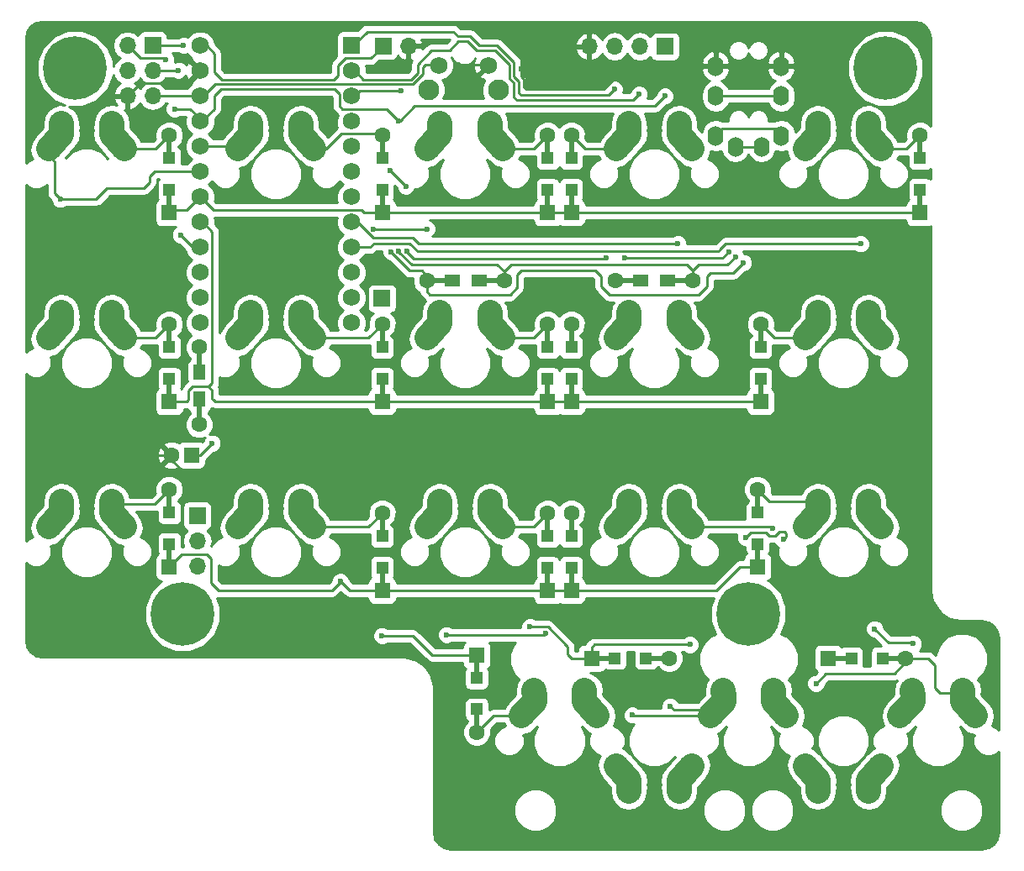
<source format=gtl>
G04 #@! TF.FileFunction,Copper,L1,Top,Signal*
%FSLAX46Y46*%
G04 Gerber Fmt 4.6, Leading zero omitted, Abs format (unit mm)*
G04 Created by KiCad (PCBNEW 4.0.7) date 03/15/18 20:04:12*
%MOMM*%
%LPD*%
G01*
G04 APERTURE LIST*
%ADD10C,0.100000*%
%ADD11C,2.500000*%
%ADD12C,2.000000*%
%ADD13O,1.600000X2.000000*%
%ADD14C,2.100000*%
%ADD15C,1.750000*%
%ADD16R,1.700000X1.700000*%
%ADD17O,1.700000X1.700000*%
%ADD18R,1.600000X1.600000*%
%ADD19C,1.600000*%
%ADD20R,1.752600X1.752600*%
%ADD21C,1.752600*%
%ADD22R,0.500000X2.900000*%
%ADD23R,1.200000X1.500000*%
%ADD24R,2.900000X0.500000*%
%ADD25R,1.500000X1.200000*%
%ADD26R,0.500000X2.500000*%
%ADD27R,1.200000X1.200000*%
%ADD28R,2.500000X0.500000*%
%ADD29C,6.400000*%
%ADD30C,0.600000*%
%ADD31C,0.250000*%
%ADD32C,0.254000*%
G04 APERTURE END LIST*
D10*
D11*
X135889999Y-128270000D02*
X135850001Y-128850000D01*
D12*
X135850000Y-128850000D03*
X135890000Y-128270000D03*
X130850000Y-129350000D03*
X129540000Y-130810000D03*
X135850000Y-129350000D03*
X137160000Y-130810000D03*
X130850000Y-128850000D03*
X130810000Y-128270000D03*
D11*
X129540005Y-130810004D02*
X130849995Y-129349996D01*
X130810001Y-128270000D02*
X130849999Y-128850000D01*
X137159995Y-130810004D02*
X135850005Y-129349996D01*
D13*
X125100000Y-92500000D03*
X120500000Y-91400000D03*
X120500000Y-84400000D03*
X120500000Y-87400000D03*
X122500000Y-92500000D03*
X127100000Y-91400000D03*
X127100000Y-84400000D03*
X127100000Y-87400000D03*
D14*
X91590000Y-86790000D03*
D15*
X92600000Y-84300000D03*
X97600000Y-84300000D03*
D14*
X98600000Y-86790000D03*
D16*
X115400000Y-82400000D03*
D17*
X112860000Y-82400000D03*
X110320000Y-82400000D03*
X107780000Y-82400000D03*
D16*
X86900000Y-107800000D03*
X68300000Y-129700000D03*
D17*
X68300000Y-132240000D03*
X68300000Y-134780000D03*
D16*
X87000000Y-82350000D03*
D17*
X89540000Y-82350000D03*
D16*
X63800000Y-82300000D03*
D17*
X61260000Y-82300000D03*
X63800000Y-84840000D03*
X61260000Y-84840000D03*
X63800000Y-87380000D03*
X61260000Y-87380000D03*
D18*
X67700000Y-123600000D03*
D19*
X65700000Y-123600000D03*
D20*
X83820000Y-82330000D03*
D21*
X83820000Y-84870000D03*
X83820000Y-87410000D03*
X83820000Y-89950000D03*
X83820000Y-92490000D03*
X83820000Y-95030000D03*
X83820000Y-97570000D03*
X83820000Y-100110000D03*
X83820000Y-102650000D03*
X83820000Y-105190000D03*
X83820000Y-107730000D03*
X68580000Y-110270000D03*
X68580000Y-107730000D03*
X68580000Y-105190000D03*
X68580000Y-102650000D03*
X68580000Y-100110000D03*
X68580000Y-97570000D03*
X68580000Y-95030000D03*
X68580000Y-92490000D03*
X68580000Y-89950000D03*
X68580000Y-87410000D03*
X68580000Y-84870000D03*
X83820000Y-110270000D03*
X68580000Y-82330000D03*
D22*
X68500000Y-114100000D03*
D23*
X68500000Y-115250000D03*
X68500000Y-117950000D03*
D22*
X68500000Y-119100000D03*
D19*
X68500000Y-112700000D03*
X68500000Y-120500000D03*
D24*
X116800000Y-106000000D03*
D25*
X115650000Y-106000000D03*
X112950000Y-106000000D03*
D24*
X111800000Y-106000000D03*
D19*
X118200000Y-106000000D03*
X110400000Y-106000000D03*
D24*
X97800000Y-106000000D03*
D25*
X96650000Y-106000000D03*
X93950000Y-106000000D03*
D24*
X92800000Y-106000000D03*
D19*
X99200000Y-106000000D03*
X91400000Y-106000000D03*
D26*
X141089664Y-92550406D03*
D27*
X141089664Y-93675406D03*
X141089664Y-96825406D03*
D26*
X141089664Y-97950406D03*
D19*
X141089664Y-91350406D03*
D18*
X141089664Y-99150406D03*
D26*
X103584375Y-92550000D03*
D27*
X103584375Y-93675000D03*
X103584375Y-96825000D03*
D26*
X103584375Y-97950000D03*
D19*
X103584375Y-91350000D03*
D18*
X103584375Y-99150000D03*
D26*
X105965625Y-92550000D03*
D27*
X105965625Y-93675000D03*
X105965625Y-96825000D03*
D26*
X105965625Y-97950000D03*
D19*
X105965625Y-91350000D03*
D18*
X105965625Y-99150000D03*
D26*
X86915625Y-92550000D03*
D27*
X86915625Y-93675000D03*
X86915625Y-96825000D03*
D26*
X86915625Y-97950000D03*
D19*
X86915625Y-91350000D03*
D18*
X86915625Y-99150000D03*
D26*
X65484375Y-92550000D03*
D27*
X65484375Y-93675000D03*
X65484375Y-96825000D03*
D26*
X65484375Y-97950000D03*
D19*
X65484375Y-91350000D03*
D18*
X65484375Y-99150000D03*
D26*
X96440625Y-150337500D03*
D27*
X96440625Y-149212500D03*
X96440625Y-146062500D03*
D26*
X96440625Y-144937500D03*
D19*
X96440625Y-151537500D03*
D18*
X96440625Y-143737500D03*
D28*
X114618750Y-144065625D03*
D27*
X113493750Y-144065625D03*
X110343750Y-144065625D03*
D28*
X109218750Y-144065625D03*
D19*
X115818750Y-144065625D03*
D18*
X108018750Y-144065625D03*
D28*
X138431250Y-144065625D03*
D27*
X137306250Y-144065625D03*
X134156250Y-144065625D03*
D28*
X133031250Y-144065625D03*
D19*
X139631250Y-144065625D03*
D18*
X131831250Y-144065625D03*
D26*
X65484654Y-128269309D03*
D27*
X65484654Y-129394309D03*
X65484654Y-132544309D03*
D26*
X65484654Y-133669309D03*
D19*
X65484654Y-127069309D03*
D18*
X65484654Y-134869309D03*
D26*
X86915625Y-130650000D03*
D27*
X86915625Y-131775000D03*
X86915625Y-134925000D03*
D26*
X86915625Y-136050000D03*
D19*
X86915625Y-129450000D03*
D18*
X86915625Y-137250000D03*
D26*
X103584375Y-130650000D03*
D27*
X103584375Y-131775000D03*
X103584375Y-134925000D03*
D26*
X103584375Y-136050000D03*
D19*
X103584375Y-129450000D03*
D18*
X103584375Y-137250000D03*
D26*
X105965625Y-130650000D03*
D27*
X105965625Y-131775000D03*
X105965625Y-134925000D03*
D26*
X105965625Y-136050000D03*
D19*
X105965625Y-129450000D03*
D18*
X105965625Y-137250000D03*
D26*
X124718501Y-128269309D03*
D27*
X124718501Y-129394309D03*
X124718501Y-132544309D03*
D26*
X124718501Y-133669309D03*
D19*
X124718501Y-127069309D03*
D18*
X124718501Y-134869309D03*
D26*
X65484375Y-111600000D03*
D27*
X65484375Y-112725000D03*
X65484375Y-115875000D03*
D26*
X65484375Y-117000000D03*
D19*
X65484375Y-110400000D03*
D18*
X65484375Y-118200000D03*
D26*
X86915625Y-111600000D03*
D27*
X86915625Y-112725000D03*
X86915625Y-115875000D03*
D26*
X86915625Y-117000000D03*
D19*
X86915625Y-110400000D03*
D18*
X86915625Y-118200000D03*
D26*
X103584375Y-111600000D03*
D27*
X103584375Y-112725000D03*
X103584375Y-115875000D03*
D26*
X103584375Y-117000000D03*
D19*
X103584375Y-110400000D03*
D18*
X103584375Y-118200000D03*
D26*
X105965625Y-111600000D03*
D27*
X105965625Y-112725000D03*
X105965625Y-115875000D03*
D26*
X105965625Y-117000000D03*
D19*
X105965625Y-110400000D03*
D18*
X105965625Y-118200000D03*
D26*
X125016158Y-111600488D03*
D27*
X125016158Y-112725488D03*
X125016158Y-115875488D03*
D26*
X125016158Y-117000488D03*
D19*
X125016158Y-110400488D03*
D18*
X125016158Y-118200488D03*
D11*
X59689999Y-90170000D02*
X59650001Y-90750000D01*
D12*
X59650000Y-90750000D03*
X59690000Y-90170000D03*
X54650000Y-91250000D03*
X53340000Y-92710000D03*
X59650000Y-91250000D03*
X60960000Y-92710000D03*
X54650000Y-90750000D03*
X54610000Y-90170000D03*
D11*
X53340005Y-92710004D02*
X54649995Y-91249996D01*
X54610001Y-90170000D02*
X54649999Y-90750000D01*
X60959995Y-92710004D02*
X59650005Y-91249996D01*
X78739999Y-90170000D02*
X78700001Y-90750000D01*
D12*
X78700000Y-90750000D03*
X78740000Y-90170000D03*
X73700000Y-91250000D03*
X72390000Y-92710000D03*
X78700000Y-91250000D03*
X80010000Y-92710000D03*
X73700000Y-90750000D03*
X73660000Y-90170000D03*
D11*
X72390005Y-92710004D02*
X73699995Y-91249996D01*
X73660001Y-90170000D02*
X73699999Y-90750000D01*
X80009995Y-92710004D02*
X78700005Y-91249996D01*
X97789999Y-90170000D02*
X97750001Y-90750000D01*
D12*
X97750000Y-90750000D03*
X97790000Y-90170000D03*
X92750000Y-91250000D03*
X91440000Y-92710000D03*
X97750000Y-91250000D03*
X99060000Y-92710000D03*
X92750000Y-90750000D03*
X92710000Y-90170000D03*
D11*
X91440005Y-92710004D02*
X92749995Y-91249996D01*
X92710001Y-90170000D02*
X92749999Y-90750000D01*
X99059995Y-92710004D02*
X97750005Y-91249996D01*
X135889999Y-90170000D02*
X135850001Y-90750000D01*
D12*
X135850000Y-90750000D03*
X135890000Y-90170000D03*
X130850000Y-91250000D03*
X129540000Y-92710000D03*
X135850000Y-91250000D03*
X137160000Y-92710000D03*
X130850000Y-90750000D03*
X130810000Y-90170000D03*
D11*
X129540005Y-92710004D02*
X130849995Y-91249996D01*
X130810001Y-90170000D02*
X130849999Y-90750000D01*
X137159995Y-92710004D02*
X135850005Y-91249996D01*
X59689999Y-109220000D02*
X59650001Y-109800000D01*
D12*
X59650000Y-109800000D03*
X59690000Y-109220000D03*
X54650000Y-110300000D03*
X53340000Y-111760000D03*
X59650000Y-110300000D03*
X60960000Y-111760000D03*
X54650000Y-109800000D03*
X54610000Y-109220000D03*
D11*
X53340005Y-111760004D02*
X54649995Y-110299996D01*
X54610001Y-109220000D02*
X54649999Y-109800000D01*
X60959995Y-111760004D02*
X59650005Y-110299996D01*
X78739999Y-109220000D02*
X78700001Y-109800000D01*
D12*
X78700000Y-109800000D03*
X78740000Y-109220000D03*
X73700000Y-110300000D03*
X72390000Y-111760000D03*
X78700000Y-110300000D03*
X80010000Y-111760000D03*
X73700000Y-109800000D03*
X73660000Y-109220000D03*
D11*
X72390005Y-111760004D02*
X73699995Y-110299996D01*
X73660001Y-109220000D02*
X73699999Y-109800000D01*
X80009995Y-111760004D02*
X78700005Y-110299996D01*
X97789999Y-109220000D02*
X97750001Y-109800000D01*
D12*
X97750000Y-109800000D03*
X97790000Y-109220000D03*
X92750000Y-110300000D03*
X91440000Y-111760000D03*
X97750000Y-110300000D03*
X99060000Y-111760000D03*
X92750000Y-109800000D03*
X92710000Y-109220000D03*
D11*
X91440005Y-111760004D02*
X92749995Y-110299996D01*
X92710001Y-109220000D02*
X92749999Y-109800000D01*
X99059995Y-111760004D02*
X97750005Y-110299996D01*
X59689999Y-128270000D02*
X59650001Y-128850000D01*
D12*
X59650000Y-128850000D03*
X59690000Y-128270000D03*
X54650000Y-129350000D03*
X53340000Y-130810000D03*
X59650000Y-129350000D03*
X60960000Y-130810000D03*
X54650000Y-128850000D03*
X54610000Y-128270000D03*
D11*
X53340005Y-130810004D02*
X54649995Y-129349996D01*
X54610001Y-128270000D02*
X54649999Y-128850000D01*
X60959995Y-130810004D02*
X59650005Y-129349996D01*
X78739999Y-128270000D02*
X78700001Y-128850000D01*
D12*
X78700000Y-128850000D03*
X78740000Y-128270000D03*
X73700000Y-129350000D03*
X72390000Y-130810000D03*
X78700000Y-129350000D03*
X80010000Y-130810000D03*
X73700000Y-128850000D03*
X73660000Y-128270000D03*
D11*
X72390005Y-130810004D02*
X73699995Y-129349996D01*
X73660001Y-128270000D02*
X73699999Y-128850000D01*
X80009995Y-130810004D02*
X78700005Y-129349996D01*
X97789999Y-128270000D02*
X97750001Y-128850000D01*
D12*
X97750000Y-128850000D03*
X97790000Y-128270000D03*
X92750000Y-129350000D03*
X91440000Y-130810000D03*
X97750000Y-129350000D03*
X99060000Y-130810000D03*
X92750000Y-128850000D03*
X92710000Y-128270000D03*
D11*
X91440005Y-130810004D02*
X92749995Y-129349996D01*
X92710001Y-128270000D02*
X92749999Y-128850000D01*
X99059995Y-130810004D02*
X97750005Y-129349996D01*
X145414999Y-147320000D02*
X145375001Y-147900000D01*
D12*
X145375000Y-147900000D03*
X145415000Y-147320000D03*
X140375000Y-148400000D03*
X139065000Y-149860000D03*
X145375000Y-148400000D03*
X146685000Y-149860000D03*
X140375000Y-147900000D03*
X140335000Y-147320000D03*
D11*
X139065005Y-149860004D02*
X140374995Y-148399996D01*
X140335001Y-147320000D02*
X140374999Y-147900000D01*
X146684995Y-149860004D02*
X145375005Y-148399996D01*
D12*
X118110000Y-154900000D03*
D11*
X110490007Y-154939998D02*
X111799993Y-156400002D01*
X111760229Y-157480016D02*
X111799771Y-156899984D01*
D12*
X110490000Y-154900000D03*
X116800000Y-156400000D03*
X116840000Y-157480000D03*
X116800000Y-156900000D03*
X111760000Y-157480000D03*
X111800000Y-156400000D03*
X111800000Y-156900000D03*
D11*
X118109993Y-154939998D02*
X116800007Y-156400002D01*
X116839771Y-157480016D02*
X116800229Y-156899984D01*
D12*
X137160000Y-154900000D03*
D11*
X129540007Y-154939998D02*
X130849993Y-156400002D01*
X130810229Y-157480016D02*
X130849771Y-156899984D01*
D12*
X129540000Y-154900000D03*
X135850000Y-156400000D03*
X135890000Y-157480000D03*
X135850000Y-156900000D03*
X130810000Y-157480000D03*
X130850000Y-156400000D03*
X130850000Y-156900000D03*
D11*
X137159993Y-154939998D02*
X135850007Y-156400002D01*
X135889771Y-157480016D02*
X135850229Y-156899984D01*
D29*
X56000000Y-84600000D03*
X137600000Y-84600000D03*
X66800000Y-139600000D03*
X123800000Y-139600000D03*
D11*
X116839999Y-90170000D02*
X116800001Y-90750000D01*
D12*
X116800000Y-90750000D03*
X116840000Y-90170000D03*
X111800000Y-91250000D03*
X110490000Y-92710000D03*
X116800000Y-91250000D03*
X118110000Y-92710000D03*
X111800000Y-90750000D03*
X111760000Y-90170000D03*
D11*
X110490005Y-92710004D02*
X111799995Y-91249996D01*
X111760001Y-90170000D02*
X111799999Y-90750000D01*
X118109995Y-92710004D02*
X116800005Y-91249996D01*
X116839999Y-109220000D02*
X116800001Y-109800000D01*
D12*
X116800000Y-109800000D03*
X116840000Y-109220000D03*
X111800000Y-110300000D03*
X110490000Y-111760000D03*
X116800000Y-110300000D03*
X118110000Y-111760000D03*
X111800000Y-109800000D03*
X111760000Y-109220000D03*
D11*
X110490005Y-111760004D02*
X111799995Y-110299996D01*
X111760001Y-109220000D02*
X111799999Y-109800000D01*
X118109995Y-111760004D02*
X116800005Y-110299996D01*
X135889999Y-109220000D02*
X135850001Y-109800000D01*
D12*
X135850000Y-109800000D03*
X135890000Y-109220000D03*
X130850000Y-110300000D03*
X129540000Y-111760000D03*
X135850000Y-110300000D03*
X137160000Y-111760000D03*
X130850000Y-109800000D03*
X130810000Y-109220000D03*
D11*
X129540005Y-111760004D02*
X130849995Y-110299996D01*
X130810001Y-109220000D02*
X130849999Y-109800000D01*
X137159995Y-111760004D02*
X135850005Y-110299996D01*
X116839999Y-128270000D02*
X116800001Y-128850000D01*
D12*
X116800000Y-128850000D03*
X116840000Y-128270000D03*
X111800000Y-129350000D03*
X110490000Y-130810000D03*
X116800000Y-129350000D03*
X118110000Y-130810000D03*
X111800000Y-128850000D03*
X111760000Y-128270000D03*
D11*
X110490005Y-130810004D02*
X111799995Y-129349996D01*
X111760001Y-128270000D02*
X111799999Y-128850000D01*
X118109995Y-130810004D02*
X116800005Y-129349996D01*
X107314999Y-147320000D02*
X107275001Y-147900000D01*
D12*
X107275000Y-147900000D03*
X107315000Y-147320000D03*
X102275000Y-148400000D03*
X100965000Y-149860000D03*
X107275000Y-148400000D03*
X108585000Y-149860000D03*
X102275000Y-147900000D03*
X102235000Y-147320000D03*
D11*
X100965005Y-149860004D02*
X102274995Y-148399996D01*
X102235001Y-147320000D02*
X102274999Y-147900000D01*
X108584995Y-149860004D02*
X107275005Y-148399996D01*
X126364999Y-147320000D02*
X126325001Y-147900000D01*
D12*
X126325000Y-147900000D03*
X126365000Y-147320000D03*
X121325000Y-148400000D03*
X120015000Y-149860000D03*
X126325000Y-148400000D03*
X127635000Y-149860000D03*
X121325000Y-147900000D03*
X121285000Y-147320000D03*
D11*
X120015005Y-149860004D02*
X121324995Y-148399996D01*
X121285001Y-147320000D02*
X121324999Y-147900000D01*
X127634995Y-149860004D02*
X126325005Y-148399996D01*
D30*
X69800000Y-122400000D03*
X65100000Y-83700000D03*
X66000000Y-88700000D03*
X115400000Y-87400000D03*
X88600000Y-89900000D03*
X88600000Y-103000000D03*
X122500000Y-103600000D03*
X71800000Y-88000000D03*
X81550000Y-97650000D03*
X78400000Y-100800000D03*
X71300000Y-100800000D03*
X70900000Y-125500000D03*
X52300000Y-123600000D03*
X107800000Y-90300000D03*
X107800000Y-93800000D03*
X76000000Y-125500000D03*
X71000000Y-135900000D03*
X94600000Y-84200000D03*
X107800000Y-86100000D03*
X88800000Y-86900000D03*
X100900000Y-84700000D03*
X82700000Y-136300000D03*
X86900000Y-141800000D03*
X123500000Y-131900000D03*
X127300000Y-132100000D03*
X117900000Y-142700000D03*
X101800000Y-140900000D03*
X115900000Y-148900000D03*
X112100000Y-149800000D03*
X130600000Y-146600000D03*
X87700000Y-94900000D03*
X89300000Y-96500000D03*
X89400000Y-103000000D03*
X109500000Y-103700000D03*
X111300000Y-103700000D03*
X121800000Y-103100000D03*
X87800000Y-103100000D03*
X123300000Y-104200000D03*
X112800000Y-87200000D03*
X110300000Y-86700000D03*
X66900000Y-82300000D03*
X66600000Y-101400000D03*
X66400000Y-84800000D03*
X54500000Y-97800000D03*
X91400000Y-100800000D03*
X86000000Y-100800000D03*
X103400000Y-141600000D03*
X93400000Y-141700000D03*
X116700000Y-102300000D03*
X126200000Y-131000000D03*
X135100000Y-102300000D03*
X140400000Y-142600000D03*
X136500000Y-141100000D03*
D31*
X70700000Y-86700000D02*
X82100000Y-86700000D01*
X68600000Y-123600000D02*
X67700000Y-123600000D01*
X69800000Y-122400000D02*
X68600000Y-123600000D01*
X82600000Y-87200000D02*
X82600000Y-88400000D01*
X82100000Y-86700000D02*
X82600000Y-87200000D01*
X70000000Y-87400000D02*
X70700000Y-86700000D01*
X70000000Y-88700000D02*
X70000000Y-87400000D01*
X68750000Y-89950000D02*
X70000000Y-88700000D01*
X68580000Y-89950000D02*
X68750000Y-89950000D01*
X82900000Y-88700000D02*
X82600000Y-88400000D01*
X88600000Y-89900000D02*
X87400000Y-88700000D01*
X87400000Y-88700000D02*
X82900000Y-88700000D01*
X68580000Y-89950000D02*
X68580000Y-89680000D01*
X68580000Y-89680000D02*
X67600000Y-88700000D01*
X62560000Y-83600000D02*
X61260000Y-82300000D01*
X65000000Y-83600000D02*
X62560000Y-83600000D01*
X65100000Y-83700000D02*
X65000000Y-83600000D01*
X67600000Y-88700000D02*
X66000000Y-88700000D01*
X88700000Y-89900000D02*
X90200000Y-88400000D01*
X90200000Y-88400000D02*
X114400000Y-88400000D01*
X114400000Y-88400000D02*
X115400000Y-87400000D01*
X88700000Y-89900000D02*
X88600000Y-89900000D01*
X88600000Y-103100000D02*
X88600000Y-103000000D01*
X89900000Y-104400000D02*
X88600000Y-103100000D01*
X98500000Y-104400000D02*
X89900000Y-104400000D01*
X99200000Y-105100000D02*
X98500000Y-104400000D01*
X97800000Y-106000000D02*
X99200000Y-106000000D01*
X99200000Y-106000000D02*
X99200000Y-105100000D01*
X122500000Y-92500000D02*
X125100000Y-92500000D01*
X116800000Y-106000000D02*
X118200000Y-106000000D01*
X118200000Y-106000000D02*
X118200000Y-105000000D01*
X118200000Y-105000000D02*
X117600000Y-104400000D01*
X99900000Y-104400000D02*
X99200000Y-105100000D01*
X117600000Y-104400000D02*
X99900000Y-104400000D01*
X99200000Y-105100000D02*
X99200000Y-106000000D01*
X118200000Y-105000000D02*
X118200000Y-106000000D01*
X118800000Y-104400000D02*
X118200000Y-105000000D01*
X121700000Y-104400000D02*
X118800000Y-104400000D01*
X122500000Y-103600000D02*
X121700000Y-104400000D01*
X81550000Y-97650000D02*
X81500000Y-97600000D01*
X71300000Y-100800000D02*
X78400000Y-100800000D01*
X65700000Y-123600000D02*
X52300000Y-123600000D01*
X65700000Y-123600000D02*
X65700000Y-124100000D01*
X65700000Y-124100000D02*
X67100000Y-125500000D01*
X67100000Y-125500000D02*
X70700000Y-125500000D01*
X70700000Y-125500000D02*
X70900000Y-125500000D01*
X70900000Y-125500000D02*
X76000000Y-125500000D01*
X67350000Y-86100000D02*
X68580000Y-84870000D01*
X62600000Y-86100000D02*
X67350000Y-86100000D01*
X61320000Y-87380000D02*
X62600000Y-86100000D01*
X61260000Y-87380000D02*
X61320000Y-87380000D01*
X97600000Y-84200000D02*
X94600000Y-84200000D01*
X120500000Y-84400000D02*
X111500000Y-84400000D01*
X109200000Y-86700000D02*
X107200000Y-86700000D01*
X111500000Y-84400000D02*
X109200000Y-86700000D01*
X107800000Y-86100000D02*
X107200000Y-86700000D01*
X107200000Y-86700000D02*
X101400000Y-86700000D01*
X101400000Y-86700000D02*
X101200000Y-86500000D01*
X127100000Y-84400000D02*
X120500000Y-84400000D01*
X84700000Y-86900000D02*
X84190000Y-87410000D01*
X84900000Y-86900000D02*
X84700000Y-86900000D01*
X88800000Y-86900000D02*
X84900000Y-86900000D01*
X84190000Y-87410000D02*
X83820000Y-87410000D01*
X100900000Y-85400000D02*
X100900000Y-84700000D01*
X101200000Y-85700000D02*
X100900000Y-85400000D01*
X101200000Y-86500000D02*
X101200000Y-85700000D01*
X60960000Y-92710000D02*
X64124375Y-92710000D01*
X64124375Y-92710000D02*
X65484375Y-91350000D01*
X65484375Y-91350000D02*
X65484375Y-92550000D01*
X70500000Y-98900000D02*
X69910000Y-98900000D01*
X69910000Y-98900000D02*
X68580000Y-97570000D01*
X67200000Y-98900000D02*
X67250000Y-98900000D01*
X67250000Y-98900000D02*
X68580000Y-97570000D01*
X84600000Y-98900000D02*
X84800000Y-98900000D01*
X85050000Y-99150000D02*
X86915625Y-99150000D01*
X84800000Y-98900000D02*
X85050000Y-99150000D01*
X86915625Y-99150000D02*
X86915625Y-97950000D01*
X65484375Y-97950000D02*
X65484375Y-99150000D01*
X65484375Y-99150000D02*
X65734375Y-98900000D01*
X65734375Y-98900000D02*
X67200000Y-98900000D01*
X70500000Y-98900000D02*
X84600000Y-98900000D01*
X84600000Y-98900000D02*
X84700000Y-98900000D01*
X86915625Y-99150000D02*
X86915625Y-97950000D01*
X103584375Y-97950000D02*
X103584375Y-99150000D01*
X103584375Y-99150000D02*
X86915625Y-99150000D01*
X86915625Y-99150000D02*
X86915625Y-97950000D01*
X105965625Y-97950000D02*
X105965625Y-99150000D01*
X105965625Y-99150000D02*
X103584375Y-99150000D01*
X141089664Y-97950406D02*
X141089664Y-99150406D01*
X141089664Y-99150406D02*
X141089258Y-99150000D01*
X141089258Y-99150000D02*
X105965625Y-99150000D01*
X80010000Y-92710000D02*
X81290000Y-92710000D01*
X82800000Y-91200000D02*
X86765625Y-91200000D01*
X81290000Y-92710000D02*
X82800000Y-91200000D01*
X86765625Y-91200000D02*
X86915625Y-91350000D01*
X86915625Y-91350000D02*
X86915625Y-92550000D01*
X99060000Y-92710000D02*
X102224375Y-92710000D01*
X102224375Y-92710000D02*
X103584375Y-91350000D01*
X103584375Y-91350000D02*
X103584375Y-92550000D01*
X105965625Y-92550000D02*
X105965625Y-91350000D01*
X105965625Y-91350000D02*
X107325625Y-92710000D01*
X107325625Y-92710000D02*
X110490000Y-92710000D01*
X137160000Y-92710000D02*
X139730070Y-92710000D01*
X139730070Y-92710000D02*
X141089664Y-91350406D01*
X141089664Y-91350406D02*
X141089664Y-92550406D01*
X60960000Y-111760000D02*
X64124375Y-111760000D01*
X64124375Y-111760000D02*
X65484375Y-110400000D01*
X65484375Y-110400000D02*
X65484375Y-111600000D01*
X69900000Y-118000000D02*
X69800000Y-117900000D01*
X69900000Y-118000000D02*
X70100000Y-118200000D01*
X70100000Y-118200000D02*
X70500000Y-118200000D01*
X86915625Y-118200000D02*
X70500000Y-118200000D01*
X69800000Y-117100000D02*
X69400000Y-116700000D01*
X69800000Y-117900000D02*
X69800000Y-117100000D01*
X68580000Y-100110000D02*
X68810000Y-100110000D01*
X68810000Y-100110000D02*
X69800000Y-101100000D01*
X69800000Y-116300000D02*
X69400000Y-116700000D01*
X69800000Y-101100000D02*
X69800000Y-116300000D01*
X69400000Y-116700000D02*
X67800000Y-116700000D01*
X65484375Y-118200000D02*
X67200000Y-118200000D01*
X67400000Y-118000000D02*
X67200000Y-118200000D01*
X67400000Y-117100000D02*
X67400000Y-118000000D01*
X67800000Y-116700000D02*
X67400000Y-117100000D01*
X86915625Y-117000000D02*
X86915625Y-118200000D01*
X65484375Y-118200000D02*
X65484375Y-117000000D01*
X103584375Y-117000000D02*
X103584375Y-118200000D01*
X103584375Y-118200000D02*
X86915625Y-118200000D01*
X105965625Y-117000000D02*
X105965625Y-118200000D01*
X105965625Y-118200000D02*
X103584375Y-118200000D01*
X125016158Y-117000488D02*
X125016158Y-118200488D01*
X125016158Y-118200488D02*
X125015670Y-118200000D01*
X125015670Y-118200000D02*
X105965625Y-118200000D01*
X80010000Y-111760000D02*
X85555625Y-111760000D01*
X85555625Y-111760000D02*
X86915625Y-110400000D01*
X86915625Y-110400000D02*
X86915625Y-111600000D01*
X86915625Y-110400000D02*
X86915625Y-111600000D01*
X99060000Y-111760000D02*
X102224375Y-111760000D01*
X102224375Y-111760000D02*
X103584375Y-110400000D01*
X103584375Y-110400000D02*
X103584375Y-111600000D01*
X129540000Y-111760000D02*
X126375670Y-111760000D01*
X126375670Y-111760000D02*
X125016158Y-110400488D01*
X125016158Y-110400488D02*
X125016158Y-111600488D01*
X59670000Y-128560000D02*
X63993963Y-128560000D01*
X63993963Y-128560000D02*
X65484654Y-127069309D01*
X65484654Y-127069309D02*
X65484654Y-128269309D01*
X82700000Y-136300000D02*
X82700000Y-136400000D01*
X66753963Y-133600000D02*
X69300000Y-133600000D01*
X69300000Y-133600000D02*
X69700000Y-134000000D01*
X69700000Y-134000000D02*
X69700000Y-136500000D01*
X69700000Y-136500000D02*
X70450000Y-137250000D01*
X70450000Y-137250000D02*
X81850000Y-137250000D01*
X65484654Y-134869309D02*
X66753963Y-133600000D01*
X82700000Y-136400000D02*
X81850000Y-137250000D01*
X82700000Y-136300000D02*
X83650000Y-137250000D01*
X83650000Y-137250000D02*
X83750000Y-137250000D01*
X105965625Y-136050000D02*
X105965625Y-137250000D01*
X105965625Y-137250000D02*
X106015625Y-137200000D01*
X106015625Y-137200000D02*
X120600000Y-137200000D01*
X120600000Y-137200000D02*
X122930691Y-134869309D01*
X122930691Y-134869309D02*
X124718501Y-134869309D01*
X124718501Y-134869309D02*
X124718501Y-133669309D01*
X103584375Y-136050000D02*
X103584375Y-137250000D01*
X103584375Y-137250000D02*
X105965625Y-137250000D01*
X86915625Y-136050000D02*
X86915625Y-137250000D01*
X86915625Y-137250000D02*
X103584375Y-137250000D01*
X65484654Y-133669309D02*
X65484654Y-134869309D01*
X83800000Y-137250000D02*
X86915625Y-137250000D01*
X80010000Y-130810000D02*
X85555625Y-130810000D01*
X85555625Y-130810000D02*
X86915625Y-129450000D01*
X86915625Y-129450000D02*
X86915625Y-130650000D01*
X99060000Y-130810000D02*
X102224375Y-130810000D01*
X102224375Y-130810000D02*
X103584375Y-129450000D01*
X103584375Y-129450000D02*
X103584375Y-130650000D01*
X124718501Y-128269309D02*
X124718501Y-127069309D01*
X124718501Y-127069309D02*
X125919192Y-128270000D01*
X125919192Y-128270000D02*
X130810000Y-128270000D01*
X130810000Y-128270000D02*
X130850000Y-128850000D01*
X100965000Y-149860000D02*
X98118125Y-149860000D01*
X98118125Y-149860000D02*
X96440625Y-151537500D01*
X96440625Y-151537500D02*
X96440625Y-150337500D01*
X93137500Y-143737500D02*
X91937500Y-143737500D01*
X96440625Y-143737500D02*
X94237500Y-143737500D01*
X94237500Y-143737500D02*
X93137500Y-143737500D01*
X90000000Y-141800000D02*
X86900000Y-141800000D01*
X91937500Y-143737500D02*
X90000000Y-141800000D01*
X96440625Y-143737500D02*
X96440625Y-144937500D01*
X125900000Y-131700000D02*
X126500000Y-131700000D01*
X126500000Y-131700000D02*
X126900000Y-131300000D01*
X126900000Y-131300000D02*
X127400000Y-131300000D01*
X127400000Y-131300000D02*
X127600000Y-131500000D01*
X127600000Y-131500000D02*
X127600000Y-131800000D01*
X127600000Y-131800000D02*
X127300000Y-132100000D01*
X124000000Y-131400000D02*
X123500000Y-131900000D01*
X125600000Y-131400000D02*
X124000000Y-131400000D01*
X125600000Y-131400000D02*
X125900000Y-131700000D01*
X117900000Y-142700000D02*
X108300000Y-142700000D01*
X108018750Y-142981250D02*
X108018750Y-144065625D01*
X108300000Y-142700000D02*
X108018750Y-142981250D01*
X108500000Y-142700000D02*
X108300000Y-142700000D01*
X108018750Y-144065625D02*
X109218750Y-144065625D01*
X105600000Y-143700000D02*
X105600000Y-142900000D01*
X105600000Y-143700000D02*
X105965625Y-144065625D01*
X109218750Y-144065625D02*
X105965625Y-144065625D01*
X103600000Y-140900000D02*
X101800000Y-140900000D01*
X105600000Y-142900000D02*
X103600000Y-140900000D01*
X116300000Y-149300000D02*
X119455000Y-149300000D01*
X115900000Y-148900000D02*
X116300000Y-149300000D01*
X119455000Y-149300000D02*
X120015000Y-149860000D01*
X112100000Y-149800000D02*
X112160000Y-149860000D01*
X112160000Y-149860000D02*
X120015000Y-149860000D01*
X121285000Y-147320000D02*
X121325000Y-147900000D01*
X131600000Y-145600000D02*
X130600000Y-146600000D01*
X139631250Y-144468750D02*
X138500000Y-145600000D01*
X131600000Y-145600000D02*
X138500000Y-145600000D01*
X141400000Y-144065625D02*
X141865625Y-144065625D01*
X143110000Y-147610000D02*
X145395000Y-147610000D01*
X142600000Y-147100000D02*
X143110000Y-147610000D01*
X142600000Y-144800000D02*
X142600000Y-147100000D01*
X141865625Y-144065625D02*
X142600000Y-144800000D01*
X139631250Y-144468750D02*
X139631250Y-144065625D01*
X139631250Y-144065625D02*
X138431250Y-144065625D01*
X138431250Y-144065625D02*
X141400000Y-144065625D01*
X141400000Y-144065625D02*
X141434375Y-144065625D01*
X89300000Y-96500000D02*
X87700000Y-94900000D01*
X89400000Y-103100000D02*
X89400000Y-103000000D01*
X90100000Y-103800000D02*
X89400000Y-103100000D01*
X109400000Y-103800000D02*
X90100000Y-103800000D01*
X109500000Y-103700000D02*
X109400000Y-103800000D01*
X120500000Y-91400000D02*
X121200000Y-90700000D01*
X126400000Y-90700000D02*
X127100000Y-91400000D01*
X121200000Y-90700000D02*
X126400000Y-90700000D01*
X121200000Y-103700000D02*
X111300000Y-103700000D01*
X121800000Y-103100000D02*
X121200000Y-103700000D01*
X92800000Y-106000000D02*
X91400000Y-106000000D01*
X91400000Y-106000000D02*
X91300000Y-105900000D01*
X91300000Y-105900000D02*
X91300000Y-105400000D01*
X91300000Y-105400000D02*
X90900000Y-105000000D01*
X90900000Y-105000000D02*
X89700000Y-105000000D01*
X89700000Y-105000000D02*
X87800000Y-103100000D01*
X120500000Y-87400000D02*
X127100000Y-87400000D01*
X123300000Y-104200000D02*
X122300000Y-105200000D01*
X122300000Y-105200000D02*
X120000000Y-105200000D01*
X120000000Y-105200000D02*
X119600000Y-105600000D01*
X119600000Y-105600000D02*
X119600000Y-106600000D01*
X119600000Y-106600000D02*
X118800000Y-107400000D01*
X118800000Y-107400000D02*
X109800000Y-107400000D01*
X109800000Y-107400000D02*
X109000000Y-106600000D01*
X109000000Y-106600000D02*
X109000000Y-105600000D01*
X109000000Y-105600000D02*
X108400000Y-105000000D01*
X108400000Y-105000000D02*
X100900000Y-105000000D01*
X100900000Y-105000000D02*
X100500000Y-105400000D01*
X100500000Y-105400000D02*
X100500000Y-106700000D01*
X100500000Y-106700000D02*
X99800000Y-107400000D01*
X99800000Y-107400000D02*
X91700000Y-107400000D01*
X91700000Y-107400000D02*
X91400000Y-107100000D01*
X91400000Y-107100000D02*
X91400000Y-106000000D01*
X83820000Y-84870000D02*
X84120002Y-84870000D01*
X84120002Y-84870000D02*
X85000000Y-85749998D01*
X85000000Y-85749998D02*
X89813604Y-85749998D01*
X89813604Y-85749998D02*
X90500000Y-85063602D01*
X90500000Y-85063602D02*
X90500000Y-84200000D01*
X90500000Y-84200000D02*
X91900000Y-82800000D01*
X91900000Y-82800000D02*
X93700000Y-82800000D01*
X93700000Y-82800000D02*
X94600000Y-81900000D01*
X94600000Y-81900000D02*
X95500000Y-81900000D01*
X95500000Y-81900000D02*
X96400000Y-82800000D01*
X96400000Y-82800000D02*
X98300000Y-82800000D01*
X98300000Y-82800000D02*
X99700000Y-84200000D01*
X99700000Y-84200000D02*
X99700000Y-85600000D01*
X99700000Y-85600000D02*
X100200000Y-86100000D01*
X100200000Y-86100000D02*
X100200000Y-87500000D01*
X100200000Y-87500000D02*
X100500000Y-87800000D01*
X100500000Y-87800000D02*
X112200000Y-87800000D01*
X112200000Y-87800000D02*
X112800000Y-87200000D01*
X112800000Y-87200000D02*
X112860000Y-87140000D01*
X83820000Y-82330000D02*
X83970000Y-82330000D01*
X83970000Y-82330000D02*
X85400000Y-80900000D01*
X100900000Y-87300000D02*
X100700000Y-87100000D01*
X100700000Y-87100000D02*
X100700000Y-85900000D01*
X100200000Y-85400000D02*
X100700000Y-85900000D01*
X100200000Y-84000000D02*
X100200000Y-85400000D01*
X98500000Y-82300000D02*
X100200000Y-84000000D01*
X96700000Y-82300000D02*
X98500000Y-82300000D01*
X95800000Y-81400000D02*
X96700000Y-82300000D01*
X94550002Y-81400000D02*
X95800000Y-81400000D01*
X110300000Y-86700000D02*
X109700000Y-87300000D01*
X109700000Y-87300000D02*
X100900000Y-87300000D01*
X94050002Y-80900000D02*
X94550002Y-81400000D01*
X85400000Y-80900000D02*
X94050002Y-80900000D01*
X110300000Y-86700000D02*
X110320000Y-86680000D01*
X63800000Y-82300000D02*
X66900000Y-82300000D01*
X63800000Y-84840000D02*
X66360000Y-84840000D01*
X66400000Y-84800000D02*
X66360000Y-84840000D01*
X66600000Y-101400000D02*
X67850000Y-102650000D01*
X68580000Y-102650000D02*
X67850000Y-102650000D01*
X70100000Y-86200000D02*
X90000000Y-86200000D01*
X91300000Y-84200000D02*
X92600000Y-84200000D01*
X63800000Y-87380000D02*
X68550000Y-87380000D01*
X68550000Y-87380000D02*
X68580000Y-87410000D01*
X68580000Y-87410000D02*
X68890000Y-87410000D01*
X68890000Y-87410000D02*
X70100000Y-86200000D01*
X90000000Y-86200000D02*
X91000000Y-85200000D01*
X91000000Y-85200000D02*
X91000000Y-84500000D01*
X91000000Y-84500000D02*
X91300000Y-84200000D01*
X70749998Y-85749998D02*
X82050002Y-85749998D01*
X68580000Y-82330000D02*
X69230000Y-82330000D01*
X69230000Y-82330000D02*
X70000000Y-83100000D01*
X87000000Y-82350000D02*
X85750000Y-83600000D01*
X83200000Y-83600000D02*
X85750000Y-83600000D01*
X82500000Y-84300000D02*
X83200000Y-83600000D01*
X82500000Y-85300000D02*
X82500000Y-84300000D01*
X82050002Y-85749998D02*
X82500000Y-85300000D01*
X70000000Y-85000000D02*
X70749998Y-85749998D01*
X70000000Y-83100000D02*
X70000000Y-85000000D01*
X68580000Y-82330000D02*
X69030000Y-82330000D01*
X53340000Y-92710000D02*
X53340000Y-93440000D01*
X53340000Y-93440000D02*
X53900000Y-94000000D01*
X53900000Y-97200000D02*
X54500000Y-97800000D01*
X53900000Y-94000000D02*
X53900000Y-97200000D01*
X68580000Y-95030000D02*
X63970000Y-95030000D01*
X58100000Y-97800000D02*
X54500000Y-97800000D01*
X59200000Y-96700000D02*
X58100000Y-97800000D01*
X62900000Y-96700000D02*
X59200000Y-96700000D01*
X63500000Y-96100000D02*
X62900000Y-96700000D01*
X63500000Y-95500000D02*
X63500000Y-96100000D01*
X63970000Y-95030000D02*
X63500000Y-95500000D01*
X68580000Y-92490000D02*
X72170000Y-92490000D01*
X72170000Y-92490000D02*
X72390000Y-92710000D01*
X86000000Y-100800000D02*
X91400000Y-100800000D01*
X103400000Y-141600000D02*
X103300000Y-141700000D01*
X103300000Y-141700000D02*
X93400000Y-141700000D01*
X90600000Y-102300000D02*
X116700000Y-102300000D01*
X90000000Y-101700000D02*
X90600000Y-102300000D01*
X86000000Y-101700000D02*
X90000000Y-101700000D01*
X86000000Y-101700000D02*
X84410000Y-100110000D01*
X83820000Y-100110000D02*
X84410000Y-100110000D01*
X126010000Y-130810000D02*
X126200000Y-131000000D01*
X126010000Y-130810000D02*
X118110000Y-130810000D01*
X120900000Y-102900000D02*
X120800000Y-103000000D01*
X85900000Y-102400000D02*
X86000000Y-102300000D01*
X85650000Y-102650000D02*
X85900000Y-102400000D01*
X83820000Y-102650000D02*
X85650000Y-102650000D01*
X121500000Y-102300000D02*
X135100000Y-102300000D01*
X120900000Y-102900000D02*
X121500000Y-102300000D01*
X89700000Y-102300000D02*
X90300000Y-102900000D01*
X86000000Y-102300000D02*
X89700000Y-102300000D01*
X90400000Y-103000000D02*
X90300000Y-102900000D01*
X120800000Y-103000000D02*
X90400000Y-103000000D01*
X137900000Y-142500000D02*
X136500000Y-141100000D01*
X140300000Y-142500000D02*
X137900000Y-142500000D01*
X140400000Y-142600000D02*
X140300000Y-142500000D01*
D32*
G36*
X64287944Y-95973110D02*
X64236935Y-96225000D01*
X64236935Y-97425000D01*
X64281213Y-97660317D01*
X64369734Y-97797882D01*
X64232934Y-97885910D01*
X64087944Y-98098110D01*
X64036935Y-98350000D01*
X64036935Y-99950000D01*
X64081213Y-100185317D01*
X64220285Y-100401441D01*
X64432485Y-100546431D01*
X64684375Y-100597440D01*
X66093911Y-100597440D01*
X66071057Y-100606883D01*
X65807808Y-100869673D01*
X65665162Y-101213201D01*
X65664838Y-101585167D01*
X65806883Y-101928943D01*
X66069673Y-102192192D01*
X66413201Y-102334838D01*
X66460077Y-102334879D01*
X67068443Y-102943245D01*
X67068438Y-102949297D01*
X67298035Y-103504964D01*
X67712698Y-103920351D01*
X67299529Y-104332800D01*
X67068963Y-104888065D01*
X67068438Y-105489297D01*
X67298035Y-106044964D01*
X67712698Y-106460351D01*
X67299529Y-106872800D01*
X67068963Y-107428065D01*
X67068438Y-108029297D01*
X67298035Y-108584964D01*
X67712698Y-109000351D01*
X67299529Y-109412800D01*
X67068963Y-109968065D01*
X67068438Y-110569297D01*
X67298035Y-111124964D01*
X67671673Y-111499255D01*
X67284176Y-111886077D01*
X67065250Y-112413309D01*
X67064752Y-112984187D01*
X67282757Y-113511800D01*
X67602560Y-113832161D01*
X67602560Y-113936813D01*
X67448559Y-114035910D01*
X67303569Y-114248110D01*
X67252560Y-114500000D01*
X67252560Y-116000000D01*
X67280859Y-116150398D01*
X67262599Y-116162599D01*
X66862599Y-116562599D01*
X66697852Y-116809161D01*
X66679497Y-116901435D01*
X66599085Y-116846492D01*
X66680806Y-116726890D01*
X66731815Y-116475000D01*
X66731815Y-115275000D01*
X66687537Y-115039683D01*
X66548465Y-114823559D01*
X66336265Y-114678569D01*
X66084375Y-114627560D01*
X64884375Y-114627560D01*
X64649058Y-114671838D01*
X64432934Y-114810910D01*
X64287944Y-115023110D01*
X64236935Y-115275000D01*
X64236935Y-116475000D01*
X64281213Y-116710317D01*
X64369734Y-116847882D01*
X64232934Y-116935910D01*
X64087944Y-117148110D01*
X64036935Y-117400000D01*
X64036935Y-119000000D01*
X64081213Y-119235317D01*
X64220285Y-119451441D01*
X64432485Y-119596431D01*
X64684375Y-119647440D01*
X66284375Y-119647440D01*
X66519692Y-119603162D01*
X66735816Y-119464090D01*
X66880806Y-119251890D01*
X66931815Y-119000000D01*
X66931815Y-118960000D01*
X67200000Y-118960000D01*
X67299930Y-118940122D01*
X67435910Y-119151441D01*
X67602560Y-119265308D01*
X67602560Y-119368248D01*
X67284176Y-119686077D01*
X67065250Y-120213309D01*
X67064752Y-120784187D01*
X67282757Y-121311800D01*
X67686077Y-121715824D01*
X68213309Y-121934750D01*
X68784187Y-121935248D01*
X69053655Y-121823906D01*
X69007808Y-121869673D01*
X68865162Y-122213201D01*
X68865121Y-122260077D01*
X68852729Y-122272469D01*
X68751890Y-122203569D01*
X68500000Y-122152560D01*
X66900000Y-122152560D01*
X66664683Y-122196838D01*
X66448559Y-122335910D01*
X66444023Y-122342548D01*
X65916777Y-122153035D01*
X65346546Y-122180222D01*
X64945995Y-122346136D01*
X64871861Y-122592255D01*
X65700000Y-123420395D01*
X65714142Y-123406252D01*
X65893748Y-123585858D01*
X65879605Y-123600000D01*
X65893748Y-123614143D01*
X65714142Y-123793748D01*
X65700000Y-123779605D01*
X64871861Y-124607745D01*
X64945995Y-124853864D01*
X65483223Y-125046965D01*
X66053454Y-125019778D01*
X66444947Y-124857616D01*
X66648110Y-124996431D01*
X66900000Y-125047440D01*
X68500000Y-125047440D01*
X68735317Y-125003162D01*
X68951441Y-124864090D01*
X69096431Y-124651890D01*
X69147440Y-124400000D01*
X69147440Y-124127362D01*
X69939680Y-123335122D01*
X69985167Y-123335162D01*
X70328943Y-123193117D01*
X70592192Y-122930327D01*
X70734838Y-122586799D01*
X70735162Y-122214833D01*
X70593117Y-121871057D01*
X70330327Y-121607808D01*
X69986799Y-121465162D01*
X69614833Y-121464838D01*
X69529202Y-121500220D01*
X69715824Y-121313923D01*
X69934750Y-120786691D01*
X69935248Y-120215813D01*
X69717243Y-119688200D01*
X69397440Y-119367839D01*
X69397440Y-119263187D01*
X69551441Y-119164090D01*
X69696431Y-118951890D01*
X69718739Y-118841730D01*
X69809161Y-118902148D01*
X70100000Y-118960000D01*
X85468185Y-118960000D01*
X85468185Y-119000000D01*
X85512463Y-119235317D01*
X85651535Y-119451441D01*
X85863735Y-119596431D01*
X86115625Y-119647440D01*
X87715625Y-119647440D01*
X87950942Y-119603162D01*
X88167066Y-119464090D01*
X88312056Y-119251890D01*
X88363065Y-119000000D01*
X88363065Y-118960000D01*
X102136935Y-118960000D01*
X102136935Y-119000000D01*
X102181213Y-119235317D01*
X102320285Y-119451441D01*
X102532485Y-119596431D01*
X102784375Y-119647440D01*
X104384375Y-119647440D01*
X104619692Y-119603162D01*
X104776196Y-119502455D01*
X104913735Y-119596431D01*
X105165625Y-119647440D01*
X106765625Y-119647440D01*
X107000942Y-119603162D01*
X107217066Y-119464090D01*
X107362056Y-119251890D01*
X107413065Y-119000000D01*
X107413065Y-118960000D01*
X123568718Y-118960000D01*
X123568718Y-119000488D01*
X123612996Y-119235805D01*
X123752068Y-119451929D01*
X123964268Y-119596919D01*
X124216158Y-119647928D01*
X125816158Y-119647928D01*
X126051475Y-119603650D01*
X126267599Y-119464578D01*
X126412589Y-119252378D01*
X126463598Y-119000488D01*
X126463598Y-117400488D01*
X126419320Y-117165171D01*
X126280248Y-116949047D01*
X126130868Y-116846980D01*
X126212589Y-116727378D01*
X126263598Y-116475488D01*
X126263598Y-115275488D01*
X126219320Y-115040171D01*
X126080248Y-114824047D01*
X125868048Y-114679057D01*
X125616158Y-114628048D01*
X124416158Y-114628048D01*
X124180841Y-114672326D01*
X123964717Y-114811398D01*
X123819727Y-115023598D01*
X123768718Y-115275488D01*
X123768718Y-116475488D01*
X123812996Y-116710805D01*
X123901517Y-116848370D01*
X123764717Y-116936398D01*
X123619727Y-117148598D01*
X123568718Y-117400488D01*
X123568718Y-117440000D01*
X107413065Y-117440000D01*
X107413065Y-117400000D01*
X107368787Y-117164683D01*
X107229715Y-116948559D01*
X107080335Y-116846492D01*
X107162056Y-116726890D01*
X107213065Y-116475000D01*
X107213065Y-115275000D01*
X107168787Y-115039683D01*
X107029715Y-114823559D01*
X106817515Y-114678569D01*
X106565625Y-114627560D01*
X105365625Y-114627560D01*
X105130308Y-114671838D01*
X104914184Y-114810910D01*
X104773148Y-115017323D01*
X104648465Y-114823559D01*
X104436265Y-114678569D01*
X104184375Y-114627560D01*
X102984375Y-114627560D01*
X102749058Y-114671838D01*
X102532934Y-114810910D01*
X102387944Y-115023110D01*
X102336935Y-115275000D01*
X102336935Y-116475000D01*
X102381213Y-116710317D01*
X102469734Y-116847882D01*
X102332934Y-116935910D01*
X102187944Y-117148110D01*
X102136935Y-117400000D01*
X102136935Y-117440000D01*
X88363065Y-117440000D01*
X88363065Y-117400000D01*
X88318787Y-117164683D01*
X88179715Y-116948559D01*
X88030335Y-116846492D01*
X88112056Y-116726890D01*
X88163065Y-116475000D01*
X88163065Y-115275000D01*
X88118787Y-115039683D01*
X87979715Y-114823559D01*
X87767515Y-114678569D01*
X87515625Y-114627560D01*
X86315625Y-114627560D01*
X86080308Y-114671838D01*
X85864184Y-114810910D01*
X85719194Y-115023110D01*
X85668185Y-115275000D01*
X85668185Y-116475000D01*
X85712463Y-116710317D01*
X85800984Y-116847882D01*
X85664184Y-116935910D01*
X85519194Y-117148110D01*
X85468185Y-117400000D01*
X85468185Y-117440000D01*
X70560000Y-117440000D01*
X70560000Y-117100000D01*
X70502148Y-116809161D01*
X70502148Y-116809160D01*
X70429210Y-116700000D01*
X70502148Y-116590840D01*
X70527360Y-116464090D01*
X70560000Y-116300000D01*
X70560000Y-115729541D01*
X70813330Y-115834733D01*
X71423991Y-115835265D01*
X71988371Y-115602068D01*
X72420551Y-115170643D01*
X72654733Y-114606670D01*
X72655265Y-113996009D01*
X72519485Y-113667396D01*
X73166992Y-113501747D01*
X73755537Y-113060657D01*
X73965050Y-112827151D01*
X73571558Y-113774785D01*
X73570645Y-114820626D01*
X73970028Y-115787207D01*
X74708904Y-116527373D01*
X75674785Y-116928442D01*
X76720626Y-116929355D01*
X77687207Y-116529972D01*
X78427373Y-115791096D01*
X78828442Y-114825215D01*
X78829355Y-113779374D01*
X78436719Y-112829123D01*
X78644463Y-113060657D01*
X79233008Y-113501747D01*
X79880598Y-113667417D01*
X79745267Y-113993330D01*
X79744735Y-114603991D01*
X79977932Y-115168371D01*
X80409357Y-115600551D01*
X80973330Y-115834733D01*
X81583991Y-115835265D01*
X82148371Y-115602068D01*
X82580551Y-115170643D01*
X82814733Y-114606670D01*
X82815265Y-113996009D01*
X82582068Y-113431629D01*
X82150643Y-112999449D01*
X81624125Y-112780820D01*
X81747444Y-112616275D01*
X81772074Y-112520000D01*
X85555625Y-112520000D01*
X85668185Y-112497610D01*
X85668185Y-113325000D01*
X85712463Y-113560317D01*
X85851535Y-113776441D01*
X86063735Y-113921431D01*
X86315625Y-113972440D01*
X87515625Y-113972440D01*
X87750942Y-113928162D01*
X87967066Y-113789090D01*
X88112056Y-113576890D01*
X88163065Y-113325000D01*
X88163065Y-112125000D01*
X88118787Y-111889683D01*
X87979715Y-111673559D01*
X87813065Y-111559692D01*
X87813065Y-111531752D01*
X88131449Y-111213923D01*
X88350375Y-110686691D01*
X88350873Y-110115813D01*
X88132868Y-109588200D01*
X87827969Y-109282769D01*
X87985317Y-109253162D01*
X88201441Y-109114090D01*
X88346431Y-108901890D01*
X88397440Y-108650000D01*
X88397440Y-106950000D01*
X88353162Y-106714683D01*
X88214090Y-106498559D01*
X88001890Y-106353569D01*
X87750000Y-106302560D01*
X86050000Y-106302560D01*
X85814683Y-106346838D01*
X85598559Y-106485910D01*
X85453569Y-106698110D01*
X85402560Y-106950000D01*
X85402560Y-108650000D01*
X85446838Y-108885317D01*
X85585910Y-109101441D01*
X85798110Y-109246431D01*
X85999239Y-109287161D01*
X85699801Y-109586077D01*
X85480875Y-110113309D01*
X85480377Y-110684187D01*
X85502674Y-110738149D01*
X85240823Y-111000000D01*
X85153289Y-111000000D01*
X85331037Y-110571935D01*
X85331562Y-109970703D01*
X85101965Y-109415036D01*
X84687302Y-108999649D01*
X85100471Y-108587200D01*
X85331037Y-108031935D01*
X85331562Y-107430703D01*
X85101965Y-106875036D01*
X84687302Y-106459649D01*
X85100471Y-106047200D01*
X85331037Y-105491935D01*
X85331562Y-104890703D01*
X85101965Y-104335036D01*
X84687302Y-103919649D01*
X85100471Y-103507200D01*
X85140832Y-103410000D01*
X85650000Y-103410000D01*
X85940839Y-103352148D01*
X86187401Y-103187401D01*
X86314802Y-103060000D01*
X86865034Y-103060000D01*
X86864838Y-103285167D01*
X87006883Y-103628943D01*
X87269673Y-103892192D01*
X87613201Y-104034838D01*
X87660077Y-104034879D01*
X89162599Y-105537401D01*
X89409161Y-105702148D01*
X89700000Y-105760000D01*
X89965209Y-105760000D01*
X89964752Y-106284187D01*
X90182757Y-106811800D01*
X90586077Y-107215824D01*
X90669968Y-107250659D01*
X90697852Y-107390839D01*
X90862599Y-107637401D01*
X91162599Y-107937401D01*
X91252419Y-107997416D01*
X90920052Y-108577645D01*
X90826535Y-109307165D01*
X90846644Y-109598752D01*
X89999483Y-110542929D01*
X89624535Y-111175669D01*
X89520269Y-111903732D01*
X89702556Y-112616275D01*
X89826160Y-112781200D01*
X89301629Y-112997932D01*
X88869449Y-113429357D01*
X88635267Y-113993330D01*
X88634735Y-114603991D01*
X88867932Y-115168371D01*
X89299357Y-115600551D01*
X89863330Y-115834733D01*
X90473991Y-115835265D01*
X91038371Y-115602068D01*
X91470551Y-115170643D01*
X91704733Y-114606670D01*
X91705265Y-113996009D01*
X91569485Y-113667396D01*
X92216992Y-113501747D01*
X92805537Y-113060657D01*
X93015050Y-112827151D01*
X92621558Y-113774785D01*
X92620645Y-114820626D01*
X93020028Y-115787207D01*
X93758904Y-116527373D01*
X94724785Y-116928442D01*
X95770626Y-116929355D01*
X96737207Y-116529972D01*
X97477373Y-115791096D01*
X97878442Y-114825215D01*
X97879355Y-113779374D01*
X97486719Y-112829123D01*
X97694463Y-113060657D01*
X98283008Y-113501747D01*
X98930598Y-113667417D01*
X98795267Y-113993330D01*
X98794735Y-114603991D01*
X99027932Y-115168371D01*
X99459357Y-115600551D01*
X100023330Y-115834733D01*
X100633991Y-115835265D01*
X101198371Y-115602068D01*
X101630551Y-115170643D01*
X101864733Y-114606670D01*
X101865265Y-113996009D01*
X101632068Y-113431629D01*
X101200643Y-112999449D01*
X100674125Y-112780820D01*
X100797444Y-112616275D01*
X100822074Y-112520000D01*
X102224375Y-112520000D01*
X102336935Y-112497610D01*
X102336935Y-113325000D01*
X102381213Y-113560317D01*
X102520285Y-113776441D01*
X102732485Y-113921431D01*
X102984375Y-113972440D01*
X104184375Y-113972440D01*
X104419692Y-113928162D01*
X104635816Y-113789090D01*
X104776852Y-113582677D01*
X104901535Y-113776441D01*
X105113735Y-113921431D01*
X105365625Y-113972440D01*
X106565625Y-113972440D01*
X106800942Y-113928162D01*
X107017066Y-113789090D01*
X107162056Y-113576890D01*
X107213065Y-113325000D01*
X107213065Y-112125000D01*
X107168787Y-111889683D01*
X107029715Y-111673559D01*
X106863065Y-111559692D01*
X106863065Y-111531752D01*
X107181449Y-111213923D01*
X107400375Y-110686691D01*
X107400873Y-110115813D01*
X107182868Y-109588200D01*
X106779548Y-109184176D01*
X106252316Y-108965250D01*
X105681438Y-108964752D01*
X105153825Y-109182757D01*
X104774693Y-109561228D01*
X104398298Y-109184176D01*
X103871066Y-108965250D01*
X103300188Y-108964752D01*
X102772575Y-109182757D01*
X102368551Y-109586077D01*
X102149625Y-110113309D01*
X102149127Y-110684187D01*
X102171424Y-110738149D01*
X101909573Y-111000000D01*
X100771367Y-111000000D01*
X100500518Y-110542929D01*
X99653356Y-109598752D01*
X99673465Y-109307165D01*
X99579948Y-108577644D01*
X99340713Y-108160000D01*
X99800000Y-108160000D01*
X100090839Y-108102148D01*
X100337401Y-107937401D01*
X101037401Y-107237402D01*
X101202147Y-106990840D01*
X101202148Y-106990839D01*
X101260000Y-106700000D01*
X101260000Y-105760000D01*
X108085198Y-105760000D01*
X108240000Y-105914802D01*
X108240000Y-106600000D01*
X108297852Y-106890839D01*
X108462599Y-107137401D01*
X109262599Y-107937401D01*
X109509161Y-108102148D01*
X109800000Y-108160000D01*
X110209287Y-108160000D01*
X109970052Y-108577645D01*
X109876535Y-109307165D01*
X109896644Y-109598752D01*
X109049483Y-110542929D01*
X108674535Y-111175669D01*
X108570269Y-111903732D01*
X108752556Y-112616275D01*
X108876160Y-112781200D01*
X108351629Y-112997932D01*
X107919449Y-113429357D01*
X107685267Y-113993330D01*
X107684735Y-114603991D01*
X107917932Y-115168371D01*
X108349357Y-115600551D01*
X108913330Y-115834733D01*
X109523991Y-115835265D01*
X110088371Y-115602068D01*
X110520551Y-115170643D01*
X110754733Y-114606670D01*
X110755265Y-113996009D01*
X110619485Y-113667396D01*
X111266992Y-113501747D01*
X111855537Y-113060657D01*
X112065050Y-112827151D01*
X111671558Y-113774785D01*
X111670645Y-114820626D01*
X112070028Y-115787207D01*
X112808904Y-116527373D01*
X113774785Y-116928442D01*
X114820626Y-116929355D01*
X115787207Y-116529972D01*
X116527373Y-115791096D01*
X116928442Y-114825215D01*
X116929355Y-113779374D01*
X116536719Y-112829123D01*
X116744463Y-113060657D01*
X117333008Y-113501747D01*
X117980598Y-113667417D01*
X117845267Y-113993330D01*
X117844735Y-114603991D01*
X118077932Y-115168371D01*
X118509357Y-115600551D01*
X119073330Y-115834733D01*
X119683991Y-115835265D01*
X120248371Y-115602068D01*
X120680551Y-115170643D01*
X120914733Y-114606670D01*
X120915265Y-113996009D01*
X120682068Y-113431629D01*
X120250643Y-112999449D01*
X119724125Y-112780820D01*
X119847444Y-112616275D01*
X120029731Y-111903732D01*
X119925465Y-111175670D01*
X119634514Y-110684675D01*
X123580910Y-110684675D01*
X123798915Y-111212288D01*
X124118718Y-111532649D01*
X124118718Y-111562301D01*
X123964717Y-111661398D01*
X123819727Y-111873598D01*
X123768718Y-112125488D01*
X123768718Y-113325488D01*
X123812996Y-113560805D01*
X123952068Y-113776929D01*
X124164268Y-113921919D01*
X124416158Y-113972928D01*
X125616158Y-113972928D01*
X125851475Y-113928650D01*
X126067599Y-113789578D01*
X126212589Y-113577378D01*
X126263598Y-113325488D01*
X126263598Y-112497707D01*
X126375670Y-112520000D01*
X127777926Y-112520000D01*
X127802556Y-112616275D01*
X127926160Y-112781200D01*
X127401629Y-112997932D01*
X126969449Y-113429357D01*
X126735267Y-113993330D01*
X126734735Y-114603991D01*
X126967932Y-115168371D01*
X127399357Y-115600551D01*
X127963330Y-115834733D01*
X128573991Y-115835265D01*
X129138371Y-115602068D01*
X129570551Y-115170643D01*
X129804733Y-114606670D01*
X129805265Y-113996009D01*
X129669485Y-113667396D01*
X130316992Y-113501747D01*
X130905537Y-113060657D01*
X131115050Y-112827151D01*
X130721558Y-113774785D01*
X130720645Y-114820626D01*
X131120028Y-115787207D01*
X131858904Y-116527373D01*
X132824785Y-116928442D01*
X133870626Y-116929355D01*
X134837207Y-116529972D01*
X135577373Y-115791096D01*
X135978442Y-114825215D01*
X135979355Y-113779374D01*
X135586719Y-112829123D01*
X135794463Y-113060657D01*
X136383008Y-113501747D01*
X137030598Y-113667417D01*
X136895267Y-113993330D01*
X136894735Y-114603991D01*
X137127932Y-115168371D01*
X137559357Y-115600551D01*
X138123330Y-115834733D01*
X138733991Y-115835265D01*
X139298371Y-115602068D01*
X139730551Y-115170643D01*
X139964733Y-114606670D01*
X139965265Y-113996009D01*
X139732068Y-113431629D01*
X139300643Y-112999449D01*
X138774125Y-112780820D01*
X138897444Y-112616275D01*
X139079731Y-111903732D01*
X138975465Y-111175670D01*
X138600518Y-110542929D01*
X137753356Y-109598752D01*
X137773465Y-109307165D01*
X137679948Y-108577644D01*
X137314373Y-107939443D01*
X136732397Y-107489720D01*
X136022620Y-107296943D01*
X135293100Y-107390461D01*
X134654898Y-107756035D01*
X134205175Y-108338011D01*
X134012399Y-109047788D01*
X133966535Y-109712835D01*
X133992297Y-109913805D01*
X133930269Y-110156268D01*
X134034535Y-110884331D01*
X134409483Y-111517071D01*
X135501852Y-112734537D01*
X134841096Y-112072627D01*
X133875215Y-111671558D01*
X132829374Y-111670645D01*
X131862793Y-112070028D01*
X131206940Y-112724738D01*
X132290518Y-111517071D01*
X132665465Y-110884330D01*
X132769731Y-110156268D01*
X132707703Y-109913805D01*
X132733465Y-109712835D01*
X132687601Y-109047789D01*
X132494825Y-108338012D01*
X132045102Y-107756036D01*
X131406900Y-107390461D01*
X130677380Y-107296944D01*
X129967603Y-107489720D01*
X129385627Y-107939443D01*
X129020052Y-108577645D01*
X128926535Y-109307165D01*
X128946644Y-109598752D01*
X128099483Y-110542929D01*
X127828633Y-111000000D01*
X126690472Y-111000000D01*
X126429414Y-110738942D01*
X126450908Y-110687179D01*
X126451406Y-110116301D01*
X126233401Y-109588688D01*
X125830081Y-109184664D01*
X125302849Y-108965738D01*
X124731971Y-108965240D01*
X124204358Y-109183245D01*
X123800334Y-109586565D01*
X123581408Y-110113797D01*
X123580910Y-110684675D01*
X119634514Y-110684675D01*
X119550518Y-110542929D01*
X118703356Y-109598752D01*
X118723465Y-109307165D01*
X118629948Y-108577644D01*
X118390713Y-108160000D01*
X118800000Y-108160000D01*
X119090839Y-108102148D01*
X119337401Y-107937401D01*
X120137401Y-107137401D01*
X120302148Y-106890839D01*
X120360000Y-106600000D01*
X120360000Y-105960000D01*
X122300000Y-105960000D01*
X122590839Y-105902148D01*
X122837401Y-105737401D01*
X123439680Y-105135122D01*
X123485167Y-105135162D01*
X123828943Y-104993117D01*
X124092192Y-104730327D01*
X124234838Y-104386799D01*
X124235162Y-104014833D01*
X124093117Y-103671057D01*
X123830327Y-103407808D01*
X123486799Y-103265162D01*
X123373278Y-103265063D01*
X123293117Y-103071057D01*
X123282079Y-103060000D01*
X134537537Y-103060000D01*
X134569673Y-103092192D01*
X134913201Y-103234838D01*
X135285167Y-103235162D01*
X135628943Y-103093117D01*
X135892192Y-102830327D01*
X136034838Y-102486799D01*
X136035162Y-102114833D01*
X135893117Y-101771057D01*
X135630327Y-101507808D01*
X135286799Y-101365162D01*
X134914833Y-101364838D01*
X134571057Y-101506883D01*
X134537882Y-101540000D01*
X121500000Y-101540000D01*
X121209161Y-101597852D01*
X120962599Y-101762599D01*
X120485198Y-102240000D01*
X117635053Y-102240000D01*
X117635162Y-102114833D01*
X117493117Y-101771057D01*
X117230327Y-101507808D01*
X116886799Y-101365162D01*
X116514833Y-101364838D01*
X116171057Y-101506883D01*
X116137882Y-101540000D01*
X91982153Y-101540000D01*
X92192192Y-101330327D01*
X92334838Y-100986799D01*
X92335162Y-100614833D01*
X92193117Y-100271057D01*
X91930327Y-100007808D01*
X91694780Y-99910000D01*
X102136935Y-99910000D01*
X102136935Y-99950000D01*
X102181213Y-100185317D01*
X102320285Y-100401441D01*
X102532485Y-100546431D01*
X102784375Y-100597440D01*
X104384375Y-100597440D01*
X104619692Y-100553162D01*
X104776196Y-100452455D01*
X104913735Y-100546431D01*
X105165625Y-100597440D01*
X106765625Y-100597440D01*
X107000942Y-100553162D01*
X107217066Y-100414090D01*
X107362056Y-100201890D01*
X107413065Y-99950000D01*
X107413065Y-99910000D01*
X139642224Y-99910000D01*
X139642224Y-99950406D01*
X139686502Y-100185723D01*
X139825574Y-100401847D01*
X140037774Y-100546837D01*
X140289664Y-100597846D01*
X141889664Y-100597846D01*
X142124981Y-100553568D01*
X142165610Y-100527424D01*
X142165610Y-137220117D01*
X142179252Y-137288701D01*
X142179252Y-137358631D01*
X142360516Y-138269900D01*
X142466530Y-138525841D01*
X142982721Y-139298377D01*
X143147208Y-139462863D01*
X143178610Y-139494265D01*
X143951146Y-140010457D01*
X144207087Y-140116472D01*
X145118356Y-140297735D01*
X145188286Y-140297735D01*
X145256870Y-140311377D01*
X147270541Y-140311377D01*
X147974714Y-140451446D01*
X148512395Y-140810713D01*
X148871664Y-141348397D01*
X149011733Y-142052569D01*
X149011733Y-151285865D01*
X148825643Y-151099449D01*
X148299125Y-150880820D01*
X148422444Y-150716275D01*
X148604731Y-150003732D01*
X148500465Y-149275670D01*
X148125518Y-148642929D01*
X147278356Y-147698752D01*
X147298465Y-147407165D01*
X147204948Y-146677644D01*
X146938307Y-146212156D01*
X147515373Y-145636096D01*
X147916442Y-144670215D01*
X147917355Y-143624374D01*
X147517972Y-142657793D01*
X146779096Y-141917627D01*
X145813215Y-141516558D01*
X144767374Y-141515645D01*
X143800793Y-141915028D01*
X143060627Y-142653904D01*
X142659558Y-143619785D01*
X142659414Y-143784612D01*
X142403026Y-143528224D01*
X142156464Y-143363477D01*
X141865625Y-143305625D01*
X141016588Y-143305625D01*
X141192192Y-143130327D01*
X141334838Y-142786799D01*
X141335162Y-142414833D01*
X141193117Y-142071057D01*
X140930327Y-141807808D01*
X140586799Y-141665162D01*
X140214833Y-141664838D01*
X140032927Y-141740000D01*
X138214802Y-141740000D01*
X137435122Y-140960320D01*
X137435162Y-140914833D01*
X137293117Y-140571057D01*
X137030327Y-140307808D01*
X136686799Y-140165162D01*
X136314833Y-140164838D01*
X135971057Y-140306883D01*
X135707808Y-140569673D01*
X135565162Y-140913201D01*
X135564838Y-141285167D01*
X135706883Y-141628943D01*
X135969673Y-141892192D01*
X136313201Y-142034838D01*
X136360077Y-142034879D01*
X137143383Y-142818185D01*
X136706250Y-142818185D01*
X136470933Y-142862463D01*
X136254809Y-143001535D01*
X136109819Y-143213735D01*
X136058810Y-143465625D01*
X136058810Y-144665625D01*
X136091621Y-144840000D01*
X135368378Y-144840000D01*
X135403690Y-144665625D01*
X135403690Y-143465625D01*
X135359412Y-143230308D01*
X135220340Y-143014184D01*
X135008140Y-142869194D01*
X134756250Y-142818185D01*
X133556250Y-142818185D01*
X133320933Y-142862463D01*
X133183368Y-142950984D01*
X133095340Y-142814184D01*
X132883140Y-142669194D01*
X132631250Y-142618185D01*
X131031250Y-142618185D01*
X130795933Y-142662463D01*
X130579809Y-142801535D01*
X130434819Y-143013735D01*
X130383810Y-143265625D01*
X130383810Y-144865625D01*
X130428088Y-145100942D01*
X130567160Y-145317066D01*
X130710317Y-145414881D01*
X130460320Y-145664878D01*
X130414833Y-145664838D01*
X130071057Y-145806883D01*
X129807808Y-146069673D01*
X129665162Y-146413201D01*
X129664838Y-146785167D01*
X129806883Y-147128943D01*
X130069673Y-147392192D01*
X130413201Y-147534838D01*
X130785167Y-147535162D01*
X131128943Y-147393117D01*
X131392192Y-147130327D01*
X131534838Y-146786799D01*
X131534879Y-146739923D01*
X131914802Y-146360000D01*
X138500000Y-146360000D01*
X138756197Y-146309039D01*
X138545052Y-146677645D01*
X138451535Y-147407165D01*
X138471644Y-147698752D01*
X137624483Y-148642929D01*
X137249535Y-149275669D01*
X137145269Y-150003732D01*
X137327556Y-150716275D01*
X137451160Y-150881200D01*
X136926629Y-151097932D01*
X136494449Y-151529357D01*
X136260267Y-152093330D01*
X136259735Y-152703991D01*
X136456221Y-153179525D01*
X136383006Y-153198255D01*
X135794460Y-153639345D01*
X135584951Y-153872847D01*
X135978442Y-152925215D01*
X135979355Y-151879374D01*
X135579972Y-150912793D01*
X134841096Y-150172627D01*
X133875215Y-149771558D01*
X132829374Y-149770645D01*
X131862793Y-150170028D01*
X131122627Y-150908904D01*
X130721558Y-151874785D01*
X130720645Y-152920626D01*
X131113280Y-153870875D01*
X130905540Y-153639345D01*
X130316994Y-153198255D01*
X130243424Y-153179434D01*
X130439733Y-152706670D01*
X130440265Y-152096009D01*
X130207068Y-151531629D01*
X129775643Y-151099449D01*
X129249125Y-150880820D01*
X129372444Y-150716275D01*
X129554731Y-150003732D01*
X129450465Y-149275670D01*
X129075518Y-148642929D01*
X128228356Y-147698752D01*
X128248465Y-147407165D01*
X128154948Y-146677644D01*
X127888307Y-146212156D01*
X128465373Y-145636096D01*
X128866442Y-144670215D01*
X128867355Y-143624374D01*
X128467972Y-142657793D01*
X127729096Y-141917627D01*
X127098791Y-141655902D01*
X127634333Y-140366175D01*
X127635664Y-138840518D01*
X127053050Y-137430485D01*
X125975189Y-136350741D01*
X125766712Y-136264174D01*
X125969942Y-136133399D01*
X126114932Y-135921199D01*
X126165941Y-135669309D01*
X126165941Y-134069309D01*
X126121663Y-133833992D01*
X125982591Y-133617868D01*
X125833211Y-133515801D01*
X125914932Y-133396199D01*
X125965941Y-133144309D01*
X125965941Y-132460000D01*
X126437077Y-132460000D01*
X126506883Y-132628943D01*
X126769673Y-132892192D01*
X126793855Y-132902233D01*
X126735267Y-133043330D01*
X126734735Y-133653991D01*
X126967932Y-134218371D01*
X127399357Y-134650551D01*
X127963330Y-134884733D01*
X128573991Y-134885265D01*
X129138371Y-134652068D01*
X129570551Y-134220643D01*
X129804733Y-133656670D01*
X129805265Y-133046009D01*
X129669485Y-132717396D01*
X130316992Y-132551747D01*
X130905537Y-132110657D01*
X131115050Y-131877151D01*
X130721558Y-132824785D01*
X130720645Y-133870626D01*
X131120028Y-134837207D01*
X131858904Y-135577373D01*
X132824785Y-135978442D01*
X133870626Y-135979355D01*
X134837207Y-135579972D01*
X135577373Y-134841096D01*
X135978442Y-133875215D01*
X135979355Y-132829374D01*
X135586719Y-131879123D01*
X135794463Y-132110657D01*
X136383008Y-132551747D01*
X137030598Y-132717417D01*
X136895267Y-133043330D01*
X136894735Y-133653991D01*
X137127932Y-134218371D01*
X137559357Y-134650551D01*
X138123330Y-134884733D01*
X138733991Y-134885265D01*
X139298371Y-134652068D01*
X139730551Y-134220643D01*
X139964733Y-133656670D01*
X139965265Y-133046009D01*
X139732068Y-132481629D01*
X139300643Y-132049449D01*
X138774125Y-131830820D01*
X138897444Y-131666275D01*
X139079731Y-130953732D01*
X138975465Y-130225670D01*
X138600518Y-129592929D01*
X137753356Y-128648752D01*
X137773465Y-128357165D01*
X137679948Y-127627644D01*
X137314373Y-126989443D01*
X136732397Y-126539720D01*
X136022620Y-126346943D01*
X135293100Y-126440461D01*
X134654898Y-126806035D01*
X134205175Y-127388011D01*
X134012399Y-128097788D01*
X133966535Y-128762835D01*
X133992297Y-128963805D01*
X133930269Y-129206268D01*
X134034535Y-129934331D01*
X134409483Y-130567071D01*
X135501852Y-131784537D01*
X134841096Y-131122627D01*
X133875215Y-130721558D01*
X132829374Y-130720645D01*
X131862793Y-131120028D01*
X131206940Y-131774738D01*
X132290518Y-130567071D01*
X132665465Y-129934330D01*
X132769731Y-129206268D01*
X132707703Y-128963805D01*
X132733465Y-128762835D01*
X132687601Y-128097789D01*
X132494825Y-127388012D01*
X132045102Y-126806036D01*
X131406900Y-126440461D01*
X130677380Y-126346944D01*
X129967603Y-126539720D01*
X129385627Y-126989443D01*
X129087441Y-127510000D01*
X126233995Y-127510000D01*
X126131757Y-127407763D01*
X126153251Y-127356000D01*
X126153749Y-126785122D01*
X125935744Y-126257509D01*
X125532424Y-125853485D01*
X125005192Y-125634559D01*
X124434314Y-125634061D01*
X123906701Y-125852066D01*
X123502677Y-126255386D01*
X123283751Y-126782618D01*
X123283253Y-127353496D01*
X123501258Y-127881109D01*
X123821061Y-128201470D01*
X123821061Y-128231122D01*
X123667060Y-128330219D01*
X123522070Y-128542419D01*
X123471061Y-128794309D01*
X123471061Y-129994309D01*
X123481540Y-130050000D01*
X119821367Y-130050000D01*
X119550518Y-129592929D01*
X118703356Y-128648752D01*
X118723465Y-128357165D01*
X118629948Y-127627644D01*
X118264373Y-126989443D01*
X117682397Y-126539720D01*
X116972620Y-126346943D01*
X116243100Y-126440461D01*
X115604898Y-126806035D01*
X115155175Y-127388011D01*
X114962399Y-128097788D01*
X114916535Y-128762835D01*
X114942297Y-128963805D01*
X114880269Y-129206268D01*
X114984535Y-129934331D01*
X115359483Y-130567071D01*
X116451852Y-131784537D01*
X115791096Y-131122627D01*
X114825215Y-130721558D01*
X113779374Y-130720645D01*
X112812793Y-131120028D01*
X112156940Y-131774738D01*
X113240518Y-130567071D01*
X113615465Y-129934330D01*
X113719731Y-129206268D01*
X113657703Y-128963805D01*
X113683465Y-128762835D01*
X113637601Y-128097789D01*
X113444825Y-127388012D01*
X112995102Y-126806036D01*
X112356900Y-126440461D01*
X111627380Y-126346944D01*
X110917603Y-126539720D01*
X110335627Y-126989443D01*
X109970052Y-127627645D01*
X109876535Y-128357165D01*
X109896644Y-128648752D01*
X109049483Y-129592929D01*
X108674535Y-130225669D01*
X108570269Y-130953732D01*
X108752556Y-131666275D01*
X108876160Y-131831200D01*
X108351629Y-132047932D01*
X107919449Y-132479357D01*
X107685267Y-133043330D01*
X107684735Y-133653991D01*
X107917932Y-134218371D01*
X108349357Y-134650551D01*
X108913330Y-134884733D01*
X109523991Y-134885265D01*
X110088371Y-134652068D01*
X110520551Y-134220643D01*
X110754733Y-133656670D01*
X110755265Y-133046009D01*
X110619485Y-132717396D01*
X111266992Y-132551747D01*
X111855537Y-132110657D01*
X112065050Y-131877151D01*
X111671558Y-132824785D01*
X111670645Y-133870626D01*
X112070028Y-134837207D01*
X112808904Y-135577373D01*
X113774785Y-135978442D01*
X114820626Y-135979355D01*
X115787207Y-135579972D01*
X116527373Y-134841096D01*
X116928442Y-133875215D01*
X116929355Y-132829374D01*
X116536719Y-131879123D01*
X116744463Y-132110657D01*
X117333008Y-132551747D01*
X117980598Y-132717417D01*
X117845267Y-133043330D01*
X117844735Y-133653991D01*
X118077932Y-134218371D01*
X118509357Y-134650551D01*
X119073330Y-134884733D01*
X119683991Y-134885265D01*
X120248371Y-134652068D01*
X120680551Y-134220643D01*
X120914733Y-133656670D01*
X120915265Y-133046009D01*
X120682068Y-132481629D01*
X120250643Y-132049449D01*
X119724125Y-131830820D01*
X119847444Y-131666275D01*
X119872074Y-131570000D01*
X122624625Y-131570000D01*
X122565162Y-131713201D01*
X122564838Y-132085167D01*
X122706883Y-132428943D01*
X122969673Y-132692192D01*
X123313201Y-132834838D01*
X123471061Y-132834976D01*
X123471061Y-133144309D01*
X123515339Y-133379626D01*
X123603860Y-133517191D01*
X123467060Y-133605219D01*
X123322070Y-133817419D01*
X123271061Y-134069309D01*
X123271061Y-134109309D01*
X122930691Y-134109309D01*
X122639852Y-134167161D01*
X122393290Y-134331908D01*
X120285198Y-136440000D01*
X107411183Y-136440000D01*
X107368787Y-136214683D01*
X107229715Y-135998559D01*
X107080335Y-135896492D01*
X107162056Y-135776890D01*
X107213065Y-135525000D01*
X107213065Y-134325000D01*
X107168787Y-134089683D01*
X107029715Y-133873559D01*
X106817515Y-133728569D01*
X106565625Y-133677560D01*
X105365625Y-133677560D01*
X105130308Y-133721838D01*
X104914184Y-133860910D01*
X104773148Y-134067323D01*
X104648465Y-133873559D01*
X104436265Y-133728569D01*
X104184375Y-133677560D01*
X102984375Y-133677560D01*
X102749058Y-133721838D01*
X102532934Y-133860910D01*
X102387944Y-134073110D01*
X102336935Y-134325000D01*
X102336935Y-135525000D01*
X102381213Y-135760317D01*
X102469734Y-135897882D01*
X102332934Y-135985910D01*
X102187944Y-136198110D01*
X102136935Y-136450000D01*
X102136935Y-136490000D01*
X88363065Y-136490000D01*
X88363065Y-136450000D01*
X88318787Y-136214683D01*
X88179715Y-135998559D01*
X88030335Y-135896492D01*
X88112056Y-135776890D01*
X88163065Y-135525000D01*
X88163065Y-134325000D01*
X88118787Y-134089683D01*
X87979715Y-133873559D01*
X87767515Y-133728569D01*
X87515625Y-133677560D01*
X86315625Y-133677560D01*
X86080308Y-133721838D01*
X85864184Y-133860910D01*
X85719194Y-134073110D01*
X85668185Y-134325000D01*
X85668185Y-135525000D01*
X85712463Y-135760317D01*
X85800984Y-135897882D01*
X85664184Y-135985910D01*
X85519194Y-136198110D01*
X85468185Y-136450000D01*
X85468185Y-136490000D01*
X83964802Y-136490000D01*
X83635122Y-136160320D01*
X83635162Y-136114833D01*
X83493117Y-135771057D01*
X83230327Y-135507808D01*
X82886799Y-135365162D01*
X82514833Y-135364838D01*
X82171057Y-135506883D01*
X81907808Y-135769673D01*
X81765162Y-136113201D01*
X81765034Y-136260164D01*
X81535198Y-136490000D01*
X70764802Y-136490000D01*
X70460000Y-136185198D01*
X70460000Y-134738018D01*
X70813330Y-134884733D01*
X71423991Y-134885265D01*
X71988371Y-134652068D01*
X72420551Y-134220643D01*
X72654733Y-133656670D01*
X72655265Y-133046009D01*
X72519485Y-132717396D01*
X73166992Y-132551747D01*
X73755537Y-132110657D01*
X73965050Y-131877151D01*
X73571558Y-132824785D01*
X73570645Y-133870626D01*
X73970028Y-134837207D01*
X74708904Y-135577373D01*
X75674785Y-135978442D01*
X76720626Y-135979355D01*
X77687207Y-135579972D01*
X78427373Y-134841096D01*
X78828442Y-133875215D01*
X78829355Y-132829374D01*
X78436719Y-131879123D01*
X78644463Y-132110657D01*
X79233008Y-132551747D01*
X79880598Y-132717417D01*
X79745267Y-133043330D01*
X79744735Y-133653991D01*
X79977932Y-134218371D01*
X80409357Y-134650551D01*
X80973330Y-134884733D01*
X81583991Y-134885265D01*
X82148371Y-134652068D01*
X82580551Y-134220643D01*
X82814733Y-133656670D01*
X82814735Y-133653991D01*
X88634735Y-133653991D01*
X88867932Y-134218371D01*
X89299357Y-134650551D01*
X89863330Y-134884733D01*
X90473991Y-134885265D01*
X91038371Y-134652068D01*
X91470551Y-134220643D01*
X91704733Y-133656670D01*
X91705265Y-133046009D01*
X91569485Y-132717396D01*
X92216992Y-132551747D01*
X92805537Y-132110657D01*
X93015050Y-131877151D01*
X92621558Y-132824785D01*
X92620645Y-133870626D01*
X93020028Y-134837207D01*
X93758904Y-135577373D01*
X94724785Y-135978442D01*
X95770626Y-135979355D01*
X96737207Y-135579972D01*
X97477373Y-134841096D01*
X97878442Y-133875215D01*
X97879355Y-132829374D01*
X97486719Y-131879123D01*
X97694463Y-132110657D01*
X98283008Y-132551747D01*
X98930598Y-132717417D01*
X98795267Y-133043330D01*
X98794735Y-133653991D01*
X99027932Y-134218371D01*
X99459357Y-134650551D01*
X100023330Y-134884733D01*
X100633991Y-134885265D01*
X101198371Y-134652068D01*
X101630551Y-134220643D01*
X101864733Y-133656670D01*
X101865265Y-133046009D01*
X101632068Y-132481629D01*
X101200643Y-132049449D01*
X100674125Y-131830820D01*
X100797444Y-131666275D01*
X100822074Y-131570000D01*
X102224375Y-131570000D01*
X102336935Y-131547610D01*
X102336935Y-132375000D01*
X102381213Y-132610317D01*
X102520285Y-132826441D01*
X102732485Y-132971431D01*
X102984375Y-133022440D01*
X104184375Y-133022440D01*
X104419692Y-132978162D01*
X104635816Y-132839090D01*
X104776852Y-132632677D01*
X104901535Y-132826441D01*
X105113735Y-132971431D01*
X105365625Y-133022440D01*
X106565625Y-133022440D01*
X106800942Y-132978162D01*
X107017066Y-132839090D01*
X107162056Y-132626890D01*
X107213065Y-132375000D01*
X107213065Y-131175000D01*
X107168787Y-130939683D01*
X107029715Y-130723559D01*
X106863065Y-130609692D01*
X106863065Y-130581752D01*
X107181449Y-130263923D01*
X107400375Y-129736691D01*
X107400873Y-129165813D01*
X107182868Y-128638200D01*
X106779548Y-128234176D01*
X106252316Y-128015250D01*
X105681438Y-128014752D01*
X105153825Y-128232757D01*
X104774693Y-128611228D01*
X104398298Y-128234176D01*
X103871066Y-128015250D01*
X103300188Y-128014752D01*
X102772575Y-128232757D01*
X102368551Y-128636077D01*
X102149625Y-129163309D01*
X102149127Y-129734187D01*
X102171424Y-129788149D01*
X101909573Y-130050000D01*
X100771367Y-130050000D01*
X100500518Y-129592929D01*
X99653356Y-128648752D01*
X99673465Y-128357165D01*
X99579948Y-127627644D01*
X99214373Y-126989443D01*
X98632397Y-126539720D01*
X97922620Y-126346943D01*
X97193100Y-126440461D01*
X96554898Y-126806035D01*
X96105175Y-127388011D01*
X95912399Y-128097788D01*
X95866535Y-128762835D01*
X95892297Y-128963805D01*
X95830269Y-129206268D01*
X95934535Y-129934331D01*
X96309483Y-130567071D01*
X97401852Y-131784537D01*
X96741096Y-131122627D01*
X95775215Y-130721558D01*
X94729374Y-130720645D01*
X93762793Y-131120028D01*
X93106940Y-131774738D01*
X94190518Y-130567071D01*
X94565465Y-129934330D01*
X94669731Y-129206268D01*
X94607703Y-128963805D01*
X94633465Y-128762835D01*
X94587601Y-128097789D01*
X94394825Y-127388012D01*
X93945102Y-126806036D01*
X93306900Y-126440461D01*
X92577380Y-126346944D01*
X91867603Y-126539720D01*
X91285627Y-126989443D01*
X90920052Y-127627645D01*
X90826535Y-128357165D01*
X90846644Y-128648752D01*
X89999483Y-129592929D01*
X89624535Y-130225669D01*
X89520269Y-130953732D01*
X89702556Y-131666275D01*
X89826160Y-131831200D01*
X89301629Y-132047932D01*
X88869449Y-132479357D01*
X88635267Y-133043330D01*
X88634735Y-133653991D01*
X82814735Y-133653991D01*
X82815265Y-133046009D01*
X82582068Y-132481629D01*
X82150643Y-132049449D01*
X81624125Y-131830820D01*
X81747444Y-131666275D01*
X81772074Y-131570000D01*
X85555625Y-131570000D01*
X85668185Y-131547610D01*
X85668185Y-132375000D01*
X85712463Y-132610317D01*
X85851535Y-132826441D01*
X86063735Y-132971431D01*
X86315625Y-133022440D01*
X87515625Y-133022440D01*
X87750942Y-132978162D01*
X87967066Y-132839090D01*
X88112056Y-132626890D01*
X88163065Y-132375000D01*
X88163065Y-131175000D01*
X88118787Y-130939683D01*
X87979715Y-130723559D01*
X87813065Y-130609692D01*
X87813065Y-130581752D01*
X88131449Y-130263923D01*
X88350375Y-129736691D01*
X88350873Y-129165813D01*
X88132868Y-128638200D01*
X87729548Y-128234176D01*
X87202316Y-128015250D01*
X86631438Y-128014752D01*
X86103825Y-128232757D01*
X85699801Y-128636077D01*
X85480875Y-129163309D01*
X85480377Y-129734187D01*
X85502674Y-129788149D01*
X85240823Y-130050000D01*
X81721367Y-130050000D01*
X81450518Y-129592929D01*
X80603356Y-128648752D01*
X80623465Y-128357165D01*
X80529948Y-127627644D01*
X80164373Y-126989443D01*
X79582397Y-126539720D01*
X78872620Y-126346943D01*
X78143100Y-126440461D01*
X77504898Y-126806035D01*
X77055175Y-127388011D01*
X76862399Y-128097788D01*
X76816535Y-128762835D01*
X76842297Y-128963805D01*
X76780269Y-129206268D01*
X76884535Y-129934331D01*
X77259483Y-130567071D01*
X78351852Y-131784537D01*
X77691096Y-131122627D01*
X76725215Y-130721558D01*
X75679374Y-130720645D01*
X74712793Y-131120028D01*
X74056940Y-131774738D01*
X75140518Y-130567071D01*
X75515465Y-129934330D01*
X75619731Y-129206268D01*
X75557703Y-128963805D01*
X75583465Y-128762835D01*
X75537601Y-128097789D01*
X75344825Y-127388012D01*
X74895102Y-126806036D01*
X74256900Y-126440461D01*
X73527380Y-126346944D01*
X72817603Y-126539720D01*
X72235627Y-126989443D01*
X71870052Y-127627645D01*
X71776535Y-128357165D01*
X71796644Y-128648752D01*
X70949483Y-129592929D01*
X70574535Y-130225669D01*
X70470269Y-130953732D01*
X70652556Y-131666275D01*
X70776160Y-131831200D01*
X70251629Y-132047932D01*
X69819449Y-132479357D01*
X69717778Y-132724208D01*
X69814093Y-132240000D01*
X69701054Y-131671715D01*
X69379147Y-131189946D01*
X69337548Y-131162150D01*
X69385317Y-131153162D01*
X69601441Y-131014090D01*
X69746431Y-130801890D01*
X69797440Y-130550000D01*
X69797440Y-128850000D01*
X69753162Y-128614683D01*
X69614090Y-128398559D01*
X69401890Y-128253569D01*
X69150000Y-128202560D01*
X67450000Y-128202560D01*
X67214683Y-128246838D01*
X66998559Y-128385910D01*
X66853569Y-128598110D01*
X66802560Y-128850000D01*
X66802560Y-130550000D01*
X66846838Y-130785317D01*
X66985910Y-131001441D01*
X67198110Y-131146431D01*
X67265541Y-131160086D01*
X67220853Y-131189946D01*
X66898946Y-131671715D01*
X66785907Y-132240000D01*
X66898946Y-132808285D01*
X66920137Y-132840000D01*
X66753963Y-132840000D01*
X66732094Y-132844350D01*
X66732094Y-131944309D01*
X66687816Y-131708992D01*
X66548744Y-131492868D01*
X66336544Y-131347878D01*
X66084654Y-131296869D01*
X64884654Y-131296869D01*
X64649337Y-131341147D01*
X64433213Y-131480219D01*
X64288223Y-131692419D01*
X64237214Y-131944309D01*
X64237214Y-133144309D01*
X64281492Y-133379626D01*
X64370013Y-133517191D01*
X64233213Y-133605219D01*
X64088223Y-133817419D01*
X64037214Y-134069309D01*
X64037214Y-135669309D01*
X64081492Y-135904626D01*
X64220564Y-136120750D01*
X64432764Y-136265740D01*
X64684654Y-136316749D01*
X64703577Y-136316749D01*
X64630485Y-136346950D01*
X63550741Y-137424811D01*
X62965667Y-138833825D01*
X62964336Y-140359482D01*
X63546950Y-141769515D01*
X64624811Y-142849259D01*
X66033825Y-143434333D01*
X67559482Y-143435664D01*
X68969515Y-142853050D01*
X70049259Y-141775189D01*
X70634333Y-140366175D01*
X70635664Y-138840518D01*
X70278397Y-137975866D01*
X70450000Y-138010000D01*
X81850000Y-138010000D01*
X82140839Y-137952148D01*
X82387401Y-137787401D01*
X82750000Y-137424802D01*
X83112599Y-137787401D01*
X83359161Y-137952148D01*
X83650000Y-138010000D01*
X83750000Y-138010000D01*
X83775000Y-138005027D01*
X83800000Y-138010000D01*
X85468185Y-138010000D01*
X85468185Y-138050000D01*
X85512463Y-138285317D01*
X85651535Y-138501441D01*
X85863735Y-138646431D01*
X86115625Y-138697440D01*
X87715625Y-138697440D01*
X87950942Y-138653162D01*
X88167066Y-138514090D01*
X88312056Y-138301890D01*
X88363065Y-138050000D01*
X88363065Y-138010000D01*
X102136935Y-138010000D01*
X102136935Y-138050000D01*
X102181213Y-138285317D01*
X102320285Y-138501441D01*
X102532485Y-138646431D01*
X102784375Y-138697440D01*
X104384375Y-138697440D01*
X104619692Y-138653162D01*
X104776196Y-138552455D01*
X104913735Y-138646431D01*
X105165625Y-138697440D01*
X106765625Y-138697440D01*
X107000942Y-138653162D01*
X107217066Y-138514090D01*
X107362056Y-138301890D01*
X107413065Y-138050000D01*
X107413065Y-137960000D01*
X120328511Y-137960000D01*
X119965667Y-138833825D01*
X119964336Y-140359482D01*
X120507578Y-141674226D01*
X119924793Y-141915028D01*
X119184627Y-142653904D01*
X118783558Y-143619785D01*
X118782645Y-144665626D01*
X119182028Y-145632207D01*
X119761428Y-146212619D01*
X119495052Y-146677645D01*
X119401535Y-147407165D01*
X119421644Y-147698752D01*
X118666836Y-148540000D01*
X116762923Y-148540000D01*
X116693117Y-148371057D01*
X116430327Y-148107808D01*
X116086799Y-147965162D01*
X115714833Y-147964838D01*
X115371057Y-148106883D01*
X115107808Y-148369673D01*
X114965162Y-148713201D01*
X114964838Y-149085167D01*
X114970967Y-149100000D01*
X112722358Y-149100000D01*
X112630327Y-149007808D01*
X112286799Y-148865162D01*
X111914833Y-148864838D01*
X111571057Y-149006883D01*
X111307808Y-149269673D01*
X111165162Y-149613201D01*
X111164838Y-149985167D01*
X111306883Y-150328943D01*
X111569673Y-150592192D01*
X111913201Y-150734838D01*
X112246706Y-150735128D01*
X112072627Y-150908904D01*
X111671558Y-151874785D01*
X111670645Y-152920626D01*
X112063280Y-153870875D01*
X111855540Y-153639345D01*
X111266994Y-153198255D01*
X111193424Y-153179434D01*
X111389733Y-152706670D01*
X111390265Y-152096009D01*
X111157068Y-151531629D01*
X110725643Y-151099449D01*
X110199125Y-150880820D01*
X110322444Y-150716275D01*
X110504731Y-150003732D01*
X110400465Y-149275670D01*
X110025518Y-148642929D01*
X109178356Y-147698752D01*
X109198465Y-147407165D01*
X109104948Y-146677644D01*
X108739373Y-146039443D01*
X108157397Y-145589720D01*
X107875164Y-145513065D01*
X108818750Y-145513065D01*
X109054067Y-145468787D01*
X109270191Y-145329715D01*
X109372258Y-145180335D01*
X109491860Y-145262056D01*
X109743750Y-145313065D01*
X110943750Y-145313065D01*
X111179067Y-145268787D01*
X111395191Y-145129715D01*
X111540181Y-144917515D01*
X111591190Y-144665625D01*
X111591190Y-143465625D01*
X111590132Y-143460000D01*
X112247449Y-143460000D01*
X112246310Y-143465625D01*
X112246310Y-144665625D01*
X112290588Y-144900942D01*
X112429660Y-145117066D01*
X112641860Y-145262056D01*
X112893750Y-145313065D01*
X114093750Y-145313065D01*
X114329067Y-145268787D01*
X114545191Y-145129715D01*
X114659058Y-144963065D01*
X114686998Y-144963065D01*
X115004827Y-145281449D01*
X115532059Y-145500375D01*
X116102937Y-145500873D01*
X116630550Y-145282868D01*
X117034574Y-144879548D01*
X117253500Y-144352316D01*
X117253998Y-143781438D01*
X117121183Y-143460000D01*
X117337537Y-143460000D01*
X117369673Y-143492192D01*
X117713201Y-143634838D01*
X118085167Y-143635162D01*
X118428943Y-143493117D01*
X118692192Y-143230327D01*
X118834838Y-142886799D01*
X118835162Y-142514833D01*
X118693117Y-142171057D01*
X118430327Y-141907808D01*
X118086799Y-141765162D01*
X117714833Y-141764838D01*
X117371057Y-141906883D01*
X117337882Y-141940000D01*
X108300000Y-141940000D01*
X108009161Y-141997852D01*
X107762599Y-142162599D01*
X107481349Y-142443849D01*
X107364862Y-142618185D01*
X107218750Y-142618185D01*
X106983433Y-142662463D01*
X106767309Y-142801535D01*
X106622319Y-143013735D01*
X106571310Y-143265625D01*
X106571310Y-143305625D01*
X106360000Y-143305625D01*
X106360000Y-142900000D01*
X106302148Y-142609161D01*
X106137401Y-142362599D01*
X104137401Y-140362599D01*
X103890839Y-140197852D01*
X103600000Y-140140000D01*
X102362463Y-140140000D01*
X102330327Y-140107808D01*
X101986799Y-139965162D01*
X101614833Y-139964838D01*
X101271057Y-140106883D01*
X101007808Y-140369673D01*
X100865162Y-140713201D01*
X100864964Y-140940000D01*
X93962463Y-140940000D01*
X93930327Y-140907808D01*
X93586799Y-140765162D01*
X93214833Y-140764838D01*
X92871057Y-140906883D01*
X92607808Y-141169673D01*
X92465162Y-141513201D01*
X92464838Y-141885167D01*
X92606883Y-142228943D01*
X92869673Y-142492192D01*
X93213201Y-142634838D01*
X93585167Y-142635162D01*
X93928943Y-142493117D01*
X93962118Y-142460000D01*
X95210024Y-142460000D01*
X95189184Y-142473410D01*
X95044194Y-142685610D01*
X94993185Y-142937500D01*
X94993185Y-142977500D01*
X92252302Y-142977500D01*
X90537401Y-141262599D01*
X90290839Y-141097852D01*
X90000000Y-141040000D01*
X87462463Y-141040000D01*
X87430327Y-141007808D01*
X87086799Y-140865162D01*
X86714833Y-140864838D01*
X86371057Y-141006883D01*
X86107808Y-141269673D01*
X85965162Y-141613201D01*
X85964838Y-141985167D01*
X86106883Y-142328943D01*
X86369673Y-142592192D01*
X86713201Y-142734838D01*
X87085167Y-142735162D01*
X87428943Y-142593117D01*
X87462118Y-142560000D01*
X89685198Y-142560000D01*
X91400099Y-144274901D01*
X91646661Y-144439648D01*
X91937500Y-144497500D01*
X94993185Y-144497500D01*
X94993185Y-144537500D01*
X95037463Y-144772817D01*
X95176535Y-144988941D01*
X95325915Y-145091008D01*
X95244194Y-145210610D01*
X95193185Y-145462500D01*
X95193185Y-146662500D01*
X95237463Y-146897817D01*
X95376535Y-147113941D01*
X95588735Y-147258931D01*
X95840625Y-147309940D01*
X97040625Y-147309940D01*
X97275942Y-147265662D01*
X97492066Y-147126590D01*
X97637056Y-146914390D01*
X97688065Y-146662500D01*
X97688065Y-145462500D01*
X97643787Y-145227183D01*
X97555266Y-145089618D01*
X97692066Y-145001590D01*
X97837056Y-144789390D01*
X97888065Y-144537500D01*
X97888065Y-142937500D01*
X97843787Y-142702183D01*
X97704715Y-142486059D01*
X97666576Y-142460000D01*
X100328870Y-142460000D01*
X100134627Y-142653904D01*
X99733558Y-143619785D01*
X99732645Y-144665626D01*
X100132028Y-145632207D01*
X100711428Y-146212619D01*
X100445052Y-146677645D01*
X100351535Y-147407165D01*
X100371644Y-147698752D01*
X99524483Y-148642929D01*
X99253633Y-149100000D01*
X98118125Y-149100000D01*
X97827285Y-149157852D01*
X97688065Y-149250876D01*
X97688065Y-148612500D01*
X97643787Y-148377183D01*
X97504715Y-148161059D01*
X97292515Y-148016069D01*
X97040625Y-147965060D01*
X95840625Y-147965060D01*
X95605308Y-148009338D01*
X95389184Y-148148410D01*
X95244194Y-148360610D01*
X95193185Y-148612500D01*
X95193185Y-149812500D01*
X95237463Y-150047817D01*
X95376535Y-150263941D01*
X95543185Y-150377808D01*
X95543185Y-150405748D01*
X95224801Y-150723577D01*
X95005875Y-151250809D01*
X95005377Y-151821687D01*
X95223382Y-152349300D01*
X95626702Y-152753324D01*
X96153934Y-152972250D01*
X96724812Y-152972748D01*
X97252425Y-152754743D01*
X97656449Y-152351423D01*
X97875375Y-151824191D01*
X97875873Y-151253313D01*
X97853576Y-151199351D01*
X98432927Y-150620000D01*
X99202926Y-150620000D01*
X99227556Y-150716275D01*
X99351160Y-150881200D01*
X98826629Y-151097932D01*
X98394449Y-151529357D01*
X98160267Y-152093330D01*
X98159735Y-152703991D01*
X98392932Y-153268371D01*
X98824357Y-153700551D01*
X99388330Y-153934733D01*
X99998991Y-153935265D01*
X100563371Y-153702068D01*
X100995551Y-153270643D01*
X101229733Y-152706670D01*
X101230265Y-152096009D01*
X101094485Y-151767396D01*
X101741992Y-151601747D01*
X102330537Y-151160657D01*
X102540050Y-150927151D01*
X102146558Y-151874785D01*
X102145645Y-152920626D01*
X102545028Y-153887207D01*
X103283904Y-154627373D01*
X104249785Y-155028442D01*
X105295626Y-155029355D01*
X106262207Y-154629972D01*
X107002373Y-153891096D01*
X107403442Y-152925215D01*
X107404355Y-151879374D01*
X107011719Y-150929123D01*
X107219463Y-151160657D01*
X107808008Y-151601747D01*
X107881575Y-151620567D01*
X107685267Y-152093330D01*
X107684735Y-152703991D01*
X107917932Y-153268371D01*
X108349357Y-153700551D01*
X108875878Y-153919181D01*
X108752558Y-154083727D01*
X108570271Y-154796270D01*
X108674537Y-155524332D01*
X109049484Y-156157073D01*
X109896673Y-157101281D01*
X109876695Y-157394334D01*
X109970787Y-158123781D01*
X110336865Y-158761695D01*
X110919195Y-159210959D01*
X111629123Y-159403176D01*
X112358570Y-159309084D01*
X112996484Y-158943006D01*
X113445748Y-158360676D01*
X113637965Y-157650748D01*
X113683305Y-156985665D01*
X113657617Y-156786520D01*
X113719729Y-156543730D01*
X113615463Y-155815668D01*
X113240516Y-155182927D01*
X112148159Y-153965474D01*
X112808904Y-154627373D01*
X113774785Y-155028442D01*
X114820626Y-155029355D01*
X115787207Y-154629972D01*
X116443051Y-153975271D01*
X115359484Y-155182927D01*
X114984537Y-155815668D01*
X114880271Y-156543730D01*
X114942383Y-156786520D01*
X114916695Y-156985666D01*
X114962035Y-157650748D01*
X115154252Y-158360677D01*
X115603516Y-158943007D01*
X116241430Y-159309084D01*
X116970877Y-159403176D01*
X117680805Y-159210959D01*
X118263135Y-158761695D01*
X118629213Y-158123781D01*
X118723305Y-157394335D01*
X118703327Y-157101281D01*
X119550516Y-156157073D01*
X119925463Y-155524332D01*
X120029729Y-154796270D01*
X119847442Y-154083727D01*
X119723837Y-153918801D01*
X120248371Y-153702068D01*
X120680551Y-153270643D01*
X120914733Y-152706670D01*
X120915265Y-152096009D01*
X120718779Y-151620477D01*
X120791992Y-151601747D01*
X121380537Y-151160657D01*
X121590050Y-150927151D01*
X121196558Y-151874785D01*
X121195645Y-152920626D01*
X121595028Y-153887207D01*
X122333904Y-154627373D01*
X123299785Y-155028442D01*
X124345626Y-155029355D01*
X125312207Y-154629972D01*
X126052373Y-153891096D01*
X126453442Y-152925215D01*
X126454355Y-151879374D01*
X126061719Y-150929123D01*
X126269463Y-151160657D01*
X126858008Y-151601747D01*
X126931575Y-151620567D01*
X126735267Y-152093330D01*
X126734735Y-152703991D01*
X126967932Y-153268371D01*
X127399357Y-153700551D01*
X127925878Y-153919181D01*
X127802558Y-154083727D01*
X127620271Y-154796270D01*
X127724537Y-155524332D01*
X128099484Y-156157073D01*
X128946673Y-157101281D01*
X128926695Y-157394334D01*
X129020787Y-158123781D01*
X129386865Y-158761695D01*
X129969195Y-159210959D01*
X130679123Y-159403176D01*
X131408570Y-159309084D01*
X132046484Y-158943006D01*
X132495748Y-158360676D01*
X132687965Y-157650748D01*
X132733305Y-156985665D01*
X132707617Y-156786520D01*
X132769729Y-156543730D01*
X132665463Y-155815668D01*
X132290516Y-155182927D01*
X131198159Y-153965474D01*
X131858904Y-154627373D01*
X132824785Y-155028442D01*
X133870626Y-155029355D01*
X134837207Y-154629972D01*
X135493051Y-153975271D01*
X134409484Y-155182927D01*
X134034537Y-155815668D01*
X133930271Y-156543730D01*
X133992383Y-156786520D01*
X133966695Y-156985666D01*
X134012035Y-157650748D01*
X134204252Y-158360677D01*
X134653516Y-158943007D01*
X135291430Y-159309084D01*
X136020877Y-159403176D01*
X136730805Y-159210959D01*
X137313135Y-158761695D01*
X137679213Y-158123781D01*
X137773305Y-157394335D01*
X137753327Y-157101281D01*
X138600516Y-156157073D01*
X138975463Y-155524332D01*
X139079729Y-154796270D01*
X138897442Y-154083727D01*
X138773837Y-153918801D01*
X139298371Y-153702068D01*
X139730551Y-153270643D01*
X139964733Y-152706670D01*
X139965265Y-152096009D01*
X139768779Y-151620477D01*
X139841992Y-151601747D01*
X140430537Y-151160657D01*
X140640050Y-150927151D01*
X140246558Y-151874785D01*
X140245645Y-152920626D01*
X140645028Y-153887207D01*
X141383904Y-154627373D01*
X142349785Y-155028442D01*
X143395626Y-155029355D01*
X144362207Y-154629972D01*
X145102373Y-153891096D01*
X145503442Y-152925215D01*
X145504355Y-151879374D01*
X145111719Y-150929123D01*
X145319463Y-151160657D01*
X145908008Y-151601747D01*
X146555598Y-151767417D01*
X146420267Y-152093330D01*
X146419735Y-152703991D01*
X146652932Y-153268371D01*
X147084357Y-153700551D01*
X147648330Y-153934733D01*
X148258991Y-153935265D01*
X148823371Y-153702068D01*
X149011733Y-153514035D01*
X149011733Y-161558106D01*
X148871664Y-162262273D01*
X148512396Y-162799958D01*
X147974714Y-163159225D01*
X147270541Y-163299294D01*
X93832046Y-163299294D01*
X93127879Y-163159225D01*
X92590194Y-162799957D01*
X92230927Y-162262275D01*
X92090859Y-161558107D01*
X92090859Y-159812567D01*
X100202626Y-159812567D01*
X100530622Y-160606377D01*
X101137428Y-161214244D01*
X101930664Y-161543624D01*
X102789567Y-161544374D01*
X103583377Y-161216378D01*
X104191244Y-160609572D01*
X104520624Y-159816336D01*
X104520627Y-159812567D01*
X119252626Y-159812567D01*
X119580622Y-160606377D01*
X120187428Y-161214244D01*
X120980664Y-161543624D01*
X121839567Y-161544374D01*
X122633377Y-161216378D01*
X123241244Y-160609572D01*
X123570624Y-159816336D01*
X123570627Y-159812567D01*
X124078626Y-159812567D01*
X124406622Y-160606377D01*
X125013428Y-161214244D01*
X125806664Y-161543624D01*
X126665567Y-161544374D01*
X127459377Y-161216378D01*
X128067244Y-160609572D01*
X128396624Y-159816336D01*
X128396627Y-159812567D01*
X143128626Y-159812567D01*
X143456622Y-160606377D01*
X144063428Y-161214244D01*
X144856664Y-161543624D01*
X145715567Y-161544374D01*
X146509377Y-161216378D01*
X147117244Y-160609572D01*
X147446624Y-159816336D01*
X147447374Y-158957433D01*
X147119378Y-158163623D01*
X146512572Y-157555756D01*
X145719336Y-157226376D01*
X144860433Y-157225626D01*
X144066623Y-157553622D01*
X143458756Y-158160428D01*
X143129376Y-158953664D01*
X143128626Y-159812567D01*
X128396627Y-159812567D01*
X128397374Y-158957433D01*
X128069378Y-158163623D01*
X127462572Y-157555756D01*
X126669336Y-157226376D01*
X125810433Y-157225626D01*
X125016623Y-157553622D01*
X124408756Y-158160428D01*
X124079376Y-158953664D01*
X124078626Y-159812567D01*
X123570627Y-159812567D01*
X123571374Y-158957433D01*
X123243378Y-158163623D01*
X122636572Y-157555756D01*
X121843336Y-157226376D01*
X120984433Y-157225626D01*
X120190623Y-157553622D01*
X119582756Y-158160428D01*
X119253376Y-158953664D01*
X119252626Y-159812567D01*
X104520627Y-159812567D01*
X104521374Y-158957433D01*
X104193378Y-158163623D01*
X103586572Y-157555756D01*
X102793336Y-157226376D01*
X101934433Y-157225626D01*
X101140623Y-157553622D01*
X100532756Y-158160428D01*
X100203376Y-158953664D01*
X100202626Y-159812567D01*
X92090859Y-159812567D01*
X92090859Y-147042815D01*
X92077216Y-146974226D01*
X92077216Y-146904301D01*
X91895953Y-145993032D01*
X91789938Y-145737091D01*
X91273746Y-144964555D01*
X91183938Y-144874747D01*
X91077858Y-144768666D01*
X90305322Y-144252475D01*
X90049381Y-144146461D01*
X89138112Y-143965197D01*
X89068182Y-143965197D01*
X88999598Y-143951555D01*
X52755308Y-143951555D01*
X52051141Y-143811487D01*
X51513457Y-143452218D01*
X51154190Y-142914537D01*
X51014121Y-142210364D01*
X51014121Y-134464991D01*
X51199357Y-134650551D01*
X51763330Y-134884733D01*
X52373991Y-134885265D01*
X52938371Y-134652068D01*
X53370551Y-134220643D01*
X53604733Y-133656670D01*
X53605265Y-133046009D01*
X53469485Y-132717396D01*
X54116992Y-132551747D01*
X54705537Y-132110657D01*
X54915050Y-131877151D01*
X54521558Y-132824785D01*
X54520645Y-133870626D01*
X54920028Y-134837207D01*
X55658904Y-135577373D01*
X56624785Y-135978442D01*
X57670626Y-135979355D01*
X58637207Y-135579972D01*
X59377373Y-134841096D01*
X59778442Y-133875215D01*
X59779355Y-132829374D01*
X59386719Y-131879123D01*
X59594463Y-132110657D01*
X60183008Y-132551747D01*
X60830598Y-132717417D01*
X60695267Y-133043330D01*
X60694735Y-133653991D01*
X60927932Y-134218371D01*
X61359357Y-134650551D01*
X61923330Y-134884733D01*
X62533991Y-134885265D01*
X63098371Y-134652068D01*
X63530551Y-134220643D01*
X63764733Y-133656670D01*
X63765265Y-133046009D01*
X63532068Y-132481629D01*
X63100643Y-132049449D01*
X62574125Y-131830820D01*
X62697444Y-131666275D01*
X62879731Y-130953732D01*
X62775465Y-130225670D01*
X62400518Y-129592929D01*
X62155633Y-129320000D01*
X63993963Y-129320000D01*
X64237214Y-129271614D01*
X64237214Y-129994309D01*
X64281492Y-130229626D01*
X64420564Y-130445750D01*
X64632764Y-130590740D01*
X64884654Y-130641749D01*
X66084654Y-130641749D01*
X66319971Y-130597471D01*
X66536095Y-130458399D01*
X66681085Y-130246199D01*
X66732094Y-129994309D01*
X66732094Y-128794309D01*
X66687816Y-128558992D01*
X66548744Y-128342868D01*
X66382094Y-128229001D01*
X66382094Y-128201061D01*
X66700478Y-127883232D01*
X66919404Y-127356000D01*
X66919902Y-126785122D01*
X66701897Y-126257509D01*
X66298577Y-125853485D01*
X65771345Y-125634559D01*
X65200467Y-125634061D01*
X64672854Y-125852066D01*
X64268830Y-126255386D01*
X64049904Y-126782618D01*
X64049406Y-127353496D01*
X64071703Y-127407458D01*
X63679161Y-127800000D01*
X61502042Y-127800000D01*
X61479948Y-127627644D01*
X61114373Y-126989443D01*
X60532397Y-126539720D01*
X59822620Y-126346943D01*
X59093100Y-126440461D01*
X58454898Y-126806035D01*
X58005175Y-127388011D01*
X57812399Y-128097788D01*
X57766535Y-128762835D01*
X57792297Y-128963805D01*
X57730269Y-129206268D01*
X57834535Y-129934331D01*
X58209483Y-130567071D01*
X59301852Y-131784537D01*
X58641096Y-131122627D01*
X57675215Y-130721558D01*
X56629374Y-130720645D01*
X55662793Y-131120028D01*
X55006940Y-131774738D01*
X56090518Y-130567071D01*
X56465465Y-129934330D01*
X56569731Y-129206268D01*
X56507703Y-128963805D01*
X56533465Y-128762835D01*
X56487601Y-128097789D01*
X56294825Y-127388012D01*
X55845102Y-126806036D01*
X55206900Y-126440461D01*
X54477380Y-126346944D01*
X53767603Y-126539720D01*
X53185627Y-126989443D01*
X52820052Y-127627645D01*
X52726535Y-128357165D01*
X52746644Y-128648752D01*
X51899483Y-129592929D01*
X51524535Y-130225669D01*
X51420269Y-130953732D01*
X51602556Y-131666275D01*
X51726160Y-131831200D01*
X51201629Y-132047932D01*
X51014121Y-132235112D01*
X51014121Y-123383223D01*
X64253035Y-123383223D01*
X64280222Y-123953454D01*
X64446136Y-124354005D01*
X64692255Y-124428139D01*
X65520395Y-123600000D01*
X64692255Y-122771861D01*
X64446136Y-122845995D01*
X64253035Y-123383223D01*
X51014121Y-123383223D01*
X51014121Y-115414991D01*
X51199357Y-115600551D01*
X51763330Y-115834733D01*
X52373991Y-115835265D01*
X52938371Y-115602068D01*
X53370551Y-115170643D01*
X53604733Y-114606670D01*
X53605265Y-113996009D01*
X53469485Y-113667396D01*
X54116992Y-113501747D01*
X54705537Y-113060657D01*
X54915050Y-112827151D01*
X54521558Y-113774785D01*
X54520645Y-114820626D01*
X54920028Y-115787207D01*
X55658904Y-116527373D01*
X56624785Y-116928442D01*
X57670626Y-116929355D01*
X58637207Y-116529972D01*
X59377373Y-115791096D01*
X59778442Y-114825215D01*
X59779355Y-113779374D01*
X59386719Y-112829123D01*
X59594463Y-113060657D01*
X60183008Y-113501747D01*
X60830598Y-113667417D01*
X60695267Y-113993330D01*
X60694735Y-114603991D01*
X60927932Y-115168371D01*
X61359357Y-115600551D01*
X61923330Y-115834733D01*
X62533991Y-115835265D01*
X63098371Y-115602068D01*
X63530551Y-115170643D01*
X63764733Y-114606670D01*
X63765265Y-113996009D01*
X63532068Y-113431629D01*
X63100643Y-112999449D01*
X62574125Y-112780820D01*
X62697444Y-112616275D01*
X62722074Y-112520000D01*
X64124375Y-112520000D01*
X64236935Y-112497610D01*
X64236935Y-113325000D01*
X64281213Y-113560317D01*
X64420285Y-113776441D01*
X64632485Y-113921431D01*
X64884375Y-113972440D01*
X66084375Y-113972440D01*
X66319692Y-113928162D01*
X66535816Y-113789090D01*
X66680806Y-113576890D01*
X66731815Y-113325000D01*
X66731815Y-112125000D01*
X66687537Y-111889683D01*
X66548465Y-111673559D01*
X66381815Y-111559692D01*
X66381815Y-111531752D01*
X66700199Y-111213923D01*
X66919125Y-110686691D01*
X66919623Y-110115813D01*
X66701618Y-109588200D01*
X66298298Y-109184176D01*
X65771066Y-108965250D01*
X65200188Y-108964752D01*
X64672575Y-109182757D01*
X64268551Y-109586077D01*
X64049625Y-110113309D01*
X64049127Y-110684187D01*
X64071424Y-110738149D01*
X63809573Y-111000000D01*
X62671367Y-111000000D01*
X62400518Y-110542929D01*
X61553356Y-109598752D01*
X61573465Y-109307165D01*
X61479948Y-108577644D01*
X61114373Y-107939443D01*
X60532397Y-107489720D01*
X59822620Y-107296943D01*
X59093100Y-107390461D01*
X58454898Y-107756035D01*
X58005175Y-108338011D01*
X57812399Y-109047788D01*
X57766535Y-109712835D01*
X57792297Y-109913805D01*
X57730269Y-110156268D01*
X57834535Y-110884331D01*
X58209483Y-111517071D01*
X59301852Y-112734537D01*
X58641096Y-112072627D01*
X57675215Y-111671558D01*
X56629374Y-111670645D01*
X55662793Y-112070028D01*
X55006940Y-112724738D01*
X56090518Y-111517071D01*
X56465465Y-110884330D01*
X56569731Y-110156268D01*
X56507703Y-109913805D01*
X56533465Y-109712835D01*
X56487601Y-109047789D01*
X56294825Y-108338012D01*
X55845102Y-107756036D01*
X55206900Y-107390461D01*
X54477380Y-107296944D01*
X53767603Y-107489720D01*
X53185627Y-107939443D01*
X52820052Y-108577645D01*
X52726535Y-109307165D01*
X52746644Y-109598752D01*
X51899483Y-110542929D01*
X51524535Y-111175669D01*
X51420269Y-111903732D01*
X51602556Y-112616275D01*
X51726160Y-112781200D01*
X51201629Y-112997932D01*
X51014121Y-113185112D01*
X51014121Y-96364991D01*
X51199357Y-96550551D01*
X51763330Y-96784733D01*
X52373991Y-96785265D01*
X52938371Y-96552068D01*
X53140000Y-96350791D01*
X53140000Y-97200000D01*
X53197852Y-97490839D01*
X53362599Y-97737401D01*
X53564878Y-97939680D01*
X53564838Y-97985167D01*
X53706883Y-98328943D01*
X53969673Y-98592192D01*
X54313201Y-98734838D01*
X54685167Y-98735162D01*
X55028943Y-98593117D01*
X55062118Y-98560000D01*
X58100000Y-98560000D01*
X58390839Y-98502148D01*
X58637401Y-98337401D01*
X59514802Y-97460000D01*
X62900000Y-97460000D01*
X63190839Y-97402148D01*
X63437401Y-97237401D01*
X64037401Y-96637401D01*
X64202148Y-96390839D01*
X64260000Y-96100000D01*
X64260000Y-95814802D01*
X64284802Y-95790000D01*
X64413058Y-95790000D01*
X64287944Y-95973110D01*
X64287944Y-95973110D01*
G37*
X64287944Y-95973110D02*
X64236935Y-96225000D01*
X64236935Y-97425000D01*
X64281213Y-97660317D01*
X64369734Y-97797882D01*
X64232934Y-97885910D01*
X64087944Y-98098110D01*
X64036935Y-98350000D01*
X64036935Y-99950000D01*
X64081213Y-100185317D01*
X64220285Y-100401441D01*
X64432485Y-100546431D01*
X64684375Y-100597440D01*
X66093911Y-100597440D01*
X66071057Y-100606883D01*
X65807808Y-100869673D01*
X65665162Y-101213201D01*
X65664838Y-101585167D01*
X65806883Y-101928943D01*
X66069673Y-102192192D01*
X66413201Y-102334838D01*
X66460077Y-102334879D01*
X67068443Y-102943245D01*
X67068438Y-102949297D01*
X67298035Y-103504964D01*
X67712698Y-103920351D01*
X67299529Y-104332800D01*
X67068963Y-104888065D01*
X67068438Y-105489297D01*
X67298035Y-106044964D01*
X67712698Y-106460351D01*
X67299529Y-106872800D01*
X67068963Y-107428065D01*
X67068438Y-108029297D01*
X67298035Y-108584964D01*
X67712698Y-109000351D01*
X67299529Y-109412800D01*
X67068963Y-109968065D01*
X67068438Y-110569297D01*
X67298035Y-111124964D01*
X67671673Y-111499255D01*
X67284176Y-111886077D01*
X67065250Y-112413309D01*
X67064752Y-112984187D01*
X67282757Y-113511800D01*
X67602560Y-113832161D01*
X67602560Y-113936813D01*
X67448559Y-114035910D01*
X67303569Y-114248110D01*
X67252560Y-114500000D01*
X67252560Y-116000000D01*
X67280859Y-116150398D01*
X67262599Y-116162599D01*
X66862599Y-116562599D01*
X66697852Y-116809161D01*
X66679497Y-116901435D01*
X66599085Y-116846492D01*
X66680806Y-116726890D01*
X66731815Y-116475000D01*
X66731815Y-115275000D01*
X66687537Y-115039683D01*
X66548465Y-114823559D01*
X66336265Y-114678569D01*
X66084375Y-114627560D01*
X64884375Y-114627560D01*
X64649058Y-114671838D01*
X64432934Y-114810910D01*
X64287944Y-115023110D01*
X64236935Y-115275000D01*
X64236935Y-116475000D01*
X64281213Y-116710317D01*
X64369734Y-116847882D01*
X64232934Y-116935910D01*
X64087944Y-117148110D01*
X64036935Y-117400000D01*
X64036935Y-119000000D01*
X64081213Y-119235317D01*
X64220285Y-119451441D01*
X64432485Y-119596431D01*
X64684375Y-119647440D01*
X66284375Y-119647440D01*
X66519692Y-119603162D01*
X66735816Y-119464090D01*
X66880806Y-119251890D01*
X66931815Y-119000000D01*
X66931815Y-118960000D01*
X67200000Y-118960000D01*
X67299930Y-118940122D01*
X67435910Y-119151441D01*
X67602560Y-119265308D01*
X67602560Y-119368248D01*
X67284176Y-119686077D01*
X67065250Y-120213309D01*
X67064752Y-120784187D01*
X67282757Y-121311800D01*
X67686077Y-121715824D01*
X68213309Y-121934750D01*
X68784187Y-121935248D01*
X69053655Y-121823906D01*
X69007808Y-121869673D01*
X68865162Y-122213201D01*
X68865121Y-122260077D01*
X68852729Y-122272469D01*
X68751890Y-122203569D01*
X68500000Y-122152560D01*
X66900000Y-122152560D01*
X66664683Y-122196838D01*
X66448559Y-122335910D01*
X66444023Y-122342548D01*
X65916777Y-122153035D01*
X65346546Y-122180222D01*
X64945995Y-122346136D01*
X64871861Y-122592255D01*
X65700000Y-123420395D01*
X65714142Y-123406252D01*
X65893748Y-123585858D01*
X65879605Y-123600000D01*
X65893748Y-123614143D01*
X65714142Y-123793748D01*
X65700000Y-123779605D01*
X64871861Y-124607745D01*
X64945995Y-124853864D01*
X65483223Y-125046965D01*
X66053454Y-125019778D01*
X66444947Y-124857616D01*
X66648110Y-124996431D01*
X66900000Y-125047440D01*
X68500000Y-125047440D01*
X68735317Y-125003162D01*
X68951441Y-124864090D01*
X69096431Y-124651890D01*
X69147440Y-124400000D01*
X69147440Y-124127362D01*
X69939680Y-123335122D01*
X69985167Y-123335162D01*
X70328943Y-123193117D01*
X70592192Y-122930327D01*
X70734838Y-122586799D01*
X70735162Y-122214833D01*
X70593117Y-121871057D01*
X70330327Y-121607808D01*
X69986799Y-121465162D01*
X69614833Y-121464838D01*
X69529202Y-121500220D01*
X69715824Y-121313923D01*
X69934750Y-120786691D01*
X69935248Y-120215813D01*
X69717243Y-119688200D01*
X69397440Y-119367839D01*
X69397440Y-119263187D01*
X69551441Y-119164090D01*
X69696431Y-118951890D01*
X69718739Y-118841730D01*
X69809161Y-118902148D01*
X70100000Y-118960000D01*
X85468185Y-118960000D01*
X85468185Y-119000000D01*
X85512463Y-119235317D01*
X85651535Y-119451441D01*
X85863735Y-119596431D01*
X86115625Y-119647440D01*
X87715625Y-119647440D01*
X87950942Y-119603162D01*
X88167066Y-119464090D01*
X88312056Y-119251890D01*
X88363065Y-119000000D01*
X88363065Y-118960000D01*
X102136935Y-118960000D01*
X102136935Y-119000000D01*
X102181213Y-119235317D01*
X102320285Y-119451441D01*
X102532485Y-119596431D01*
X102784375Y-119647440D01*
X104384375Y-119647440D01*
X104619692Y-119603162D01*
X104776196Y-119502455D01*
X104913735Y-119596431D01*
X105165625Y-119647440D01*
X106765625Y-119647440D01*
X107000942Y-119603162D01*
X107217066Y-119464090D01*
X107362056Y-119251890D01*
X107413065Y-119000000D01*
X107413065Y-118960000D01*
X123568718Y-118960000D01*
X123568718Y-119000488D01*
X123612996Y-119235805D01*
X123752068Y-119451929D01*
X123964268Y-119596919D01*
X124216158Y-119647928D01*
X125816158Y-119647928D01*
X126051475Y-119603650D01*
X126267599Y-119464578D01*
X126412589Y-119252378D01*
X126463598Y-119000488D01*
X126463598Y-117400488D01*
X126419320Y-117165171D01*
X126280248Y-116949047D01*
X126130868Y-116846980D01*
X126212589Y-116727378D01*
X126263598Y-116475488D01*
X126263598Y-115275488D01*
X126219320Y-115040171D01*
X126080248Y-114824047D01*
X125868048Y-114679057D01*
X125616158Y-114628048D01*
X124416158Y-114628048D01*
X124180841Y-114672326D01*
X123964717Y-114811398D01*
X123819727Y-115023598D01*
X123768718Y-115275488D01*
X123768718Y-116475488D01*
X123812996Y-116710805D01*
X123901517Y-116848370D01*
X123764717Y-116936398D01*
X123619727Y-117148598D01*
X123568718Y-117400488D01*
X123568718Y-117440000D01*
X107413065Y-117440000D01*
X107413065Y-117400000D01*
X107368787Y-117164683D01*
X107229715Y-116948559D01*
X107080335Y-116846492D01*
X107162056Y-116726890D01*
X107213065Y-116475000D01*
X107213065Y-115275000D01*
X107168787Y-115039683D01*
X107029715Y-114823559D01*
X106817515Y-114678569D01*
X106565625Y-114627560D01*
X105365625Y-114627560D01*
X105130308Y-114671838D01*
X104914184Y-114810910D01*
X104773148Y-115017323D01*
X104648465Y-114823559D01*
X104436265Y-114678569D01*
X104184375Y-114627560D01*
X102984375Y-114627560D01*
X102749058Y-114671838D01*
X102532934Y-114810910D01*
X102387944Y-115023110D01*
X102336935Y-115275000D01*
X102336935Y-116475000D01*
X102381213Y-116710317D01*
X102469734Y-116847882D01*
X102332934Y-116935910D01*
X102187944Y-117148110D01*
X102136935Y-117400000D01*
X102136935Y-117440000D01*
X88363065Y-117440000D01*
X88363065Y-117400000D01*
X88318787Y-117164683D01*
X88179715Y-116948559D01*
X88030335Y-116846492D01*
X88112056Y-116726890D01*
X88163065Y-116475000D01*
X88163065Y-115275000D01*
X88118787Y-115039683D01*
X87979715Y-114823559D01*
X87767515Y-114678569D01*
X87515625Y-114627560D01*
X86315625Y-114627560D01*
X86080308Y-114671838D01*
X85864184Y-114810910D01*
X85719194Y-115023110D01*
X85668185Y-115275000D01*
X85668185Y-116475000D01*
X85712463Y-116710317D01*
X85800984Y-116847882D01*
X85664184Y-116935910D01*
X85519194Y-117148110D01*
X85468185Y-117400000D01*
X85468185Y-117440000D01*
X70560000Y-117440000D01*
X70560000Y-117100000D01*
X70502148Y-116809161D01*
X70502148Y-116809160D01*
X70429210Y-116700000D01*
X70502148Y-116590840D01*
X70527360Y-116464090D01*
X70560000Y-116300000D01*
X70560000Y-115729541D01*
X70813330Y-115834733D01*
X71423991Y-115835265D01*
X71988371Y-115602068D01*
X72420551Y-115170643D01*
X72654733Y-114606670D01*
X72655265Y-113996009D01*
X72519485Y-113667396D01*
X73166992Y-113501747D01*
X73755537Y-113060657D01*
X73965050Y-112827151D01*
X73571558Y-113774785D01*
X73570645Y-114820626D01*
X73970028Y-115787207D01*
X74708904Y-116527373D01*
X75674785Y-116928442D01*
X76720626Y-116929355D01*
X77687207Y-116529972D01*
X78427373Y-115791096D01*
X78828442Y-114825215D01*
X78829355Y-113779374D01*
X78436719Y-112829123D01*
X78644463Y-113060657D01*
X79233008Y-113501747D01*
X79880598Y-113667417D01*
X79745267Y-113993330D01*
X79744735Y-114603991D01*
X79977932Y-115168371D01*
X80409357Y-115600551D01*
X80973330Y-115834733D01*
X81583991Y-115835265D01*
X82148371Y-115602068D01*
X82580551Y-115170643D01*
X82814733Y-114606670D01*
X82815265Y-113996009D01*
X82582068Y-113431629D01*
X82150643Y-112999449D01*
X81624125Y-112780820D01*
X81747444Y-112616275D01*
X81772074Y-112520000D01*
X85555625Y-112520000D01*
X85668185Y-112497610D01*
X85668185Y-113325000D01*
X85712463Y-113560317D01*
X85851535Y-113776441D01*
X86063735Y-113921431D01*
X86315625Y-113972440D01*
X87515625Y-113972440D01*
X87750942Y-113928162D01*
X87967066Y-113789090D01*
X88112056Y-113576890D01*
X88163065Y-113325000D01*
X88163065Y-112125000D01*
X88118787Y-111889683D01*
X87979715Y-111673559D01*
X87813065Y-111559692D01*
X87813065Y-111531752D01*
X88131449Y-111213923D01*
X88350375Y-110686691D01*
X88350873Y-110115813D01*
X88132868Y-109588200D01*
X87827969Y-109282769D01*
X87985317Y-109253162D01*
X88201441Y-109114090D01*
X88346431Y-108901890D01*
X88397440Y-108650000D01*
X88397440Y-106950000D01*
X88353162Y-106714683D01*
X88214090Y-106498559D01*
X88001890Y-106353569D01*
X87750000Y-106302560D01*
X86050000Y-106302560D01*
X85814683Y-106346838D01*
X85598559Y-106485910D01*
X85453569Y-106698110D01*
X85402560Y-106950000D01*
X85402560Y-108650000D01*
X85446838Y-108885317D01*
X85585910Y-109101441D01*
X85798110Y-109246431D01*
X85999239Y-109287161D01*
X85699801Y-109586077D01*
X85480875Y-110113309D01*
X85480377Y-110684187D01*
X85502674Y-110738149D01*
X85240823Y-111000000D01*
X85153289Y-111000000D01*
X85331037Y-110571935D01*
X85331562Y-109970703D01*
X85101965Y-109415036D01*
X84687302Y-108999649D01*
X85100471Y-108587200D01*
X85331037Y-108031935D01*
X85331562Y-107430703D01*
X85101965Y-106875036D01*
X84687302Y-106459649D01*
X85100471Y-106047200D01*
X85331037Y-105491935D01*
X85331562Y-104890703D01*
X85101965Y-104335036D01*
X84687302Y-103919649D01*
X85100471Y-103507200D01*
X85140832Y-103410000D01*
X85650000Y-103410000D01*
X85940839Y-103352148D01*
X86187401Y-103187401D01*
X86314802Y-103060000D01*
X86865034Y-103060000D01*
X86864838Y-103285167D01*
X87006883Y-103628943D01*
X87269673Y-103892192D01*
X87613201Y-104034838D01*
X87660077Y-104034879D01*
X89162599Y-105537401D01*
X89409161Y-105702148D01*
X89700000Y-105760000D01*
X89965209Y-105760000D01*
X89964752Y-106284187D01*
X90182757Y-106811800D01*
X90586077Y-107215824D01*
X90669968Y-107250659D01*
X90697852Y-107390839D01*
X90862599Y-107637401D01*
X91162599Y-107937401D01*
X91252419Y-107997416D01*
X90920052Y-108577645D01*
X90826535Y-109307165D01*
X90846644Y-109598752D01*
X89999483Y-110542929D01*
X89624535Y-111175669D01*
X89520269Y-111903732D01*
X89702556Y-112616275D01*
X89826160Y-112781200D01*
X89301629Y-112997932D01*
X88869449Y-113429357D01*
X88635267Y-113993330D01*
X88634735Y-114603991D01*
X88867932Y-115168371D01*
X89299357Y-115600551D01*
X89863330Y-115834733D01*
X90473991Y-115835265D01*
X91038371Y-115602068D01*
X91470551Y-115170643D01*
X91704733Y-114606670D01*
X91705265Y-113996009D01*
X91569485Y-113667396D01*
X92216992Y-113501747D01*
X92805537Y-113060657D01*
X93015050Y-112827151D01*
X92621558Y-113774785D01*
X92620645Y-114820626D01*
X93020028Y-115787207D01*
X93758904Y-116527373D01*
X94724785Y-116928442D01*
X95770626Y-116929355D01*
X96737207Y-116529972D01*
X97477373Y-115791096D01*
X97878442Y-114825215D01*
X97879355Y-113779374D01*
X97486719Y-112829123D01*
X97694463Y-113060657D01*
X98283008Y-113501747D01*
X98930598Y-113667417D01*
X98795267Y-113993330D01*
X98794735Y-114603991D01*
X99027932Y-115168371D01*
X99459357Y-115600551D01*
X100023330Y-115834733D01*
X100633991Y-115835265D01*
X101198371Y-115602068D01*
X101630551Y-115170643D01*
X101864733Y-114606670D01*
X101865265Y-113996009D01*
X101632068Y-113431629D01*
X101200643Y-112999449D01*
X100674125Y-112780820D01*
X100797444Y-112616275D01*
X100822074Y-112520000D01*
X102224375Y-112520000D01*
X102336935Y-112497610D01*
X102336935Y-113325000D01*
X102381213Y-113560317D01*
X102520285Y-113776441D01*
X102732485Y-113921431D01*
X102984375Y-113972440D01*
X104184375Y-113972440D01*
X104419692Y-113928162D01*
X104635816Y-113789090D01*
X104776852Y-113582677D01*
X104901535Y-113776441D01*
X105113735Y-113921431D01*
X105365625Y-113972440D01*
X106565625Y-113972440D01*
X106800942Y-113928162D01*
X107017066Y-113789090D01*
X107162056Y-113576890D01*
X107213065Y-113325000D01*
X107213065Y-112125000D01*
X107168787Y-111889683D01*
X107029715Y-111673559D01*
X106863065Y-111559692D01*
X106863065Y-111531752D01*
X107181449Y-111213923D01*
X107400375Y-110686691D01*
X107400873Y-110115813D01*
X107182868Y-109588200D01*
X106779548Y-109184176D01*
X106252316Y-108965250D01*
X105681438Y-108964752D01*
X105153825Y-109182757D01*
X104774693Y-109561228D01*
X104398298Y-109184176D01*
X103871066Y-108965250D01*
X103300188Y-108964752D01*
X102772575Y-109182757D01*
X102368551Y-109586077D01*
X102149625Y-110113309D01*
X102149127Y-110684187D01*
X102171424Y-110738149D01*
X101909573Y-111000000D01*
X100771367Y-111000000D01*
X100500518Y-110542929D01*
X99653356Y-109598752D01*
X99673465Y-109307165D01*
X99579948Y-108577644D01*
X99340713Y-108160000D01*
X99800000Y-108160000D01*
X100090839Y-108102148D01*
X100337401Y-107937401D01*
X101037401Y-107237402D01*
X101202147Y-106990840D01*
X101202148Y-106990839D01*
X101260000Y-106700000D01*
X101260000Y-105760000D01*
X108085198Y-105760000D01*
X108240000Y-105914802D01*
X108240000Y-106600000D01*
X108297852Y-106890839D01*
X108462599Y-107137401D01*
X109262599Y-107937401D01*
X109509161Y-108102148D01*
X109800000Y-108160000D01*
X110209287Y-108160000D01*
X109970052Y-108577645D01*
X109876535Y-109307165D01*
X109896644Y-109598752D01*
X109049483Y-110542929D01*
X108674535Y-111175669D01*
X108570269Y-111903732D01*
X108752556Y-112616275D01*
X108876160Y-112781200D01*
X108351629Y-112997932D01*
X107919449Y-113429357D01*
X107685267Y-113993330D01*
X107684735Y-114603991D01*
X107917932Y-115168371D01*
X108349357Y-115600551D01*
X108913330Y-115834733D01*
X109523991Y-115835265D01*
X110088371Y-115602068D01*
X110520551Y-115170643D01*
X110754733Y-114606670D01*
X110755265Y-113996009D01*
X110619485Y-113667396D01*
X111266992Y-113501747D01*
X111855537Y-113060657D01*
X112065050Y-112827151D01*
X111671558Y-113774785D01*
X111670645Y-114820626D01*
X112070028Y-115787207D01*
X112808904Y-116527373D01*
X113774785Y-116928442D01*
X114820626Y-116929355D01*
X115787207Y-116529972D01*
X116527373Y-115791096D01*
X116928442Y-114825215D01*
X116929355Y-113779374D01*
X116536719Y-112829123D01*
X116744463Y-113060657D01*
X117333008Y-113501747D01*
X117980598Y-113667417D01*
X117845267Y-113993330D01*
X117844735Y-114603991D01*
X118077932Y-115168371D01*
X118509357Y-115600551D01*
X119073330Y-115834733D01*
X119683991Y-115835265D01*
X120248371Y-115602068D01*
X120680551Y-115170643D01*
X120914733Y-114606670D01*
X120915265Y-113996009D01*
X120682068Y-113431629D01*
X120250643Y-112999449D01*
X119724125Y-112780820D01*
X119847444Y-112616275D01*
X120029731Y-111903732D01*
X119925465Y-111175670D01*
X119634514Y-110684675D01*
X123580910Y-110684675D01*
X123798915Y-111212288D01*
X124118718Y-111532649D01*
X124118718Y-111562301D01*
X123964717Y-111661398D01*
X123819727Y-111873598D01*
X123768718Y-112125488D01*
X123768718Y-113325488D01*
X123812996Y-113560805D01*
X123952068Y-113776929D01*
X124164268Y-113921919D01*
X124416158Y-113972928D01*
X125616158Y-113972928D01*
X125851475Y-113928650D01*
X126067599Y-113789578D01*
X126212589Y-113577378D01*
X126263598Y-113325488D01*
X126263598Y-112497707D01*
X126375670Y-112520000D01*
X127777926Y-112520000D01*
X127802556Y-112616275D01*
X127926160Y-112781200D01*
X127401629Y-112997932D01*
X126969449Y-113429357D01*
X126735267Y-113993330D01*
X126734735Y-114603991D01*
X126967932Y-115168371D01*
X127399357Y-115600551D01*
X127963330Y-115834733D01*
X128573991Y-115835265D01*
X129138371Y-115602068D01*
X129570551Y-115170643D01*
X129804733Y-114606670D01*
X129805265Y-113996009D01*
X129669485Y-113667396D01*
X130316992Y-113501747D01*
X130905537Y-113060657D01*
X131115050Y-112827151D01*
X130721558Y-113774785D01*
X130720645Y-114820626D01*
X131120028Y-115787207D01*
X131858904Y-116527373D01*
X132824785Y-116928442D01*
X133870626Y-116929355D01*
X134837207Y-116529972D01*
X135577373Y-115791096D01*
X135978442Y-114825215D01*
X135979355Y-113779374D01*
X135586719Y-112829123D01*
X135794463Y-113060657D01*
X136383008Y-113501747D01*
X137030598Y-113667417D01*
X136895267Y-113993330D01*
X136894735Y-114603991D01*
X137127932Y-115168371D01*
X137559357Y-115600551D01*
X138123330Y-115834733D01*
X138733991Y-115835265D01*
X139298371Y-115602068D01*
X139730551Y-115170643D01*
X139964733Y-114606670D01*
X139965265Y-113996009D01*
X139732068Y-113431629D01*
X139300643Y-112999449D01*
X138774125Y-112780820D01*
X138897444Y-112616275D01*
X139079731Y-111903732D01*
X138975465Y-111175670D01*
X138600518Y-110542929D01*
X137753356Y-109598752D01*
X137773465Y-109307165D01*
X137679948Y-108577644D01*
X137314373Y-107939443D01*
X136732397Y-107489720D01*
X136022620Y-107296943D01*
X135293100Y-107390461D01*
X134654898Y-107756035D01*
X134205175Y-108338011D01*
X134012399Y-109047788D01*
X133966535Y-109712835D01*
X133992297Y-109913805D01*
X133930269Y-110156268D01*
X134034535Y-110884331D01*
X134409483Y-111517071D01*
X135501852Y-112734537D01*
X134841096Y-112072627D01*
X133875215Y-111671558D01*
X132829374Y-111670645D01*
X131862793Y-112070028D01*
X131206940Y-112724738D01*
X132290518Y-111517071D01*
X132665465Y-110884330D01*
X132769731Y-110156268D01*
X132707703Y-109913805D01*
X132733465Y-109712835D01*
X132687601Y-109047789D01*
X132494825Y-108338012D01*
X132045102Y-107756036D01*
X131406900Y-107390461D01*
X130677380Y-107296944D01*
X129967603Y-107489720D01*
X129385627Y-107939443D01*
X129020052Y-108577645D01*
X128926535Y-109307165D01*
X128946644Y-109598752D01*
X128099483Y-110542929D01*
X127828633Y-111000000D01*
X126690472Y-111000000D01*
X126429414Y-110738942D01*
X126450908Y-110687179D01*
X126451406Y-110116301D01*
X126233401Y-109588688D01*
X125830081Y-109184664D01*
X125302849Y-108965738D01*
X124731971Y-108965240D01*
X124204358Y-109183245D01*
X123800334Y-109586565D01*
X123581408Y-110113797D01*
X123580910Y-110684675D01*
X119634514Y-110684675D01*
X119550518Y-110542929D01*
X118703356Y-109598752D01*
X118723465Y-109307165D01*
X118629948Y-108577644D01*
X118390713Y-108160000D01*
X118800000Y-108160000D01*
X119090839Y-108102148D01*
X119337401Y-107937401D01*
X120137401Y-107137401D01*
X120302148Y-106890839D01*
X120360000Y-106600000D01*
X120360000Y-105960000D01*
X122300000Y-105960000D01*
X122590839Y-105902148D01*
X122837401Y-105737401D01*
X123439680Y-105135122D01*
X123485167Y-105135162D01*
X123828943Y-104993117D01*
X124092192Y-104730327D01*
X124234838Y-104386799D01*
X124235162Y-104014833D01*
X124093117Y-103671057D01*
X123830327Y-103407808D01*
X123486799Y-103265162D01*
X123373278Y-103265063D01*
X123293117Y-103071057D01*
X123282079Y-103060000D01*
X134537537Y-103060000D01*
X134569673Y-103092192D01*
X134913201Y-103234838D01*
X135285167Y-103235162D01*
X135628943Y-103093117D01*
X135892192Y-102830327D01*
X136034838Y-102486799D01*
X136035162Y-102114833D01*
X135893117Y-101771057D01*
X135630327Y-101507808D01*
X135286799Y-101365162D01*
X134914833Y-101364838D01*
X134571057Y-101506883D01*
X134537882Y-101540000D01*
X121500000Y-101540000D01*
X121209161Y-101597852D01*
X120962599Y-101762599D01*
X120485198Y-102240000D01*
X117635053Y-102240000D01*
X117635162Y-102114833D01*
X117493117Y-101771057D01*
X117230327Y-101507808D01*
X116886799Y-101365162D01*
X116514833Y-101364838D01*
X116171057Y-101506883D01*
X116137882Y-101540000D01*
X91982153Y-101540000D01*
X92192192Y-101330327D01*
X92334838Y-100986799D01*
X92335162Y-100614833D01*
X92193117Y-100271057D01*
X91930327Y-100007808D01*
X91694780Y-99910000D01*
X102136935Y-99910000D01*
X102136935Y-99950000D01*
X102181213Y-100185317D01*
X102320285Y-100401441D01*
X102532485Y-100546431D01*
X102784375Y-100597440D01*
X104384375Y-100597440D01*
X104619692Y-100553162D01*
X104776196Y-100452455D01*
X104913735Y-100546431D01*
X105165625Y-100597440D01*
X106765625Y-100597440D01*
X107000942Y-100553162D01*
X107217066Y-100414090D01*
X107362056Y-100201890D01*
X107413065Y-99950000D01*
X107413065Y-99910000D01*
X139642224Y-99910000D01*
X139642224Y-99950406D01*
X139686502Y-100185723D01*
X139825574Y-100401847D01*
X140037774Y-100546837D01*
X140289664Y-100597846D01*
X141889664Y-100597846D01*
X142124981Y-100553568D01*
X142165610Y-100527424D01*
X142165610Y-137220117D01*
X142179252Y-137288701D01*
X142179252Y-137358631D01*
X142360516Y-138269900D01*
X142466530Y-138525841D01*
X142982721Y-139298377D01*
X143147208Y-139462863D01*
X143178610Y-139494265D01*
X143951146Y-140010457D01*
X144207087Y-140116472D01*
X145118356Y-140297735D01*
X145188286Y-140297735D01*
X145256870Y-140311377D01*
X147270541Y-140311377D01*
X147974714Y-140451446D01*
X148512395Y-140810713D01*
X148871664Y-141348397D01*
X149011733Y-142052569D01*
X149011733Y-151285865D01*
X148825643Y-151099449D01*
X148299125Y-150880820D01*
X148422444Y-150716275D01*
X148604731Y-150003732D01*
X148500465Y-149275670D01*
X148125518Y-148642929D01*
X147278356Y-147698752D01*
X147298465Y-147407165D01*
X147204948Y-146677644D01*
X146938307Y-146212156D01*
X147515373Y-145636096D01*
X147916442Y-144670215D01*
X147917355Y-143624374D01*
X147517972Y-142657793D01*
X146779096Y-141917627D01*
X145813215Y-141516558D01*
X144767374Y-141515645D01*
X143800793Y-141915028D01*
X143060627Y-142653904D01*
X142659558Y-143619785D01*
X142659414Y-143784612D01*
X142403026Y-143528224D01*
X142156464Y-143363477D01*
X141865625Y-143305625D01*
X141016588Y-143305625D01*
X141192192Y-143130327D01*
X141334838Y-142786799D01*
X141335162Y-142414833D01*
X141193117Y-142071057D01*
X140930327Y-141807808D01*
X140586799Y-141665162D01*
X140214833Y-141664838D01*
X140032927Y-141740000D01*
X138214802Y-141740000D01*
X137435122Y-140960320D01*
X137435162Y-140914833D01*
X137293117Y-140571057D01*
X137030327Y-140307808D01*
X136686799Y-140165162D01*
X136314833Y-140164838D01*
X135971057Y-140306883D01*
X135707808Y-140569673D01*
X135565162Y-140913201D01*
X135564838Y-141285167D01*
X135706883Y-141628943D01*
X135969673Y-141892192D01*
X136313201Y-142034838D01*
X136360077Y-142034879D01*
X137143383Y-142818185D01*
X136706250Y-142818185D01*
X136470933Y-142862463D01*
X136254809Y-143001535D01*
X136109819Y-143213735D01*
X136058810Y-143465625D01*
X136058810Y-144665625D01*
X136091621Y-144840000D01*
X135368378Y-144840000D01*
X135403690Y-144665625D01*
X135403690Y-143465625D01*
X135359412Y-143230308D01*
X135220340Y-143014184D01*
X135008140Y-142869194D01*
X134756250Y-142818185D01*
X133556250Y-142818185D01*
X133320933Y-142862463D01*
X133183368Y-142950984D01*
X133095340Y-142814184D01*
X132883140Y-142669194D01*
X132631250Y-142618185D01*
X131031250Y-142618185D01*
X130795933Y-142662463D01*
X130579809Y-142801535D01*
X130434819Y-143013735D01*
X130383810Y-143265625D01*
X130383810Y-144865625D01*
X130428088Y-145100942D01*
X130567160Y-145317066D01*
X130710317Y-145414881D01*
X130460320Y-145664878D01*
X130414833Y-145664838D01*
X130071057Y-145806883D01*
X129807808Y-146069673D01*
X129665162Y-146413201D01*
X129664838Y-146785167D01*
X129806883Y-147128943D01*
X130069673Y-147392192D01*
X130413201Y-147534838D01*
X130785167Y-147535162D01*
X131128943Y-147393117D01*
X131392192Y-147130327D01*
X131534838Y-146786799D01*
X131534879Y-146739923D01*
X131914802Y-146360000D01*
X138500000Y-146360000D01*
X138756197Y-146309039D01*
X138545052Y-146677645D01*
X138451535Y-147407165D01*
X138471644Y-147698752D01*
X137624483Y-148642929D01*
X137249535Y-149275669D01*
X137145269Y-150003732D01*
X137327556Y-150716275D01*
X137451160Y-150881200D01*
X136926629Y-151097932D01*
X136494449Y-151529357D01*
X136260267Y-152093330D01*
X136259735Y-152703991D01*
X136456221Y-153179525D01*
X136383006Y-153198255D01*
X135794460Y-153639345D01*
X135584951Y-153872847D01*
X135978442Y-152925215D01*
X135979355Y-151879374D01*
X135579972Y-150912793D01*
X134841096Y-150172627D01*
X133875215Y-149771558D01*
X132829374Y-149770645D01*
X131862793Y-150170028D01*
X131122627Y-150908904D01*
X130721558Y-151874785D01*
X130720645Y-152920626D01*
X131113280Y-153870875D01*
X130905540Y-153639345D01*
X130316994Y-153198255D01*
X130243424Y-153179434D01*
X130439733Y-152706670D01*
X130440265Y-152096009D01*
X130207068Y-151531629D01*
X129775643Y-151099449D01*
X129249125Y-150880820D01*
X129372444Y-150716275D01*
X129554731Y-150003732D01*
X129450465Y-149275670D01*
X129075518Y-148642929D01*
X128228356Y-147698752D01*
X128248465Y-147407165D01*
X128154948Y-146677644D01*
X127888307Y-146212156D01*
X128465373Y-145636096D01*
X128866442Y-144670215D01*
X128867355Y-143624374D01*
X128467972Y-142657793D01*
X127729096Y-141917627D01*
X127098791Y-141655902D01*
X127634333Y-140366175D01*
X127635664Y-138840518D01*
X127053050Y-137430485D01*
X125975189Y-136350741D01*
X125766712Y-136264174D01*
X125969942Y-136133399D01*
X126114932Y-135921199D01*
X126165941Y-135669309D01*
X126165941Y-134069309D01*
X126121663Y-133833992D01*
X125982591Y-133617868D01*
X125833211Y-133515801D01*
X125914932Y-133396199D01*
X125965941Y-133144309D01*
X125965941Y-132460000D01*
X126437077Y-132460000D01*
X126506883Y-132628943D01*
X126769673Y-132892192D01*
X126793855Y-132902233D01*
X126735267Y-133043330D01*
X126734735Y-133653991D01*
X126967932Y-134218371D01*
X127399357Y-134650551D01*
X127963330Y-134884733D01*
X128573991Y-134885265D01*
X129138371Y-134652068D01*
X129570551Y-134220643D01*
X129804733Y-133656670D01*
X129805265Y-133046009D01*
X129669485Y-132717396D01*
X130316992Y-132551747D01*
X130905537Y-132110657D01*
X131115050Y-131877151D01*
X130721558Y-132824785D01*
X130720645Y-133870626D01*
X131120028Y-134837207D01*
X131858904Y-135577373D01*
X132824785Y-135978442D01*
X133870626Y-135979355D01*
X134837207Y-135579972D01*
X135577373Y-134841096D01*
X135978442Y-133875215D01*
X135979355Y-132829374D01*
X135586719Y-131879123D01*
X135794463Y-132110657D01*
X136383008Y-132551747D01*
X137030598Y-132717417D01*
X136895267Y-133043330D01*
X136894735Y-133653991D01*
X137127932Y-134218371D01*
X137559357Y-134650551D01*
X138123330Y-134884733D01*
X138733991Y-134885265D01*
X139298371Y-134652068D01*
X139730551Y-134220643D01*
X139964733Y-133656670D01*
X139965265Y-133046009D01*
X139732068Y-132481629D01*
X139300643Y-132049449D01*
X138774125Y-131830820D01*
X138897444Y-131666275D01*
X139079731Y-130953732D01*
X138975465Y-130225670D01*
X138600518Y-129592929D01*
X137753356Y-128648752D01*
X137773465Y-128357165D01*
X137679948Y-127627644D01*
X137314373Y-126989443D01*
X136732397Y-126539720D01*
X136022620Y-126346943D01*
X135293100Y-126440461D01*
X134654898Y-126806035D01*
X134205175Y-127388011D01*
X134012399Y-128097788D01*
X133966535Y-128762835D01*
X133992297Y-128963805D01*
X133930269Y-129206268D01*
X134034535Y-129934331D01*
X134409483Y-130567071D01*
X135501852Y-131784537D01*
X134841096Y-131122627D01*
X133875215Y-130721558D01*
X132829374Y-130720645D01*
X131862793Y-131120028D01*
X131206940Y-131774738D01*
X132290518Y-130567071D01*
X132665465Y-129934330D01*
X132769731Y-129206268D01*
X132707703Y-128963805D01*
X132733465Y-128762835D01*
X132687601Y-128097789D01*
X132494825Y-127388012D01*
X132045102Y-126806036D01*
X131406900Y-126440461D01*
X130677380Y-126346944D01*
X129967603Y-126539720D01*
X129385627Y-126989443D01*
X129087441Y-127510000D01*
X126233995Y-127510000D01*
X126131757Y-127407763D01*
X126153251Y-127356000D01*
X126153749Y-126785122D01*
X125935744Y-126257509D01*
X125532424Y-125853485D01*
X125005192Y-125634559D01*
X124434314Y-125634061D01*
X123906701Y-125852066D01*
X123502677Y-126255386D01*
X123283751Y-126782618D01*
X123283253Y-127353496D01*
X123501258Y-127881109D01*
X123821061Y-128201470D01*
X123821061Y-128231122D01*
X123667060Y-128330219D01*
X123522070Y-128542419D01*
X123471061Y-128794309D01*
X123471061Y-129994309D01*
X123481540Y-130050000D01*
X119821367Y-130050000D01*
X119550518Y-129592929D01*
X118703356Y-128648752D01*
X118723465Y-128357165D01*
X118629948Y-127627644D01*
X118264373Y-126989443D01*
X117682397Y-126539720D01*
X116972620Y-126346943D01*
X116243100Y-126440461D01*
X115604898Y-126806035D01*
X115155175Y-127388011D01*
X114962399Y-128097788D01*
X114916535Y-128762835D01*
X114942297Y-128963805D01*
X114880269Y-129206268D01*
X114984535Y-129934331D01*
X115359483Y-130567071D01*
X116451852Y-131784537D01*
X115791096Y-131122627D01*
X114825215Y-130721558D01*
X113779374Y-130720645D01*
X112812793Y-131120028D01*
X112156940Y-131774738D01*
X113240518Y-130567071D01*
X113615465Y-129934330D01*
X113719731Y-129206268D01*
X113657703Y-128963805D01*
X113683465Y-128762835D01*
X113637601Y-128097789D01*
X113444825Y-127388012D01*
X112995102Y-126806036D01*
X112356900Y-126440461D01*
X111627380Y-126346944D01*
X110917603Y-126539720D01*
X110335627Y-126989443D01*
X109970052Y-127627645D01*
X109876535Y-128357165D01*
X109896644Y-128648752D01*
X109049483Y-129592929D01*
X108674535Y-130225669D01*
X108570269Y-130953732D01*
X108752556Y-131666275D01*
X108876160Y-131831200D01*
X108351629Y-132047932D01*
X107919449Y-132479357D01*
X107685267Y-133043330D01*
X107684735Y-133653991D01*
X107917932Y-134218371D01*
X108349357Y-134650551D01*
X108913330Y-134884733D01*
X109523991Y-134885265D01*
X110088371Y-134652068D01*
X110520551Y-134220643D01*
X110754733Y-133656670D01*
X110755265Y-133046009D01*
X110619485Y-132717396D01*
X111266992Y-132551747D01*
X111855537Y-132110657D01*
X112065050Y-131877151D01*
X111671558Y-132824785D01*
X111670645Y-133870626D01*
X112070028Y-134837207D01*
X112808904Y-135577373D01*
X113774785Y-135978442D01*
X114820626Y-135979355D01*
X115787207Y-135579972D01*
X116527373Y-134841096D01*
X116928442Y-133875215D01*
X116929355Y-132829374D01*
X116536719Y-131879123D01*
X116744463Y-132110657D01*
X117333008Y-132551747D01*
X117980598Y-132717417D01*
X117845267Y-133043330D01*
X117844735Y-133653991D01*
X118077932Y-134218371D01*
X118509357Y-134650551D01*
X119073330Y-134884733D01*
X119683991Y-134885265D01*
X120248371Y-134652068D01*
X120680551Y-134220643D01*
X120914733Y-133656670D01*
X120915265Y-133046009D01*
X120682068Y-132481629D01*
X120250643Y-132049449D01*
X119724125Y-131830820D01*
X119847444Y-131666275D01*
X119872074Y-131570000D01*
X122624625Y-131570000D01*
X122565162Y-131713201D01*
X122564838Y-132085167D01*
X122706883Y-132428943D01*
X122969673Y-132692192D01*
X123313201Y-132834838D01*
X123471061Y-132834976D01*
X123471061Y-133144309D01*
X123515339Y-133379626D01*
X123603860Y-133517191D01*
X123467060Y-133605219D01*
X123322070Y-133817419D01*
X123271061Y-134069309D01*
X123271061Y-134109309D01*
X122930691Y-134109309D01*
X122639852Y-134167161D01*
X122393290Y-134331908D01*
X120285198Y-136440000D01*
X107411183Y-136440000D01*
X107368787Y-136214683D01*
X107229715Y-135998559D01*
X107080335Y-135896492D01*
X107162056Y-135776890D01*
X107213065Y-135525000D01*
X107213065Y-134325000D01*
X107168787Y-134089683D01*
X107029715Y-133873559D01*
X106817515Y-133728569D01*
X106565625Y-133677560D01*
X105365625Y-133677560D01*
X105130308Y-133721838D01*
X104914184Y-133860910D01*
X104773148Y-134067323D01*
X104648465Y-133873559D01*
X104436265Y-133728569D01*
X104184375Y-133677560D01*
X102984375Y-133677560D01*
X102749058Y-133721838D01*
X102532934Y-133860910D01*
X102387944Y-134073110D01*
X102336935Y-134325000D01*
X102336935Y-135525000D01*
X102381213Y-135760317D01*
X102469734Y-135897882D01*
X102332934Y-135985910D01*
X102187944Y-136198110D01*
X102136935Y-136450000D01*
X102136935Y-136490000D01*
X88363065Y-136490000D01*
X88363065Y-136450000D01*
X88318787Y-136214683D01*
X88179715Y-135998559D01*
X88030335Y-135896492D01*
X88112056Y-135776890D01*
X88163065Y-135525000D01*
X88163065Y-134325000D01*
X88118787Y-134089683D01*
X87979715Y-133873559D01*
X87767515Y-133728569D01*
X87515625Y-133677560D01*
X86315625Y-133677560D01*
X86080308Y-133721838D01*
X85864184Y-133860910D01*
X85719194Y-134073110D01*
X85668185Y-134325000D01*
X85668185Y-135525000D01*
X85712463Y-135760317D01*
X85800984Y-135897882D01*
X85664184Y-135985910D01*
X85519194Y-136198110D01*
X85468185Y-136450000D01*
X85468185Y-136490000D01*
X83964802Y-136490000D01*
X83635122Y-136160320D01*
X83635162Y-136114833D01*
X83493117Y-135771057D01*
X83230327Y-135507808D01*
X82886799Y-135365162D01*
X82514833Y-135364838D01*
X82171057Y-135506883D01*
X81907808Y-135769673D01*
X81765162Y-136113201D01*
X81765034Y-136260164D01*
X81535198Y-136490000D01*
X70764802Y-136490000D01*
X70460000Y-136185198D01*
X70460000Y-134738018D01*
X70813330Y-134884733D01*
X71423991Y-134885265D01*
X71988371Y-134652068D01*
X72420551Y-134220643D01*
X72654733Y-133656670D01*
X72655265Y-133046009D01*
X72519485Y-132717396D01*
X73166992Y-132551747D01*
X73755537Y-132110657D01*
X73965050Y-131877151D01*
X73571558Y-132824785D01*
X73570645Y-133870626D01*
X73970028Y-134837207D01*
X74708904Y-135577373D01*
X75674785Y-135978442D01*
X76720626Y-135979355D01*
X77687207Y-135579972D01*
X78427373Y-134841096D01*
X78828442Y-133875215D01*
X78829355Y-132829374D01*
X78436719Y-131879123D01*
X78644463Y-132110657D01*
X79233008Y-132551747D01*
X79880598Y-132717417D01*
X79745267Y-133043330D01*
X79744735Y-133653991D01*
X79977932Y-134218371D01*
X80409357Y-134650551D01*
X80973330Y-134884733D01*
X81583991Y-134885265D01*
X82148371Y-134652068D01*
X82580551Y-134220643D01*
X82814733Y-133656670D01*
X82814735Y-133653991D01*
X88634735Y-133653991D01*
X88867932Y-134218371D01*
X89299357Y-134650551D01*
X89863330Y-134884733D01*
X90473991Y-134885265D01*
X91038371Y-134652068D01*
X91470551Y-134220643D01*
X91704733Y-133656670D01*
X91705265Y-133046009D01*
X91569485Y-132717396D01*
X92216992Y-132551747D01*
X92805537Y-132110657D01*
X93015050Y-131877151D01*
X92621558Y-132824785D01*
X92620645Y-133870626D01*
X93020028Y-134837207D01*
X93758904Y-135577373D01*
X94724785Y-135978442D01*
X95770626Y-135979355D01*
X96737207Y-135579972D01*
X97477373Y-134841096D01*
X97878442Y-133875215D01*
X97879355Y-132829374D01*
X97486719Y-131879123D01*
X97694463Y-132110657D01*
X98283008Y-132551747D01*
X98930598Y-132717417D01*
X98795267Y-133043330D01*
X98794735Y-133653991D01*
X99027932Y-134218371D01*
X99459357Y-134650551D01*
X100023330Y-134884733D01*
X100633991Y-134885265D01*
X101198371Y-134652068D01*
X101630551Y-134220643D01*
X101864733Y-133656670D01*
X101865265Y-133046009D01*
X101632068Y-132481629D01*
X101200643Y-132049449D01*
X100674125Y-131830820D01*
X100797444Y-131666275D01*
X100822074Y-131570000D01*
X102224375Y-131570000D01*
X102336935Y-131547610D01*
X102336935Y-132375000D01*
X102381213Y-132610317D01*
X102520285Y-132826441D01*
X102732485Y-132971431D01*
X102984375Y-133022440D01*
X104184375Y-133022440D01*
X104419692Y-132978162D01*
X104635816Y-132839090D01*
X104776852Y-132632677D01*
X104901535Y-132826441D01*
X105113735Y-132971431D01*
X105365625Y-133022440D01*
X106565625Y-133022440D01*
X106800942Y-132978162D01*
X107017066Y-132839090D01*
X107162056Y-132626890D01*
X107213065Y-132375000D01*
X107213065Y-131175000D01*
X107168787Y-130939683D01*
X107029715Y-130723559D01*
X106863065Y-130609692D01*
X106863065Y-130581752D01*
X107181449Y-130263923D01*
X107400375Y-129736691D01*
X107400873Y-129165813D01*
X107182868Y-128638200D01*
X106779548Y-128234176D01*
X106252316Y-128015250D01*
X105681438Y-128014752D01*
X105153825Y-128232757D01*
X104774693Y-128611228D01*
X104398298Y-128234176D01*
X103871066Y-128015250D01*
X103300188Y-128014752D01*
X102772575Y-128232757D01*
X102368551Y-128636077D01*
X102149625Y-129163309D01*
X102149127Y-129734187D01*
X102171424Y-129788149D01*
X101909573Y-130050000D01*
X100771367Y-130050000D01*
X100500518Y-129592929D01*
X99653356Y-128648752D01*
X99673465Y-128357165D01*
X99579948Y-127627644D01*
X99214373Y-126989443D01*
X98632397Y-126539720D01*
X97922620Y-126346943D01*
X97193100Y-126440461D01*
X96554898Y-126806035D01*
X96105175Y-127388011D01*
X95912399Y-128097788D01*
X95866535Y-128762835D01*
X95892297Y-128963805D01*
X95830269Y-129206268D01*
X95934535Y-129934331D01*
X96309483Y-130567071D01*
X97401852Y-131784537D01*
X96741096Y-131122627D01*
X95775215Y-130721558D01*
X94729374Y-130720645D01*
X93762793Y-131120028D01*
X93106940Y-131774738D01*
X94190518Y-130567071D01*
X94565465Y-129934330D01*
X94669731Y-129206268D01*
X94607703Y-128963805D01*
X94633465Y-128762835D01*
X94587601Y-128097789D01*
X94394825Y-127388012D01*
X93945102Y-126806036D01*
X93306900Y-126440461D01*
X92577380Y-126346944D01*
X91867603Y-126539720D01*
X91285627Y-126989443D01*
X90920052Y-127627645D01*
X90826535Y-128357165D01*
X90846644Y-128648752D01*
X89999483Y-129592929D01*
X89624535Y-130225669D01*
X89520269Y-130953732D01*
X89702556Y-131666275D01*
X89826160Y-131831200D01*
X89301629Y-132047932D01*
X88869449Y-132479357D01*
X88635267Y-133043330D01*
X88634735Y-133653991D01*
X82814735Y-133653991D01*
X82815265Y-133046009D01*
X82582068Y-132481629D01*
X82150643Y-132049449D01*
X81624125Y-131830820D01*
X81747444Y-131666275D01*
X81772074Y-131570000D01*
X85555625Y-131570000D01*
X85668185Y-131547610D01*
X85668185Y-132375000D01*
X85712463Y-132610317D01*
X85851535Y-132826441D01*
X86063735Y-132971431D01*
X86315625Y-133022440D01*
X87515625Y-133022440D01*
X87750942Y-132978162D01*
X87967066Y-132839090D01*
X88112056Y-132626890D01*
X88163065Y-132375000D01*
X88163065Y-131175000D01*
X88118787Y-130939683D01*
X87979715Y-130723559D01*
X87813065Y-130609692D01*
X87813065Y-130581752D01*
X88131449Y-130263923D01*
X88350375Y-129736691D01*
X88350873Y-129165813D01*
X88132868Y-128638200D01*
X87729548Y-128234176D01*
X87202316Y-128015250D01*
X86631438Y-128014752D01*
X86103825Y-128232757D01*
X85699801Y-128636077D01*
X85480875Y-129163309D01*
X85480377Y-129734187D01*
X85502674Y-129788149D01*
X85240823Y-130050000D01*
X81721367Y-130050000D01*
X81450518Y-129592929D01*
X80603356Y-128648752D01*
X80623465Y-128357165D01*
X80529948Y-127627644D01*
X80164373Y-126989443D01*
X79582397Y-126539720D01*
X78872620Y-126346943D01*
X78143100Y-126440461D01*
X77504898Y-126806035D01*
X77055175Y-127388011D01*
X76862399Y-128097788D01*
X76816535Y-128762835D01*
X76842297Y-128963805D01*
X76780269Y-129206268D01*
X76884535Y-129934331D01*
X77259483Y-130567071D01*
X78351852Y-131784537D01*
X77691096Y-131122627D01*
X76725215Y-130721558D01*
X75679374Y-130720645D01*
X74712793Y-131120028D01*
X74056940Y-131774738D01*
X75140518Y-130567071D01*
X75515465Y-129934330D01*
X75619731Y-129206268D01*
X75557703Y-128963805D01*
X75583465Y-128762835D01*
X75537601Y-128097789D01*
X75344825Y-127388012D01*
X74895102Y-126806036D01*
X74256900Y-126440461D01*
X73527380Y-126346944D01*
X72817603Y-126539720D01*
X72235627Y-126989443D01*
X71870052Y-127627645D01*
X71776535Y-128357165D01*
X71796644Y-128648752D01*
X70949483Y-129592929D01*
X70574535Y-130225669D01*
X70470269Y-130953732D01*
X70652556Y-131666275D01*
X70776160Y-131831200D01*
X70251629Y-132047932D01*
X69819449Y-132479357D01*
X69717778Y-132724208D01*
X69814093Y-132240000D01*
X69701054Y-131671715D01*
X69379147Y-131189946D01*
X69337548Y-131162150D01*
X69385317Y-131153162D01*
X69601441Y-131014090D01*
X69746431Y-130801890D01*
X69797440Y-130550000D01*
X69797440Y-128850000D01*
X69753162Y-128614683D01*
X69614090Y-128398559D01*
X69401890Y-128253569D01*
X69150000Y-128202560D01*
X67450000Y-128202560D01*
X67214683Y-128246838D01*
X66998559Y-128385910D01*
X66853569Y-128598110D01*
X66802560Y-128850000D01*
X66802560Y-130550000D01*
X66846838Y-130785317D01*
X66985910Y-131001441D01*
X67198110Y-131146431D01*
X67265541Y-131160086D01*
X67220853Y-131189946D01*
X66898946Y-131671715D01*
X66785907Y-132240000D01*
X66898946Y-132808285D01*
X66920137Y-132840000D01*
X66753963Y-132840000D01*
X66732094Y-132844350D01*
X66732094Y-131944309D01*
X66687816Y-131708992D01*
X66548744Y-131492868D01*
X66336544Y-131347878D01*
X66084654Y-131296869D01*
X64884654Y-131296869D01*
X64649337Y-131341147D01*
X64433213Y-131480219D01*
X64288223Y-131692419D01*
X64237214Y-131944309D01*
X64237214Y-133144309D01*
X64281492Y-133379626D01*
X64370013Y-133517191D01*
X64233213Y-133605219D01*
X64088223Y-133817419D01*
X64037214Y-134069309D01*
X64037214Y-135669309D01*
X64081492Y-135904626D01*
X64220564Y-136120750D01*
X64432764Y-136265740D01*
X64684654Y-136316749D01*
X64703577Y-136316749D01*
X64630485Y-136346950D01*
X63550741Y-137424811D01*
X62965667Y-138833825D01*
X62964336Y-140359482D01*
X63546950Y-141769515D01*
X64624811Y-142849259D01*
X66033825Y-143434333D01*
X67559482Y-143435664D01*
X68969515Y-142853050D01*
X70049259Y-141775189D01*
X70634333Y-140366175D01*
X70635664Y-138840518D01*
X70278397Y-137975866D01*
X70450000Y-138010000D01*
X81850000Y-138010000D01*
X82140839Y-137952148D01*
X82387401Y-137787401D01*
X82750000Y-137424802D01*
X83112599Y-137787401D01*
X83359161Y-137952148D01*
X83650000Y-138010000D01*
X83750000Y-138010000D01*
X83775000Y-138005027D01*
X83800000Y-138010000D01*
X85468185Y-138010000D01*
X85468185Y-138050000D01*
X85512463Y-138285317D01*
X85651535Y-138501441D01*
X85863735Y-138646431D01*
X86115625Y-138697440D01*
X87715625Y-138697440D01*
X87950942Y-138653162D01*
X88167066Y-138514090D01*
X88312056Y-138301890D01*
X88363065Y-138050000D01*
X88363065Y-138010000D01*
X102136935Y-138010000D01*
X102136935Y-138050000D01*
X102181213Y-138285317D01*
X102320285Y-138501441D01*
X102532485Y-138646431D01*
X102784375Y-138697440D01*
X104384375Y-138697440D01*
X104619692Y-138653162D01*
X104776196Y-138552455D01*
X104913735Y-138646431D01*
X105165625Y-138697440D01*
X106765625Y-138697440D01*
X107000942Y-138653162D01*
X107217066Y-138514090D01*
X107362056Y-138301890D01*
X107413065Y-138050000D01*
X107413065Y-137960000D01*
X120328511Y-137960000D01*
X119965667Y-138833825D01*
X119964336Y-140359482D01*
X120507578Y-141674226D01*
X119924793Y-141915028D01*
X119184627Y-142653904D01*
X118783558Y-143619785D01*
X118782645Y-144665626D01*
X119182028Y-145632207D01*
X119761428Y-146212619D01*
X119495052Y-146677645D01*
X119401535Y-147407165D01*
X119421644Y-147698752D01*
X118666836Y-148540000D01*
X116762923Y-148540000D01*
X116693117Y-148371057D01*
X116430327Y-148107808D01*
X116086799Y-147965162D01*
X115714833Y-147964838D01*
X115371057Y-148106883D01*
X115107808Y-148369673D01*
X114965162Y-148713201D01*
X114964838Y-149085167D01*
X114970967Y-149100000D01*
X112722358Y-149100000D01*
X112630327Y-149007808D01*
X112286799Y-148865162D01*
X111914833Y-148864838D01*
X111571057Y-149006883D01*
X111307808Y-149269673D01*
X111165162Y-149613201D01*
X111164838Y-149985167D01*
X111306883Y-150328943D01*
X111569673Y-150592192D01*
X111913201Y-150734838D01*
X112246706Y-150735128D01*
X112072627Y-150908904D01*
X111671558Y-151874785D01*
X111670645Y-152920626D01*
X112063280Y-153870875D01*
X111855540Y-153639345D01*
X111266994Y-153198255D01*
X111193424Y-153179434D01*
X111389733Y-152706670D01*
X111390265Y-152096009D01*
X111157068Y-151531629D01*
X110725643Y-151099449D01*
X110199125Y-150880820D01*
X110322444Y-150716275D01*
X110504731Y-150003732D01*
X110400465Y-149275670D01*
X110025518Y-148642929D01*
X109178356Y-147698752D01*
X109198465Y-147407165D01*
X109104948Y-146677644D01*
X108739373Y-146039443D01*
X108157397Y-145589720D01*
X107875164Y-145513065D01*
X108818750Y-145513065D01*
X109054067Y-145468787D01*
X109270191Y-145329715D01*
X109372258Y-145180335D01*
X109491860Y-145262056D01*
X109743750Y-145313065D01*
X110943750Y-145313065D01*
X111179067Y-145268787D01*
X111395191Y-145129715D01*
X111540181Y-144917515D01*
X111591190Y-144665625D01*
X111591190Y-143465625D01*
X111590132Y-143460000D01*
X112247449Y-143460000D01*
X112246310Y-143465625D01*
X112246310Y-144665625D01*
X112290588Y-144900942D01*
X112429660Y-145117066D01*
X112641860Y-145262056D01*
X112893750Y-145313065D01*
X114093750Y-145313065D01*
X114329067Y-145268787D01*
X114545191Y-145129715D01*
X114659058Y-144963065D01*
X114686998Y-144963065D01*
X115004827Y-145281449D01*
X115532059Y-145500375D01*
X116102937Y-145500873D01*
X116630550Y-145282868D01*
X117034574Y-144879548D01*
X117253500Y-144352316D01*
X117253998Y-143781438D01*
X117121183Y-143460000D01*
X117337537Y-143460000D01*
X117369673Y-143492192D01*
X117713201Y-143634838D01*
X118085167Y-143635162D01*
X118428943Y-143493117D01*
X118692192Y-143230327D01*
X118834838Y-142886799D01*
X118835162Y-142514833D01*
X118693117Y-142171057D01*
X118430327Y-141907808D01*
X118086799Y-141765162D01*
X117714833Y-141764838D01*
X117371057Y-141906883D01*
X117337882Y-141940000D01*
X108300000Y-141940000D01*
X108009161Y-141997852D01*
X107762599Y-142162599D01*
X107481349Y-142443849D01*
X107364862Y-142618185D01*
X107218750Y-142618185D01*
X106983433Y-142662463D01*
X106767309Y-142801535D01*
X106622319Y-143013735D01*
X106571310Y-143265625D01*
X106571310Y-143305625D01*
X106360000Y-143305625D01*
X106360000Y-142900000D01*
X106302148Y-142609161D01*
X106137401Y-142362599D01*
X104137401Y-140362599D01*
X103890839Y-140197852D01*
X103600000Y-140140000D01*
X102362463Y-140140000D01*
X102330327Y-140107808D01*
X101986799Y-139965162D01*
X101614833Y-139964838D01*
X101271057Y-140106883D01*
X101007808Y-140369673D01*
X100865162Y-140713201D01*
X100864964Y-140940000D01*
X93962463Y-140940000D01*
X93930327Y-140907808D01*
X93586799Y-140765162D01*
X93214833Y-140764838D01*
X92871057Y-140906883D01*
X92607808Y-141169673D01*
X92465162Y-141513201D01*
X92464838Y-141885167D01*
X92606883Y-142228943D01*
X92869673Y-142492192D01*
X93213201Y-142634838D01*
X93585167Y-142635162D01*
X93928943Y-142493117D01*
X93962118Y-142460000D01*
X95210024Y-142460000D01*
X95189184Y-142473410D01*
X95044194Y-142685610D01*
X94993185Y-142937500D01*
X94993185Y-142977500D01*
X92252302Y-142977500D01*
X90537401Y-141262599D01*
X90290839Y-141097852D01*
X90000000Y-141040000D01*
X87462463Y-141040000D01*
X87430327Y-141007808D01*
X87086799Y-140865162D01*
X86714833Y-140864838D01*
X86371057Y-141006883D01*
X86107808Y-141269673D01*
X85965162Y-141613201D01*
X85964838Y-141985167D01*
X86106883Y-142328943D01*
X86369673Y-142592192D01*
X86713201Y-142734838D01*
X87085167Y-142735162D01*
X87428943Y-142593117D01*
X87462118Y-142560000D01*
X89685198Y-142560000D01*
X91400099Y-144274901D01*
X91646661Y-144439648D01*
X91937500Y-144497500D01*
X94993185Y-144497500D01*
X94993185Y-144537500D01*
X95037463Y-144772817D01*
X95176535Y-144988941D01*
X95325915Y-145091008D01*
X95244194Y-145210610D01*
X95193185Y-145462500D01*
X95193185Y-146662500D01*
X95237463Y-146897817D01*
X95376535Y-147113941D01*
X95588735Y-147258931D01*
X95840625Y-147309940D01*
X97040625Y-147309940D01*
X97275942Y-147265662D01*
X97492066Y-147126590D01*
X97637056Y-146914390D01*
X97688065Y-146662500D01*
X97688065Y-145462500D01*
X97643787Y-145227183D01*
X97555266Y-145089618D01*
X97692066Y-145001590D01*
X97837056Y-144789390D01*
X97888065Y-144537500D01*
X97888065Y-142937500D01*
X97843787Y-142702183D01*
X97704715Y-142486059D01*
X97666576Y-142460000D01*
X100328870Y-142460000D01*
X100134627Y-142653904D01*
X99733558Y-143619785D01*
X99732645Y-144665626D01*
X100132028Y-145632207D01*
X100711428Y-146212619D01*
X100445052Y-146677645D01*
X100351535Y-147407165D01*
X100371644Y-147698752D01*
X99524483Y-148642929D01*
X99253633Y-149100000D01*
X98118125Y-149100000D01*
X97827285Y-149157852D01*
X97688065Y-149250876D01*
X97688065Y-148612500D01*
X97643787Y-148377183D01*
X97504715Y-148161059D01*
X97292515Y-148016069D01*
X97040625Y-147965060D01*
X95840625Y-147965060D01*
X95605308Y-148009338D01*
X95389184Y-148148410D01*
X95244194Y-148360610D01*
X95193185Y-148612500D01*
X95193185Y-149812500D01*
X95237463Y-150047817D01*
X95376535Y-150263941D01*
X95543185Y-150377808D01*
X95543185Y-150405748D01*
X95224801Y-150723577D01*
X95005875Y-151250809D01*
X95005377Y-151821687D01*
X95223382Y-152349300D01*
X95626702Y-152753324D01*
X96153934Y-152972250D01*
X96724812Y-152972748D01*
X97252425Y-152754743D01*
X97656449Y-152351423D01*
X97875375Y-151824191D01*
X97875873Y-151253313D01*
X97853576Y-151199351D01*
X98432927Y-150620000D01*
X99202926Y-150620000D01*
X99227556Y-150716275D01*
X99351160Y-150881200D01*
X98826629Y-151097932D01*
X98394449Y-151529357D01*
X98160267Y-152093330D01*
X98159735Y-152703991D01*
X98392932Y-153268371D01*
X98824357Y-153700551D01*
X99388330Y-153934733D01*
X99998991Y-153935265D01*
X100563371Y-153702068D01*
X100995551Y-153270643D01*
X101229733Y-152706670D01*
X101230265Y-152096009D01*
X101094485Y-151767396D01*
X101741992Y-151601747D01*
X102330537Y-151160657D01*
X102540050Y-150927151D01*
X102146558Y-151874785D01*
X102145645Y-152920626D01*
X102545028Y-153887207D01*
X103283904Y-154627373D01*
X104249785Y-155028442D01*
X105295626Y-155029355D01*
X106262207Y-154629972D01*
X107002373Y-153891096D01*
X107403442Y-152925215D01*
X107404355Y-151879374D01*
X107011719Y-150929123D01*
X107219463Y-151160657D01*
X107808008Y-151601747D01*
X107881575Y-151620567D01*
X107685267Y-152093330D01*
X107684735Y-152703991D01*
X107917932Y-153268371D01*
X108349357Y-153700551D01*
X108875878Y-153919181D01*
X108752558Y-154083727D01*
X108570271Y-154796270D01*
X108674537Y-155524332D01*
X109049484Y-156157073D01*
X109896673Y-157101281D01*
X109876695Y-157394334D01*
X109970787Y-158123781D01*
X110336865Y-158761695D01*
X110919195Y-159210959D01*
X111629123Y-159403176D01*
X112358570Y-159309084D01*
X112996484Y-158943006D01*
X113445748Y-158360676D01*
X113637965Y-157650748D01*
X113683305Y-156985665D01*
X113657617Y-156786520D01*
X113719729Y-156543730D01*
X113615463Y-155815668D01*
X113240516Y-155182927D01*
X112148159Y-153965474D01*
X112808904Y-154627373D01*
X113774785Y-155028442D01*
X114820626Y-155029355D01*
X115787207Y-154629972D01*
X116443051Y-153975271D01*
X115359484Y-155182927D01*
X114984537Y-155815668D01*
X114880271Y-156543730D01*
X114942383Y-156786520D01*
X114916695Y-156985666D01*
X114962035Y-157650748D01*
X115154252Y-158360677D01*
X115603516Y-158943007D01*
X116241430Y-159309084D01*
X116970877Y-159403176D01*
X117680805Y-159210959D01*
X118263135Y-158761695D01*
X118629213Y-158123781D01*
X118723305Y-157394335D01*
X118703327Y-157101281D01*
X119550516Y-156157073D01*
X119925463Y-155524332D01*
X120029729Y-154796270D01*
X119847442Y-154083727D01*
X119723837Y-153918801D01*
X120248371Y-153702068D01*
X120680551Y-153270643D01*
X120914733Y-152706670D01*
X120915265Y-152096009D01*
X120718779Y-151620477D01*
X120791992Y-151601747D01*
X121380537Y-151160657D01*
X121590050Y-150927151D01*
X121196558Y-151874785D01*
X121195645Y-152920626D01*
X121595028Y-153887207D01*
X122333904Y-154627373D01*
X123299785Y-155028442D01*
X124345626Y-155029355D01*
X125312207Y-154629972D01*
X126052373Y-153891096D01*
X126453442Y-152925215D01*
X126454355Y-151879374D01*
X126061719Y-150929123D01*
X126269463Y-151160657D01*
X126858008Y-151601747D01*
X126931575Y-151620567D01*
X126735267Y-152093330D01*
X126734735Y-152703991D01*
X126967932Y-153268371D01*
X127399357Y-153700551D01*
X127925878Y-153919181D01*
X127802558Y-154083727D01*
X127620271Y-154796270D01*
X127724537Y-155524332D01*
X128099484Y-156157073D01*
X128946673Y-157101281D01*
X128926695Y-157394334D01*
X129020787Y-158123781D01*
X129386865Y-158761695D01*
X129969195Y-159210959D01*
X130679123Y-159403176D01*
X131408570Y-159309084D01*
X132046484Y-158943006D01*
X132495748Y-158360676D01*
X132687965Y-157650748D01*
X132733305Y-156985665D01*
X132707617Y-156786520D01*
X132769729Y-156543730D01*
X132665463Y-155815668D01*
X132290516Y-155182927D01*
X131198159Y-153965474D01*
X131858904Y-154627373D01*
X132824785Y-155028442D01*
X133870626Y-155029355D01*
X134837207Y-154629972D01*
X135493051Y-153975271D01*
X134409484Y-155182927D01*
X134034537Y-155815668D01*
X133930271Y-156543730D01*
X133992383Y-156786520D01*
X133966695Y-156985666D01*
X134012035Y-157650748D01*
X134204252Y-158360677D01*
X134653516Y-158943007D01*
X135291430Y-159309084D01*
X136020877Y-159403176D01*
X136730805Y-159210959D01*
X137313135Y-158761695D01*
X137679213Y-158123781D01*
X137773305Y-157394335D01*
X137753327Y-157101281D01*
X138600516Y-156157073D01*
X138975463Y-155524332D01*
X139079729Y-154796270D01*
X138897442Y-154083727D01*
X138773837Y-153918801D01*
X139298371Y-153702068D01*
X139730551Y-153270643D01*
X139964733Y-152706670D01*
X139965265Y-152096009D01*
X139768779Y-151620477D01*
X139841992Y-151601747D01*
X140430537Y-151160657D01*
X140640050Y-150927151D01*
X140246558Y-151874785D01*
X140245645Y-152920626D01*
X140645028Y-153887207D01*
X141383904Y-154627373D01*
X142349785Y-155028442D01*
X143395626Y-155029355D01*
X144362207Y-154629972D01*
X145102373Y-153891096D01*
X145503442Y-152925215D01*
X145504355Y-151879374D01*
X145111719Y-150929123D01*
X145319463Y-151160657D01*
X145908008Y-151601747D01*
X146555598Y-151767417D01*
X146420267Y-152093330D01*
X146419735Y-152703991D01*
X146652932Y-153268371D01*
X147084357Y-153700551D01*
X147648330Y-153934733D01*
X148258991Y-153935265D01*
X148823371Y-153702068D01*
X149011733Y-153514035D01*
X149011733Y-161558106D01*
X148871664Y-162262273D01*
X148512396Y-162799958D01*
X147974714Y-163159225D01*
X147270541Y-163299294D01*
X93832046Y-163299294D01*
X93127879Y-163159225D01*
X92590194Y-162799957D01*
X92230927Y-162262275D01*
X92090859Y-161558107D01*
X92090859Y-159812567D01*
X100202626Y-159812567D01*
X100530622Y-160606377D01*
X101137428Y-161214244D01*
X101930664Y-161543624D01*
X102789567Y-161544374D01*
X103583377Y-161216378D01*
X104191244Y-160609572D01*
X104520624Y-159816336D01*
X104520627Y-159812567D01*
X119252626Y-159812567D01*
X119580622Y-160606377D01*
X120187428Y-161214244D01*
X120980664Y-161543624D01*
X121839567Y-161544374D01*
X122633377Y-161216378D01*
X123241244Y-160609572D01*
X123570624Y-159816336D01*
X123570627Y-159812567D01*
X124078626Y-159812567D01*
X124406622Y-160606377D01*
X125013428Y-161214244D01*
X125806664Y-161543624D01*
X126665567Y-161544374D01*
X127459377Y-161216378D01*
X128067244Y-160609572D01*
X128396624Y-159816336D01*
X128396627Y-159812567D01*
X143128626Y-159812567D01*
X143456622Y-160606377D01*
X144063428Y-161214244D01*
X144856664Y-161543624D01*
X145715567Y-161544374D01*
X146509377Y-161216378D01*
X147117244Y-160609572D01*
X147446624Y-159816336D01*
X147447374Y-158957433D01*
X147119378Y-158163623D01*
X146512572Y-157555756D01*
X145719336Y-157226376D01*
X144860433Y-157225626D01*
X144066623Y-157553622D01*
X143458756Y-158160428D01*
X143129376Y-158953664D01*
X143128626Y-159812567D01*
X128396627Y-159812567D01*
X128397374Y-158957433D01*
X128069378Y-158163623D01*
X127462572Y-157555756D01*
X126669336Y-157226376D01*
X125810433Y-157225626D01*
X125016623Y-157553622D01*
X124408756Y-158160428D01*
X124079376Y-158953664D01*
X124078626Y-159812567D01*
X123570627Y-159812567D01*
X123571374Y-158957433D01*
X123243378Y-158163623D01*
X122636572Y-157555756D01*
X121843336Y-157226376D01*
X120984433Y-157225626D01*
X120190623Y-157553622D01*
X119582756Y-158160428D01*
X119253376Y-158953664D01*
X119252626Y-159812567D01*
X104520627Y-159812567D01*
X104521374Y-158957433D01*
X104193378Y-158163623D01*
X103586572Y-157555756D01*
X102793336Y-157226376D01*
X101934433Y-157225626D01*
X101140623Y-157553622D01*
X100532756Y-158160428D01*
X100203376Y-158953664D01*
X100202626Y-159812567D01*
X92090859Y-159812567D01*
X92090859Y-147042815D01*
X92077216Y-146974226D01*
X92077216Y-146904301D01*
X91895953Y-145993032D01*
X91789938Y-145737091D01*
X91273746Y-144964555D01*
X91183938Y-144874747D01*
X91077858Y-144768666D01*
X90305322Y-144252475D01*
X90049381Y-144146461D01*
X89138112Y-143965197D01*
X89068182Y-143965197D01*
X88999598Y-143951555D01*
X52755308Y-143951555D01*
X52051141Y-143811487D01*
X51513457Y-143452218D01*
X51154190Y-142914537D01*
X51014121Y-142210364D01*
X51014121Y-134464991D01*
X51199357Y-134650551D01*
X51763330Y-134884733D01*
X52373991Y-134885265D01*
X52938371Y-134652068D01*
X53370551Y-134220643D01*
X53604733Y-133656670D01*
X53605265Y-133046009D01*
X53469485Y-132717396D01*
X54116992Y-132551747D01*
X54705537Y-132110657D01*
X54915050Y-131877151D01*
X54521558Y-132824785D01*
X54520645Y-133870626D01*
X54920028Y-134837207D01*
X55658904Y-135577373D01*
X56624785Y-135978442D01*
X57670626Y-135979355D01*
X58637207Y-135579972D01*
X59377373Y-134841096D01*
X59778442Y-133875215D01*
X59779355Y-132829374D01*
X59386719Y-131879123D01*
X59594463Y-132110657D01*
X60183008Y-132551747D01*
X60830598Y-132717417D01*
X60695267Y-133043330D01*
X60694735Y-133653991D01*
X60927932Y-134218371D01*
X61359357Y-134650551D01*
X61923330Y-134884733D01*
X62533991Y-134885265D01*
X63098371Y-134652068D01*
X63530551Y-134220643D01*
X63764733Y-133656670D01*
X63765265Y-133046009D01*
X63532068Y-132481629D01*
X63100643Y-132049449D01*
X62574125Y-131830820D01*
X62697444Y-131666275D01*
X62879731Y-130953732D01*
X62775465Y-130225670D01*
X62400518Y-129592929D01*
X62155633Y-129320000D01*
X63993963Y-129320000D01*
X64237214Y-129271614D01*
X64237214Y-129994309D01*
X64281492Y-130229626D01*
X64420564Y-130445750D01*
X64632764Y-130590740D01*
X64884654Y-130641749D01*
X66084654Y-130641749D01*
X66319971Y-130597471D01*
X66536095Y-130458399D01*
X66681085Y-130246199D01*
X66732094Y-129994309D01*
X66732094Y-128794309D01*
X66687816Y-128558992D01*
X66548744Y-128342868D01*
X66382094Y-128229001D01*
X66382094Y-128201061D01*
X66700478Y-127883232D01*
X66919404Y-127356000D01*
X66919902Y-126785122D01*
X66701897Y-126257509D01*
X66298577Y-125853485D01*
X65771345Y-125634559D01*
X65200467Y-125634061D01*
X64672854Y-125852066D01*
X64268830Y-126255386D01*
X64049904Y-126782618D01*
X64049406Y-127353496D01*
X64071703Y-127407458D01*
X63679161Y-127800000D01*
X61502042Y-127800000D01*
X61479948Y-127627644D01*
X61114373Y-126989443D01*
X60532397Y-126539720D01*
X59822620Y-126346943D01*
X59093100Y-126440461D01*
X58454898Y-126806035D01*
X58005175Y-127388011D01*
X57812399Y-128097788D01*
X57766535Y-128762835D01*
X57792297Y-128963805D01*
X57730269Y-129206268D01*
X57834535Y-129934331D01*
X58209483Y-130567071D01*
X59301852Y-131784537D01*
X58641096Y-131122627D01*
X57675215Y-130721558D01*
X56629374Y-130720645D01*
X55662793Y-131120028D01*
X55006940Y-131774738D01*
X56090518Y-130567071D01*
X56465465Y-129934330D01*
X56569731Y-129206268D01*
X56507703Y-128963805D01*
X56533465Y-128762835D01*
X56487601Y-128097789D01*
X56294825Y-127388012D01*
X55845102Y-126806036D01*
X55206900Y-126440461D01*
X54477380Y-126346944D01*
X53767603Y-126539720D01*
X53185627Y-126989443D01*
X52820052Y-127627645D01*
X52726535Y-128357165D01*
X52746644Y-128648752D01*
X51899483Y-129592929D01*
X51524535Y-130225669D01*
X51420269Y-130953732D01*
X51602556Y-131666275D01*
X51726160Y-131831200D01*
X51201629Y-132047932D01*
X51014121Y-132235112D01*
X51014121Y-123383223D01*
X64253035Y-123383223D01*
X64280222Y-123953454D01*
X64446136Y-124354005D01*
X64692255Y-124428139D01*
X65520395Y-123600000D01*
X64692255Y-122771861D01*
X64446136Y-122845995D01*
X64253035Y-123383223D01*
X51014121Y-123383223D01*
X51014121Y-115414991D01*
X51199357Y-115600551D01*
X51763330Y-115834733D01*
X52373991Y-115835265D01*
X52938371Y-115602068D01*
X53370551Y-115170643D01*
X53604733Y-114606670D01*
X53605265Y-113996009D01*
X53469485Y-113667396D01*
X54116992Y-113501747D01*
X54705537Y-113060657D01*
X54915050Y-112827151D01*
X54521558Y-113774785D01*
X54520645Y-114820626D01*
X54920028Y-115787207D01*
X55658904Y-116527373D01*
X56624785Y-116928442D01*
X57670626Y-116929355D01*
X58637207Y-116529972D01*
X59377373Y-115791096D01*
X59778442Y-114825215D01*
X59779355Y-113779374D01*
X59386719Y-112829123D01*
X59594463Y-113060657D01*
X60183008Y-113501747D01*
X60830598Y-113667417D01*
X60695267Y-113993330D01*
X60694735Y-114603991D01*
X60927932Y-115168371D01*
X61359357Y-115600551D01*
X61923330Y-115834733D01*
X62533991Y-115835265D01*
X63098371Y-115602068D01*
X63530551Y-115170643D01*
X63764733Y-114606670D01*
X63765265Y-113996009D01*
X63532068Y-113431629D01*
X63100643Y-112999449D01*
X62574125Y-112780820D01*
X62697444Y-112616275D01*
X62722074Y-112520000D01*
X64124375Y-112520000D01*
X64236935Y-112497610D01*
X64236935Y-113325000D01*
X64281213Y-113560317D01*
X64420285Y-113776441D01*
X64632485Y-113921431D01*
X64884375Y-113972440D01*
X66084375Y-113972440D01*
X66319692Y-113928162D01*
X66535816Y-113789090D01*
X66680806Y-113576890D01*
X66731815Y-113325000D01*
X66731815Y-112125000D01*
X66687537Y-111889683D01*
X66548465Y-111673559D01*
X66381815Y-111559692D01*
X66381815Y-111531752D01*
X66700199Y-111213923D01*
X66919125Y-110686691D01*
X66919623Y-110115813D01*
X66701618Y-109588200D01*
X66298298Y-109184176D01*
X65771066Y-108965250D01*
X65200188Y-108964752D01*
X64672575Y-109182757D01*
X64268551Y-109586077D01*
X64049625Y-110113309D01*
X64049127Y-110684187D01*
X64071424Y-110738149D01*
X63809573Y-111000000D01*
X62671367Y-111000000D01*
X62400518Y-110542929D01*
X61553356Y-109598752D01*
X61573465Y-109307165D01*
X61479948Y-108577644D01*
X61114373Y-107939443D01*
X60532397Y-107489720D01*
X59822620Y-107296943D01*
X59093100Y-107390461D01*
X58454898Y-107756035D01*
X58005175Y-108338011D01*
X57812399Y-109047788D01*
X57766535Y-109712835D01*
X57792297Y-109913805D01*
X57730269Y-110156268D01*
X57834535Y-110884331D01*
X58209483Y-111517071D01*
X59301852Y-112734537D01*
X58641096Y-112072627D01*
X57675215Y-111671558D01*
X56629374Y-111670645D01*
X55662793Y-112070028D01*
X55006940Y-112724738D01*
X56090518Y-111517071D01*
X56465465Y-110884330D01*
X56569731Y-110156268D01*
X56507703Y-109913805D01*
X56533465Y-109712835D01*
X56487601Y-109047789D01*
X56294825Y-108338012D01*
X55845102Y-107756036D01*
X55206900Y-107390461D01*
X54477380Y-107296944D01*
X53767603Y-107489720D01*
X53185627Y-107939443D01*
X52820052Y-108577645D01*
X52726535Y-109307165D01*
X52746644Y-109598752D01*
X51899483Y-110542929D01*
X51524535Y-111175669D01*
X51420269Y-111903732D01*
X51602556Y-112616275D01*
X51726160Y-112781200D01*
X51201629Y-112997932D01*
X51014121Y-113185112D01*
X51014121Y-96364991D01*
X51199357Y-96550551D01*
X51763330Y-96784733D01*
X52373991Y-96785265D01*
X52938371Y-96552068D01*
X53140000Y-96350791D01*
X53140000Y-97200000D01*
X53197852Y-97490839D01*
X53362599Y-97737401D01*
X53564878Y-97939680D01*
X53564838Y-97985167D01*
X53706883Y-98328943D01*
X53969673Y-98592192D01*
X54313201Y-98734838D01*
X54685167Y-98735162D01*
X55028943Y-98593117D01*
X55062118Y-98560000D01*
X58100000Y-98560000D01*
X58390839Y-98502148D01*
X58637401Y-98337401D01*
X59514802Y-97460000D01*
X62900000Y-97460000D01*
X63190839Y-97402148D01*
X63437401Y-97237401D01*
X64037401Y-96637401D01*
X64202148Y-96390839D01*
X64260000Y-96100000D01*
X64260000Y-95814802D01*
X64284802Y-95790000D01*
X64413058Y-95790000D01*
X64287944Y-95973110D01*
G36*
X68427000Y-134653000D02*
X68447000Y-134653000D01*
X68447000Y-134907000D01*
X68427000Y-134907000D01*
X68427000Y-134927000D01*
X68173000Y-134927000D01*
X68173000Y-134907000D01*
X68153000Y-134907000D01*
X68153000Y-134653000D01*
X68173000Y-134653000D01*
X68173000Y-134633000D01*
X68427000Y-134633000D01*
X68427000Y-134653000D01*
X68427000Y-134653000D01*
G37*
X68427000Y-134653000D02*
X68447000Y-134653000D01*
X68447000Y-134907000D01*
X68427000Y-134907000D01*
X68427000Y-134927000D01*
X68173000Y-134927000D01*
X68173000Y-134907000D01*
X68153000Y-134907000D01*
X68153000Y-134653000D01*
X68173000Y-134653000D01*
X68173000Y-134633000D01*
X68427000Y-134633000D01*
X68427000Y-134653000D01*
G36*
X82308963Y-99808065D02*
X82308438Y-100409297D01*
X82538035Y-100964964D01*
X82952698Y-101380351D01*
X82539529Y-101792800D01*
X82308963Y-102348065D01*
X82308438Y-102949297D01*
X82538035Y-103504964D01*
X82952698Y-103920351D01*
X82539529Y-104332800D01*
X82308963Y-104888065D01*
X82308438Y-105489297D01*
X82538035Y-106044964D01*
X82952698Y-106460351D01*
X82539529Y-106872800D01*
X82308963Y-107428065D01*
X82308438Y-108029297D01*
X82538035Y-108584964D01*
X82952698Y-109000351D01*
X82539529Y-109412800D01*
X82308963Y-109968065D01*
X82308438Y-110569297D01*
X82486401Y-111000000D01*
X81721367Y-111000000D01*
X81450518Y-110542929D01*
X80603356Y-109598752D01*
X80623465Y-109307165D01*
X80529948Y-108577644D01*
X80164373Y-107939443D01*
X79582397Y-107489720D01*
X78872620Y-107296943D01*
X78143100Y-107390461D01*
X77504898Y-107756035D01*
X77055175Y-108338011D01*
X76862399Y-109047788D01*
X76816535Y-109712835D01*
X76842297Y-109913805D01*
X76780269Y-110156268D01*
X76884535Y-110884331D01*
X77259483Y-111517071D01*
X78351852Y-112734537D01*
X77691096Y-112072627D01*
X76725215Y-111671558D01*
X75679374Y-111670645D01*
X74712793Y-112070028D01*
X74056940Y-112724738D01*
X75140518Y-111517071D01*
X75515465Y-110884330D01*
X75619731Y-110156268D01*
X75557703Y-109913805D01*
X75583465Y-109712835D01*
X75537601Y-109047789D01*
X75344825Y-108338012D01*
X74895102Y-107756036D01*
X74256900Y-107390461D01*
X73527380Y-107296944D01*
X72817603Y-107489720D01*
X72235627Y-107939443D01*
X71870052Y-108577645D01*
X71776535Y-109307165D01*
X71796644Y-109598752D01*
X70949483Y-110542929D01*
X70574535Y-111175669D01*
X70560000Y-111277163D01*
X70560000Y-101100000D01*
X70502148Y-100809161D01*
X70502148Y-100809160D01*
X70337401Y-100562599D01*
X70091120Y-100316318D01*
X70091562Y-99810703D01*
X70029293Y-99660000D01*
X82370445Y-99660000D01*
X82308963Y-99808065D01*
X82308963Y-99808065D01*
G37*
X82308963Y-99808065D02*
X82308438Y-100409297D01*
X82538035Y-100964964D01*
X82952698Y-101380351D01*
X82539529Y-101792800D01*
X82308963Y-102348065D01*
X82308438Y-102949297D01*
X82538035Y-103504964D01*
X82952698Y-103920351D01*
X82539529Y-104332800D01*
X82308963Y-104888065D01*
X82308438Y-105489297D01*
X82538035Y-106044964D01*
X82952698Y-106460351D01*
X82539529Y-106872800D01*
X82308963Y-107428065D01*
X82308438Y-108029297D01*
X82538035Y-108584964D01*
X82952698Y-109000351D01*
X82539529Y-109412800D01*
X82308963Y-109968065D01*
X82308438Y-110569297D01*
X82486401Y-111000000D01*
X81721367Y-111000000D01*
X81450518Y-110542929D01*
X80603356Y-109598752D01*
X80623465Y-109307165D01*
X80529948Y-108577644D01*
X80164373Y-107939443D01*
X79582397Y-107489720D01*
X78872620Y-107296943D01*
X78143100Y-107390461D01*
X77504898Y-107756035D01*
X77055175Y-108338011D01*
X76862399Y-109047788D01*
X76816535Y-109712835D01*
X76842297Y-109913805D01*
X76780269Y-110156268D01*
X76884535Y-110884331D01*
X77259483Y-111517071D01*
X78351852Y-112734537D01*
X77691096Y-112072627D01*
X76725215Y-111671558D01*
X75679374Y-111670645D01*
X74712793Y-112070028D01*
X74056940Y-112724738D01*
X75140518Y-111517071D01*
X75515465Y-110884330D01*
X75619731Y-110156268D01*
X75557703Y-109913805D01*
X75583465Y-109712835D01*
X75537601Y-109047789D01*
X75344825Y-108338012D01*
X74895102Y-107756036D01*
X74256900Y-107390461D01*
X73527380Y-107296944D01*
X72817603Y-107489720D01*
X72235627Y-107939443D01*
X71870052Y-108577645D01*
X71776535Y-109307165D01*
X71796644Y-109598752D01*
X70949483Y-110542929D01*
X70574535Y-111175669D01*
X70560000Y-111277163D01*
X70560000Y-101100000D01*
X70502148Y-100809161D01*
X70502148Y-100809160D01*
X70337401Y-100562599D01*
X70091120Y-100316318D01*
X70091562Y-99810703D01*
X70029293Y-99660000D01*
X82370445Y-99660000D01*
X82308963Y-99808065D01*
G36*
X126550849Y-92957799D02*
X127100000Y-93067032D01*
X127647001Y-92958227D01*
X127802556Y-93566275D01*
X127926160Y-93731200D01*
X127401629Y-93947932D01*
X126969449Y-94379357D01*
X126735267Y-94943330D01*
X126734735Y-95553991D01*
X126967932Y-96118371D01*
X127399357Y-96550551D01*
X127963330Y-96784733D01*
X128573991Y-96785265D01*
X129138371Y-96552068D01*
X129570551Y-96120643D01*
X129804733Y-95556670D01*
X129805265Y-94946009D01*
X129669485Y-94617396D01*
X130316992Y-94451747D01*
X130905537Y-94010657D01*
X131115050Y-93777151D01*
X130721558Y-94724785D01*
X130720645Y-95770626D01*
X131120028Y-96737207D01*
X131858904Y-97477373D01*
X132824785Y-97878442D01*
X133870626Y-97879355D01*
X134837207Y-97479972D01*
X135577373Y-96741096D01*
X135978442Y-95775215D01*
X135979355Y-94729374D01*
X135586719Y-93779123D01*
X135794463Y-94010657D01*
X136383008Y-94451747D01*
X137030598Y-94617417D01*
X136895267Y-94943330D01*
X136894735Y-95553991D01*
X137127932Y-96118371D01*
X137559357Y-96550551D01*
X138123330Y-96784733D01*
X138733991Y-96785265D01*
X139298371Y-96552068D01*
X139730551Y-96120643D01*
X139964733Y-95556670D01*
X139965265Y-94946009D01*
X139732068Y-94381629D01*
X139300643Y-93949449D01*
X138774125Y-93730820D01*
X138897444Y-93566275D01*
X138922074Y-93470000D01*
X139730070Y-93470000D01*
X139842224Y-93447691D01*
X139842224Y-94275406D01*
X139886502Y-94510723D01*
X140025574Y-94726847D01*
X140237774Y-94871837D01*
X140489664Y-94922846D01*
X141689664Y-94922846D01*
X141924981Y-94878568D01*
X142141105Y-94739496D01*
X142165610Y-94703632D01*
X142165610Y-95792390D01*
X142153754Y-95773965D01*
X141941554Y-95628975D01*
X141689664Y-95577966D01*
X140489664Y-95577966D01*
X140254347Y-95622244D01*
X140038223Y-95761316D01*
X139893233Y-95973516D01*
X139842224Y-96225406D01*
X139842224Y-97425406D01*
X139886502Y-97660723D01*
X139975023Y-97798288D01*
X139838223Y-97886316D01*
X139693233Y-98098516D01*
X139642224Y-98350406D01*
X139642224Y-98390000D01*
X107413065Y-98390000D01*
X107413065Y-98350000D01*
X107368787Y-98114683D01*
X107229715Y-97898559D01*
X107080335Y-97796492D01*
X107162056Y-97676890D01*
X107213065Y-97425000D01*
X107213065Y-96225000D01*
X107168787Y-95989683D01*
X107029715Y-95773559D01*
X106817515Y-95628569D01*
X106565625Y-95577560D01*
X105365625Y-95577560D01*
X105130308Y-95621838D01*
X104914184Y-95760910D01*
X104773148Y-95967323D01*
X104648465Y-95773559D01*
X104436265Y-95628569D01*
X104184375Y-95577560D01*
X102984375Y-95577560D01*
X102749058Y-95621838D01*
X102532934Y-95760910D01*
X102387944Y-95973110D01*
X102336935Y-96225000D01*
X102336935Y-97425000D01*
X102381213Y-97660317D01*
X102469734Y-97797882D01*
X102332934Y-97885910D01*
X102187944Y-98098110D01*
X102136935Y-98350000D01*
X102136935Y-98390000D01*
X88363065Y-98390000D01*
X88363065Y-98350000D01*
X88318787Y-98114683D01*
X88179715Y-97898559D01*
X88030335Y-97796492D01*
X88112056Y-97676890D01*
X88163065Y-97425000D01*
X88163065Y-96437867D01*
X88364878Y-96639680D01*
X88364838Y-96685167D01*
X88506883Y-97028943D01*
X88769673Y-97292192D01*
X89113201Y-97434838D01*
X89485167Y-97435162D01*
X89828943Y-97293117D01*
X90092192Y-97030327D01*
X90194052Y-96785021D01*
X90473991Y-96785265D01*
X91038371Y-96552068D01*
X91470551Y-96120643D01*
X91704733Y-95556670D01*
X91705265Y-94946009D01*
X91569485Y-94617396D01*
X92216992Y-94451747D01*
X92805537Y-94010657D01*
X93015050Y-93777151D01*
X92621558Y-94724785D01*
X92620645Y-95770626D01*
X93020028Y-96737207D01*
X93758904Y-97477373D01*
X94724785Y-97878442D01*
X95770626Y-97879355D01*
X96737207Y-97479972D01*
X97477373Y-96741096D01*
X97878442Y-95775215D01*
X97879355Y-94729374D01*
X97486719Y-93779123D01*
X97694463Y-94010657D01*
X98283008Y-94451747D01*
X98930598Y-94617417D01*
X98795267Y-94943330D01*
X98794735Y-95553991D01*
X99027932Y-96118371D01*
X99459357Y-96550551D01*
X100023330Y-96784733D01*
X100633991Y-96785265D01*
X101198371Y-96552068D01*
X101630551Y-96120643D01*
X101864733Y-95556670D01*
X101865265Y-94946009D01*
X101632068Y-94381629D01*
X101200643Y-93949449D01*
X100674125Y-93730820D01*
X100797444Y-93566275D01*
X100822074Y-93470000D01*
X102224375Y-93470000D01*
X102336935Y-93447610D01*
X102336935Y-94275000D01*
X102381213Y-94510317D01*
X102520285Y-94726441D01*
X102732485Y-94871431D01*
X102984375Y-94922440D01*
X104184375Y-94922440D01*
X104419692Y-94878162D01*
X104635816Y-94739090D01*
X104776852Y-94532677D01*
X104901535Y-94726441D01*
X105113735Y-94871431D01*
X105365625Y-94922440D01*
X106565625Y-94922440D01*
X106800942Y-94878162D01*
X107017066Y-94739090D01*
X107162056Y-94526890D01*
X107213065Y-94275000D01*
X107213065Y-93447610D01*
X107325625Y-93470000D01*
X108727926Y-93470000D01*
X108752556Y-93566275D01*
X108876160Y-93731200D01*
X108351629Y-93947932D01*
X107919449Y-94379357D01*
X107685267Y-94943330D01*
X107684735Y-95553991D01*
X107917932Y-96118371D01*
X108349357Y-96550551D01*
X108913330Y-96784733D01*
X109523991Y-96785265D01*
X110088371Y-96552068D01*
X110520551Y-96120643D01*
X110754733Y-95556670D01*
X110755265Y-94946009D01*
X110619485Y-94617396D01*
X111266992Y-94451747D01*
X111855537Y-94010657D01*
X112065050Y-93777151D01*
X111671558Y-94724785D01*
X111670645Y-95770626D01*
X112070028Y-96737207D01*
X112808904Y-97477373D01*
X113774785Y-97878442D01*
X114820626Y-97879355D01*
X115787207Y-97479972D01*
X116527373Y-96741096D01*
X116928442Y-95775215D01*
X116929355Y-94729374D01*
X116536719Y-93779123D01*
X116744463Y-94010657D01*
X117333008Y-94451747D01*
X117980598Y-94617417D01*
X117845267Y-94943330D01*
X117844735Y-95553991D01*
X118077932Y-96118371D01*
X118509357Y-96550551D01*
X119073330Y-96784733D01*
X119683991Y-96785265D01*
X120248371Y-96552068D01*
X120680551Y-96120643D01*
X120914733Y-95556670D01*
X120915265Y-94946009D01*
X120682068Y-94381629D01*
X120250643Y-93949449D01*
X119724125Y-93730820D01*
X119847444Y-93566275D01*
X120000577Y-92967691D01*
X120500000Y-93067032D01*
X121049151Y-92957799D01*
X121102780Y-92921965D01*
X121174233Y-93281183D01*
X121485302Y-93746730D01*
X121950849Y-94057799D01*
X122500000Y-94167032D01*
X123049151Y-94057799D01*
X123514698Y-93746730D01*
X123800000Y-93319746D01*
X124085302Y-93746730D01*
X124550849Y-94057799D01*
X125100000Y-94167032D01*
X125649151Y-94057799D01*
X126114698Y-93746730D01*
X126425767Y-93281183D01*
X126497220Y-92921965D01*
X126550849Y-92957799D01*
X126550849Y-92957799D01*
G37*
X126550849Y-92957799D02*
X127100000Y-93067032D01*
X127647001Y-92958227D01*
X127802556Y-93566275D01*
X127926160Y-93731200D01*
X127401629Y-93947932D01*
X126969449Y-94379357D01*
X126735267Y-94943330D01*
X126734735Y-95553991D01*
X126967932Y-96118371D01*
X127399357Y-96550551D01*
X127963330Y-96784733D01*
X128573991Y-96785265D01*
X129138371Y-96552068D01*
X129570551Y-96120643D01*
X129804733Y-95556670D01*
X129805265Y-94946009D01*
X129669485Y-94617396D01*
X130316992Y-94451747D01*
X130905537Y-94010657D01*
X131115050Y-93777151D01*
X130721558Y-94724785D01*
X130720645Y-95770626D01*
X131120028Y-96737207D01*
X131858904Y-97477373D01*
X132824785Y-97878442D01*
X133870626Y-97879355D01*
X134837207Y-97479972D01*
X135577373Y-96741096D01*
X135978442Y-95775215D01*
X135979355Y-94729374D01*
X135586719Y-93779123D01*
X135794463Y-94010657D01*
X136383008Y-94451747D01*
X137030598Y-94617417D01*
X136895267Y-94943330D01*
X136894735Y-95553991D01*
X137127932Y-96118371D01*
X137559357Y-96550551D01*
X138123330Y-96784733D01*
X138733991Y-96785265D01*
X139298371Y-96552068D01*
X139730551Y-96120643D01*
X139964733Y-95556670D01*
X139965265Y-94946009D01*
X139732068Y-94381629D01*
X139300643Y-93949449D01*
X138774125Y-93730820D01*
X138897444Y-93566275D01*
X138922074Y-93470000D01*
X139730070Y-93470000D01*
X139842224Y-93447691D01*
X139842224Y-94275406D01*
X139886502Y-94510723D01*
X140025574Y-94726847D01*
X140237774Y-94871837D01*
X140489664Y-94922846D01*
X141689664Y-94922846D01*
X141924981Y-94878568D01*
X142141105Y-94739496D01*
X142165610Y-94703632D01*
X142165610Y-95792390D01*
X142153754Y-95773965D01*
X141941554Y-95628975D01*
X141689664Y-95577966D01*
X140489664Y-95577966D01*
X140254347Y-95622244D01*
X140038223Y-95761316D01*
X139893233Y-95973516D01*
X139842224Y-96225406D01*
X139842224Y-97425406D01*
X139886502Y-97660723D01*
X139975023Y-97798288D01*
X139838223Y-97886316D01*
X139693233Y-98098516D01*
X139642224Y-98350406D01*
X139642224Y-98390000D01*
X107413065Y-98390000D01*
X107413065Y-98350000D01*
X107368787Y-98114683D01*
X107229715Y-97898559D01*
X107080335Y-97796492D01*
X107162056Y-97676890D01*
X107213065Y-97425000D01*
X107213065Y-96225000D01*
X107168787Y-95989683D01*
X107029715Y-95773559D01*
X106817515Y-95628569D01*
X106565625Y-95577560D01*
X105365625Y-95577560D01*
X105130308Y-95621838D01*
X104914184Y-95760910D01*
X104773148Y-95967323D01*
X104648465Y-95773559D01*
X104436265Y-95628569D01*
X104184375Y-95577560D01*
X102984375Y-95577560D01*
X102749058Y-95621838D01*
X102532934Y-95760910D01*
X102387944Y-95973110D01*
X102336935Y-96225000D01*
X102336935Y-97425000D01*
X102381213Y-97660317D01*
X102469734Y-97797882D01*
X102332934Y-97885910D01*
X102187944Y-98098110D01*
X102136935Y-98350000D01*
X102136935Y-98390000D01*
X88363065Y-98390000D01*
X88363065Y-98350000D01*
X88318787Y-98114683D01*
X88179715Y-97898559D01*
X88030335Y-97796492D01*
X88112056Y-97676890D01*
X88163065Y-97425000D01*
X88163065Y-96437867D01*
X88364878Y-96639680D01*
X88364838Y-96685167D01*
X88506883Y-97028943D01*
X88769673Y-97292192D01*
X89113201Y-97434838D01*
X89485167Y-97435162D01*
X89828943Y-97293117D01*
X90092192Y-97030327D01*
X90194052Y-96785021D01*
X90473991Y-96785265D01*
X91038371Y-96552068D01*
X91470551Y-96120643D01*
X91704733Y-95556670D01*
X91705265Y-94946009D01*
X91569485Y-94617396D01*
X92216992Y-94451747D01*
X92805537Y-94010657D01*
X93015050Y-93777151D01*
X92621558Y-94724785D01*
X92620645Y-95770626D01*
X93020028Y-96737207D01*
X93758904Y-97477373D01*
X94724785Y-97878442D01*
X95770626Y-97879355D01*
X96737207Y-97479972D01*
X97477373Y-96741096D01*
X97878442Y-95775215D01*
X97879355Y-94729374D01*
X97486719Y-93779123D01*
X97694463Y-94010657D01*
X98283008Y-94451747D01*
X98930598Y-94617417D01*
X98795267Y-94943330D01*
X98794735Y-95553991D01*
X99027932Y-96118371D01*
X99459357Y-96550551D01*
X100023330Y-96784733D01*
X100633991Y-96785265D01*
X101198371Y-96552068D01*
X101630551Y-96120643D01*
X101864733Y-95556670D01*
X101865265Y-94946009D01*
X101632068Y-94381629D01*
X101200643Y-93949449D01*
X100674125Y-93730820D01*
X100797444Y-93566275D01*
X100822074Y-93470000D01*
X102224375Y-93470000D01*
X102336935Y-93447610D01*
X102336935Y-94275000D01*
X102381213Y-94510317D01*
X102520285Y-94726441D01*
X102732485Y-94871431D01*
X102984375Y-94922440D01*
X104184375Y-94922440D01*
X104419692Y-94878162D01*
X104635816Y-94739090D01*
X104776852Y-94532677D01*
X104901535Y-94726441D01*
X105113735Y-94871431D01*
X105365625Y-94922440D01*
X106565625Y-94922440D01*
X106800942Y-94878162D01*
X107017066Y-94739090D01*
X107162056Y-94526890D01*
X107213065Y-94275000D01*
X107213065Y-93447610D01*
X107325625Y-93470000D01*
X108727926Y-93470000D01*
X108752556Y-93566275D01*
X108876160Y-93731200D01*
X108351629Y-93947932D01*
X107919449Y-94379357D01*
X107685267Y-94943330D01*
X107684735Y-95553991D01*
X107917932Y-96118371D01*
X108349357Y-96550551D01*
X108913330Y-96784733D01*
X109523991Y-96785265D01*
X110088371Y-96552068D01*
X110520551Y-96120643D01*
X110754733Y-95556670D01*
X110755265Y-94946009D01*
X110619485Y-94617396D01*
X111266992Y-94451747D01*
X111855537Y-94010657D01*
X112065050Y-93777151D01*
X111671558Y-94724785D01*
X111670645Y-95770626D01*
X112070028Y-96737207D01*
X112808904Y-97477373D01*
X113774785Y-97878442D01*
X114820626Y-97879355D01*
X115787207Y-97479972D01*
X116527373Y-96741096D01*
X116928442Y-95775215D01*
X116929355Y-94729374D01*
X116536719Y-93779123D01*
X116744463Y-94010657D01*
X117333008Y-94451747D01*
X117980598Y-94617417D01*
X117845267Y-94943330D01*
X117844735Y-95553991D01*
X118077932Y-96118371D01*
X118509357Y-96550551D01*
X119073330Y-96784733D01*
X119683991Y-96785265D01*
X120248371Y-96552068D01*
X120680551Y-96120643D01*
X120914733Y-95556670D01*
X120915265Y-94946009D01*
X120682068Y-94381629D01*
X120250643Y-93949449D01*
X119724125Y-93730820D01*
X119847444Y-93566275D01*
X120000577Y-92967691D01*
X120500000Y-93067032D01*
X121049151Y-92957799D01*
X121102780Y-92921965D01*
X121174233Y-93281183D01*
X121485302Y-93746730D01*
X121950849Y-94057799D01*
X122500000Y-94167032D01*
X123049151Y-94057799D01*
X123514698Y-93746730D01*
X123800000Y-93319746D01*
X124085302Y-93746730D01*
X124550849Y-94057799D01*
X125100000Y-94167032D01*
X125649151Y-94057799D01*
X126114698Y-93746730D01*
X126425767Y-93281183D01*
X126497220Y-92921965D01*
X126550849Y-92957799D01*
G36*
X73571558Y-94724785D02*
X73570645Y-95770626D01*
X73970028Y-96737207D01*
X74708904Y-97477373D01*
X75674785Y-97878442D01*
X76720626Y-97879355D01*
X77687207Y-97479972D01*
X78427373Y-96741096D01*
X78828442Y-95775215D01*
X78829355Y-94729374D01*
X78436719Y-93779123D01*
X78644463Y-94010657D01*
X79233008Y-94451747D01*
X79880598Y-94617417D01*
X79745267Y-94943330D01*
X79744735Y-95553991D01*
X79977932Y-96118371D01*
X80409357Y-96550551D01*
X80973330Y-96784733D01*
X81583991Y-96785265D01*
X82148371Y-96552068D01*
X82580551Y-96120643D01*
X82637175Y-95984277D01*
X82952698Y-96300351D01*
X82539529Y-96712800D01*
X82308963Y-97268065D01*
X82308438Y-97869297D01*
X82420290Y-98140000D01*
X70224802Y-98140000D01*
X70051633Y-97966831D01*
X70091037Y-97871935D01*
X70091562Y-97270703D01*
X69861965Y-96715036D01*
X69447302Y-96299649D01*
X69762730Y-95984771D01*
X69817932Y-96118371D01*
X70249357Y-96550551D01*
X70813330Y-96784733D01*
X71423991Y-96785265D01*
X71988371Y-96552068D01*
X72420551Y-96120643D01*
X72654733Y-95556670D01*
X72655265Y-94946009D01*
X72519485Y-94617396D01*
X73166992Y-94451747D01*
X73755537Y-94010657D01*
X73965050Y-93777151D01*
X73571558Y-94724785D01*
X73571558Y-94724785D01*
G37*
X73571558Y-94724785D02*
X73570645Y-95770626D01*
X73970028Y-96737207D01*
X74708904Y-97477373D01*
X75674785Y-97878442D01*
X76720626Y-97879355D01*
X77687207Y-97479972D01*
X78427373Y-96741096D01*
X78828442Y-95775215D01*
X78829355Y-94729374D01*
X78436719Y-93779123D01*
X78644463Y-94010657D01*
X79233008Y-94451747D01*
X79880598Y-94617417D01*
X79745267Y-94943330D01*
X79744735Y-95553991D01*
X79977932Y-96118371D01*
X80409357Y-96550551D01*
X80973330Y-96784733D01*
X81583991Y-96785265D01*
X82148371Y-96552068D01*
X82580551Y-96120643D01*
X82637175Y-95984277D01*
X82952698Y-96300351D01*
X82539529Y-96712800D01*
X82308963Y-97268065D01*
X82308438Y-97869297D01*
X82420290Y-98140000D01*
X70224802Y-98140000D01*
X70051633Y-97966831D01*
X70091037Y-97871935D01*
X70091562Y-97270703D01*
X69861965Y-96715036D01*
X69447302Y-96299649D01*
X69762730Y-95984771D01*
X69817932Y-96118371D01*
X70249357Y-96550551D01*
X70813330Y-96784733D01*
X71423991Y-96785265D01*
X71988371Y-96552068D01*
X72420551Y-96120643D01*
X72654733Y-95556670D01*
X72655265Y-94946009D01*
X72519485Y-94617396D01*
X73166992Y-94451747D01*
X73755537Y-94010657D01*
X73965050Y-93777151D01*
X73571558Y-94724785D01*
G36*
X59858946Y-85408285D02*
X60180853Y-85890054D01*
X60521553Y-86117702D01*
X60378642Y-86184817D01*
X59988355Y-86613076D01*
X59818524Y-87023110D01*
X59939845Y-87253000D01*
X61133000Y-87253000D01*
X61133000Y-87233000D01*
X61387000Y-87233000D01*
X61387000Y-87253000D01*
X61407000Y-87253000D01*
X61407000Y-87507000D01*
X61387000Y-87507000D01*
X61387000Y-88700819D01*
X61616892Y-88821486D01*
X62141358Y-88575183D01*
X62531645Y-88146924D01*
X62531655Y-88146899D01*
X62720853Y-88430054D01*
X63202622Y-88751961D01*
X63770907Y-88865000D01*
X63829093Y-88865000D01*
X64397378Y-88751961D01*
X64879147Y-88430054D01*
X65072954Y-88140000D01*
X65237533Y-88140000D01*
X65207808Y-88169673D01*
X65065162Y-88513201D01*
X65064838Y-88885167D01*
X65206883Y-89228943D01*
X65469673Y-89492192D01*
X65813201Y-89634838D01*
X66185167Y-89635162D01*
X66528943Y-89493117D01*
X66562118Y-89460000D01*
X67147054Y-89460000D01*
X67068963Y-89648065D01*
X67068438Y-90249297D01*
X67298035Y-90804964D01*
X67712698Y-91220351D01*
X67299529Y-91632800D01*
X67068963Y-92188065D01*
X67068438Y-92789297D01*
X67298035Y-93344964D01*
X67712698Y-93760351D01*
X67299529Y-94172800D01*
X67259168Y-94270000D01*
X66731815Y-94270000D01*
X66731815Y-93075000D01*
X66687537Y-92839683D01*
X66548465Y-92623559D01*
X66381815Y-92509692D01*
X66381815Y-92481752D01*
X66700199Y-92163923D01*
X66919125Y-91636691D01*
X66919623Y-91065813D01*
X66701618Y-90538200D01*
X66298298Y-90134176D01*
X65771066Y-89915250D01*
X65200188Y-89914752D01*
X64672575Y-90132757D01*
X64268551Y-90536077D01*
X64049625Y-91063309D01*
X64049127Y-91634187D01*
X64071424Y-91688149D01*
X63809573Y-91950000D01*
X62671367Y-91950000D01*
X62400518Y-91492929D01*
X61553356Y-90548752D01*
X61573465Y-90257165D01*
X61479948Y-89527644D01*
X61114373Y-88889443D01*
X60976548Y-88782938D01*
X61133000Y-88700819D01*
X61133000Y-87507000D01*
X59939845Y-87507000D01*
X59818524Y-87736890D01*
X59988355Y-88146924D01*
X60164006Y-88339664D01*
X59822620Y-88246943D01*
X59093100Y-88340461D01*
X58454898Y-88706035D01*
X58005175Y-89288011D01*
X57812399Y-89997788D01*
X57766535Y-90662835D01*
X57792297Y-90863805D01*
X57730269Y-91106268D01*
X57834535Y-91834331D01*
X58209483Y-92467071D01*
X59301852Y-93684537D01*
X58641096Y-93022627D01*
X57675215Y-92621558D01*
X56629374Y-92620645D01*
X55662793Y-93020028D01*
X55006940Y-93674738D01*
X56090518Y-92467071D01*
X56465465Y-91834330D01*
X56569731Y-91106268D01*
X56507703Y-90863805D01*
X56533465Y-90662835D01*
X56487601Y-89997789D01*
X56294825Y-89288012D01*
X55845102Y-88706036D01*
X55370986Y-88434453D01*
X56759482Y-88435664D01*
X58169515Y-87853050D01*
X59249259Y-86775189D01*
X59834333Y-85366175D01*
X59834404Y-85284904D01*
X59858946Y-85408285D01*
X59858946Y-85408285D01*
G37*
X59858946Y-85408285D02*
X60180853Y-85890054D01*
X60521553Y-86117702D01*
X60378642Y-86184817D01*
X59988355Y-86613076D01*
X59818524Y-87023110D01*
X59939845Y-87253000D01*
X61133000Y-87253000D01*
X61133000Y-87233000D01*
X61387000Y-87233000D01*
X61387000Y-87253000D01*
X61407000Y-87253000D01*
X61407000Y-87507000D01*
X61387000Y-87507000D01*
X61387000Y-88700819D01*
X61616892Y-88821486D01*
X62141358Y-88575183D01*
X62531645Y-88146924D01*
X62531655Y-88146899D01*
X62720853Y-88430054D01*
X63202622Y-88751961D01*
X63770907Y-88865000D01*
X63829093Y-88865000D01*
X64397378Y-88751961D01*
X64879147Y-88430054D01*
X65072954Y-88140000D01*
X65237533Y-88140000D01*
X65207808Y-88169673D01*
X65065162Y-88513201D01*
X65064838Y-88885167D01*
X65206883Y-89228943D01*
X65469673Y-89492192D01*
X65813201Y-89634838D01*
X66185167Y-89635162D01*
X66528943Y-89493117D01*
X66562118Y-89460000D01*
X67147054Y-89460000D01*
X67068963Y-89648065D01*
X67068438Y-90249297D01*
X67298035Y-90804964D01*
X67712698Y-91220351D01*
X67299529Y-91632800D01*
X67068963Y-92188065D01*
X67068438Y-92789297D01*
X67298035Y-93344964D01*
X67712698Y-93760351D01*
X67299529Y-94172800D01*
X67259168Y-94270000D01*
X66731815Y-94270000D01*
X66731815Y-93075000D01*
X66687537Y-92839683D01*
X66548465Y-92623559D01*
X66381815Y-92509692D01*
X66381815Y-92481752D01*
X66700199Y-92163923D01*
X66919125Y-91636691D01*
X66919623Y-91065813D01*
X66701618Y-90538200D01*
X66298298Y-90134176D01*
X65771066Y-89915250D01*
X65200188Y-89914752D01*
X64672575Y-90132757D01*
X64268551Y-90536077D01*
X64049625Y-91063309D01*
X64049127Y-91634187D01*
X64071424Y-91688149D01*
X63809573Y-91950000D01*
X62671367Y-91950000D01*
X62400518Y-91492929D01*
X61553356Y-90548752D01*
X61573465Y-90257165D01*
X61479948Y-89527644D01*
X61114373Y-88889443D01*
X60976548Y-88782938D01*
X61133000Y-88700819D01*
X61133000Y-87507000D01*
X59939845Y-87507000D01*
X59818524Y-87736890D01*
X59988355Y-88146924D01*
X60164006Y-88339664D01*
X59822620Y-88246943D01*
X59093100Y-88340461D01*
X58454898Y-88706035D01*
X58005175Y-89288011D01*
X57812399Y-89997788D01*
X57766535Y-90662835D01*
X57792297Y-90863805D01*
X57730269Y-91106268D01*
X57834535Y-91834331D01*
X58209483Y-92467071D01*
X59301852Y-93684537D01*
X58641096Y-93022627D01*
X57675215Y-92621558D01*
X56629374Y-92620645D01*
X55662793Y-93020028D01*
X55006940Y-93674738D01*
X56090518Y-92467071D01*
X56465465Y-91834330D01*
X56569731Y-91106268D01*
X56507703Y-90863805D01*
X56533465Y-90662835D01*
X56487601Y-89997789D01*
X56294825Y-89288012D01*
X55845102Y-88706036D01*
X55370986Y-88434453D01*
X56759482Y-88435664D01*
X58169515Y-87853050D01*
X59249259Y-86775189D01*
X59834333Y-85366175D01*
X59834404Y-85284904D01*
X59858946Y-85408285D01*
G36*
X141128591Y-80026969D02*
X141666272Y-80386236D01*
X142025541Y-80923920D01*
X142165610Y-81628092D01*
X142165610Y-90397062D01*
X141903587Y-90134582D01*
X141376355Y-89915656D01*
X140805477Y-89915158D01*
X140277864Y-90133163D01*
X139873840Y-90536483D01*
X139654914Y-91063715D01*
X139654416Y-91634593D01*
X139676713Y-91688555D01*
X139415268Y-91950000D01*
X138871367Y-91950000D01*
X138600518Y-91492929D01*
X137753356Y-90548752D01*
X137773465Y-90257165D01*
X137679948Y-89527644D01*
X137314373Y-88889443D01*
X136732397Y-88439720D01*
X136022620Y-88246943D01*
X135293100Y-88340461D01*
X134654898Y-88706035D01*
X134205175Y-89288011D01*
X134012399Y-89997788D01*
X133966535Y-90662835D01*
X133992297Y-90863805D01*
X133930269Y-91106268D01*
X134034535Y-91834331D01*
X134409483Y-92467071D01*
X135501852Y-93684537D01*
X134841096Y-93022627D01*
X133875215Y-92621558D01*
X132829374Y-92620645D01*
X131862793Y-93020028D01*
X131206940Y-93674738D01*
X132290518Y-92467071D01*
X132665465Y-91834330D01*
X132769731Y-91106268D01*
X132707703Y-90863805D01*
X132733465Y-90662835D01*
X132687601Y-89997789D01*
X132494825Y-89288012D01*
X132045102Y-88706036D01*
X131406900Y-88340461D01*
X130677380Y-88246944D01*
X129967603Y-88439720D01*
X129385627Y-88889443D01*
X129020052Y-89527645D01*
X128926535Y-90257165D01*
X128946644Y-90548752D01*
X128508879Y-91036649D01*
X128425767Y-90618817D01*
X128114698Y-90153270D01*
X127649151Y-89842201D01*
X127100000Y-89732968D01*
X126550849Y-89842201D01*
X126403454Y-89940687D01*
X126400000Y-89940000D01*
X125834878Y-89940000D01*
X125835179Y-89595029D01*
X125677942Y-89214485D01*
X125387046Y-88923081D01*
X125006777Y-88765180D01*
X124595029Y-88764821D01*
X124214485Y-88922058D01*
X123923081Y-89212954D01*
X123799892Y-89509627D01*
X123677942Y-89214485D01*
X123387046Y-88923081D01*
X123006777Y-88765180D01*
X122595029Y-88764821D01*
X122214485Y-88922058D01*
X121923081Y-89212954D01*
X121765180Y-89593223D01*
X121764878Y-89940000D01*
X121200000Y-89940000D01*
X121196546Y-89940687D01*
X121049151Y-89842201D01*
X120500000Y-89732968D01*
X119950849Y-89842201D01*
X119485302Y-90153270D01*
X119174233Y-90618817D01*
X119100194Y-90991035D01*
X118703356Y-90548752D01*
X118723465Y-90257165D01*
X118629948Y-89527644D01*
X118264373Y-88889443D01*
X117682397Y-88439720D01*
X116972620Y-88246943D01*
X116243100Y-88340461D01*
X115604898Y-88706035D01*
X115155175Y-89288011D01*
X114962399Y-89997788D01*
X114916535Y-90662835D01*
X114942297Y-90863805D01*
X114880269Y-91106268D01*
X114984535Y-91834331D01*
X115359483Y-92467071D01*
X116451852Y-93684537D01*
X115791096Y-93022627D01*
X114825215Y-92621558D01*
X113779374Y-92620645D01*
X112812793Y-93020028D01*
X112156940Y-93674738D01*
X113240518Y-92467071D01*
X113615465Y-91834330D01*
X113719731Y-91106268D01*
X113657703Y-90863805D01*
X113683465Y-90662835D01*
X113637601Y-89997789D01*
X113444825Y-89288012D01*
X113345903Y-89160000D01*
X114400000Y-89160000D01*
X114690839Y-89102148D01*
X114937401Y-88937401D01*
X115539680Y-88335122D01*
X115585167Y-88335162D01*
X115928943Y-88193117D01*
X116192192Y-87930327D01*
X116334838Y-87586799D01*
X116335162Y-87214833D01*
X116315798Y-87167968D01*
X119065000Y-87167968D01*
X119065000Y-87632032D01*
X119174233Y-88181183D01*
X119485302Y-88646730D01*
X119950849Y-88957799D01*
X120500000Y-89067032D01*
X121049151Y-88957799D01*
X121514698Y-88646730D01*
X121825767Y-88181183D01*
X121829981Y-88160000D01*
X125770019Y-88160000D01*
X125774233Y-88181183D01*
X126085302Y-88646730D01*
X126550849Y-88957799D01*
X127100000Y-89067032D01*
X127649151Y-88957799D01*
X128114698Y-88646730D01*
X128425767Y-88181183D01*
X128535000Y-87632032D01*
X128535000Y-87167968D01*
X128425767Y-86618817D01*
X128114698Y-86153270D01*
X127703343Y-85878411D01*
X128004424Y-85720637D01*
X128305800Y-85359482D01*
X133764336Y-85359482D01*
X134346950Y-86769515D01*
X135424811Y-87849259D01*
X136833825Y-88434333D01*
X138359482Y-88435664D01*
X139769515Y-87853050D01*
X140849259Y-86775189D01*
X141434333Y-85366175D01*
X141435664Y-83840518D01*
X140853050Y-82430485D01*
X139775189Y-81350741D01*
X138366175Y-80765667D01*
X136840518Y-80764336D01*
X135430485Y-81346950D01*
X134350741Y-82424811D01*
X133765667Y-83833825D01*
X133764336Y-85359482D01*
X128305800Y-85359482D01*
X128364428Y-85289226D01*
X128531934Y-84752886D01*
X128379471Y-84527000D01*
X127227000Y-84527000D01*
X127227000Y-84547000D01*
X126973000Y-84547000D01*
X126973000Y-84527000D01*
X125820529Y-84527000D01*
X125668066Y-84752886D01*
X125835572Y-85289226D01*
X126195576Y-85720637D01*
X126496657Y-85878411D01*
X126085302Y-86153270D01*
X125774233Y-86618817D01*
X125770019Y-86640000D01*
X121829981Y-86640000D01*
X121825767Y-86618817D01*
X121514698Y-86153270D01*
X121103343Y-85878411D01*
X121404424Y-85720637D01*
X121764428Y-85289226D01*
X121931934Y-84752886D01*
X121779471Y-84527000D01*
X120627000Y-84527000D01*
X120627000Y-84547000D01*
X120373000Y-84547000D01*
X120373000Y-84527000D01*
X119220529Y-84527000D01*
X119068066Y-84752886D01*
X119235572Y-85289226D01*
X119595576Y-85720637D01*
X119896657Y-85878411D01*
X119485302Y-86153270D01*
X119174233Y-86618817D01*
X119065000Y-87167968D01*
X116315798Y-87167968D01*
X116193117Y-86871057D01*
X115930327Y-86607808D01*
X115586799Y-86465162D01*
X115214833Y-86464838D01*
X114871057Y-86606883D01*
X114607808Y-86869673D01*
X114465162Y-87213201D01*
X114465121Y-87260077D01*
X114085198Y-87640000D01*
X113629699Y-87640000D01*
X113734838Y-87386799D01*
X113735162Y-87014833D01*
X113593117Y-86671057D01*
X113330327Y-86407808D01*
X112986799Y-86265162D01*
X112614833Y-86264838D01*
X112271057Y-86406883D01*
X112007808Y-86669673D01*
X111865162Y-87013201D01*
X111865139Y-87040000D01*
X111171223Y-87040000D01*
X111234838Y-86886799D01*
X111235162Y-86514833D01*
X111093117Y-86171057D01*
X110830327Y-85907808D01*
X110486799Y-85765162D01*
X110114833Y-85764838D01*
X109771057Y-85906883D01*
X109507808Y-86169673D01*
X109365162Y-86513201D01*
X109365139Y-86540000D01*
X101460000Y-86540000D01*
X101460000Y-85900000D01*
X101402148Y-85609161D01*
X101237401Y-85362599D01*
X100960000Y-85085198D01*
X100960000Y-84047114D01*
X119068066Y-84047114D01*
X119220529Y-84273000D01*
X120373000Y-84273000D01*
X120373000Y-82930085D01*
X120627000Y-82930085D01*
X120627000Y-84273000D01*
X121779471Y-84273000D01*
X121931934Y-84047114D01*
X125668066Y-84047114D01*
X125820529Y-84273000D01*
X126973000Y-84273000D01*
X126973000Y-82930085D01*
X127227000Y-82930085D01*
X127227000Y-84273000D01*
X128379471Y-84273000D01*
X128531934Y-84047114D01*
X128364428Y-83510774D01*
X128004424Y-83079363D01*
X127506730Y-82818558D01*
X127449039Y-82808096D01*
X127227000Y-82930085D01*
X126973000Y-82930085D01*
X126750961Y-82808096D01*
X126693270Y-82818558D01*
X126195576Y-83079363D01*
X125835572Y-83510774D01*
X125668066Y-84047114D01*
X121931934Y-84047114D01*
X121764428Y-83510774D01*
X121404424Y-83079363D01*
X121262462Y-83004971D01*
X121764821Y-83004971D01*
X121922058Y-83385515D01*
X122212954Y-83676919D01*
X122593223Y-83834820D01*
X123004971Y-83835179D01*
X123385515Y-83677942D01*
X123676919Y-83387046D01*
X123800108Y-83090373D01*
X123922058Y-83385515D01*
X124212954Y-83676919D01*
X124593223Y-83834820D01*
X125004971Y-83835179D01*
X125385515Y-83677942D01*
X125676919Y-83387046D01*
X125834820Y-83006777D01*
X125835179Y-82595029D01*
X125677942Y-82214485D01*
X125387046Y-81923081D01*
X125006777Y-81765180D01*
X124595029Y-81764821D01*
X124214485Y-81922058D01*
X123923081Y-82212954D01*
X123799892Y-82509627D01*
X123677942Y-82214485D01*
X123387046Y-81923081D01*
X123006777Y-81765180D01*
X122595029Y-81764821D01*
X122214485Y-81922058D01*
X121923081Y-82212954D01*
X121765180Y-82593223D01*
X121764821Y-83004971D01*
X121262462Y-83004971D01*
X120906730Y-82818558D01*
X120849039Y-82808096D01*
X120627000Y-82930085D01*
X120373000Y-82930085D01*
X120150961Y-82808096D01*
X120093270Y-82818558D01*
X119595576Y-83079363D01*
X119235572Y-83510774D01*
X119068066Y-84047114D01*
X100960000Y-84047114D01*
X100960000Y-84000000D01*
X100902148Y-83709161D01*
X100737401Y-83462599D01*
X100031694Y-82756892D01*
X106338514Y-82756892D01*
X106584817Y-83281358D01*
X107013076Y-83671645D01*
X107423110Y-83841476D01*
X107653000Y-83720155D01*
X107653000Y-82527000D01*
X106459181Y-82527000D01*
X106338514Y-82756892D01*
X100031694Y-82756892D01*
X99317910Y-82043108D01*
X106338514Y-82043108D01*
X106459181Y-82273000D01*
X107653000Y-82273000D01*
X107653000Y-81079845D01*
X107907000Y-81079845D01*
X107907000Y-82273000D01*
X107927000Y-82273000D01*
X107927000Y-82527000D01*
X107907000Y-82527000D01*
X107907000Y-83720155D01*
X108136890Y-83841476D01*
X108546924Y-83671645D01*
X108975183Y-83281358D01*
X109042298Y-83138447D01*
X109269946Y-83479147D01*
X109751715Y-83801054D01*
X110320000Y-83914093D01*
X110888285Y-83801054D01*
X111370054Y-83479147D01*
X111590000Y-83149974D01*
X111809946Y-83479147D01*
X112291715Y-83801054D01*
X112860000Y-83914093D01*
X113428285Y-83801054D01*
X113910054Y-83479147D01*
X113937850Y-83437548D01*
X113946838Y-83485317D01*
X114085910Y-83701441D01*
X114298110Y-83846431D01*
X114550000Y-83897440D01*
X116250000Y-83897440D01*
X116485317Y-83853162D01*
X116701441Y-83714090D01*
X116846431Y-83501890D01*
X116897440Y-83250000D01*
X116897440Y-81550000D01*
X116853162Y-81314683D01*
X116714090Y-81098559D01*
X116501890Y-80953569D01*
X116250000Y-80902560D01*
X114550000Y-80902560D01*
X114314683Y-80946838D01*
X114098559Y-81085910D01*
X113953569Y-81298110D01*
X113939914Y-81365541D01*
X113910054Y-81320853D01*
X113428285Y-80998946D01*
X112860000Y-80885907D01*
X112291715Y-80998946D01*
X111809946Y-81320853D01*
X111590000Y-81650026D01*
X111370054Y-81320853D01*
X110888285Y-80998946D01*
X110320000Y-80885907D01*
X109751715Y-80998946D01*
X109269946Y-81320853D01*
X109042298Y-81661553D01*
X108975183Y-81518642D01*
X108546924Y-81128355D01*
X108136890Y-80958524D01*
X107907000Y-81079845D01*
X107653000Y-81079845D01*
X107423110Y-80958524D01*
X107013076Y-81128355D01*
X106584817Y-81518642D01*
X106338514Y-82043108D01*
X99317910Y-82043108D01*
X99037401Y-81762599D01*
X98790839Y-81597852D01*
X98500000Y-81540000D01*
X97014802Y-81540000D01*
X96337401Y-80862599D01*
X96090839Y-80697852D01*
X95800000Y-80640000D01*
X94864804Y-80640000D01*
X94587403Y-80362599D01*
X94340841Y-80197852D01*
X94050002Y-80140000D01*
X85400000Y-80140000D01*
X85109160Y-80197852D01*
X84862599Y-80362599D01*
X84418938Y-80806260D01*
X82943700Y-80806260D01*
X82708383Y-80850538D01*
X82492259Y-80989610D01*
X82347269Y-81201810D01*
X82296260Y-81453700D01*
X82296260Y-83206300D01*
X82331518Y-83393680D01*
X81962599Y-83762599D01*
X81797852Y-84009161D01*
X81740000Y-84300000D01*
X81740000Y-84985198D01*
X81735200Y-84989998D01*
X71064800Y-84989998D01*
X70760000Y-84685198D01*
X70760000Y-83100000D01*
X70702148Y-82809161D01*
X70702148Y-82809160D01*
X70537401Y-82562599D01*
X70091487Y-82116685D01*
X70091562Y-82030703D01*
X69861965Y-81475036D01*
X69437200Y-81049529D01*
X68881935Y-80818963D01*
X68280703Y-80818438D01*
X67725036Y-81048035D01*
X67313186Y-81459167D01*
X67086799Y-81365162D01*
X66714833Y-81364838D01*
X66371057Y-81506883D01*
X66337882Y-81540000D01*
X65297440Y-81540000D01*
X65297440Y-81450000D01*
X65253162Y-81214683D01*
X65114090Y-80998559D01*
X64901890Y-80853569D01*
X64650000Y-80802560D01*
X62950000Y-80802560D01*
X62714683Y-80846838D01*
X62498559Y-80985910D01*
X62353569Y-81198110D01*
X62342159Y-81254454D01*
X62339147Y-81249946D01*
X61857378Y-80928039D01*
X61289093Y-80815000D01*
X61230907Y-80815000D01*
X60662622Y-80928039D01*
X60180853Y-81249946D01*
X59858946Y-81731715D01*
X59745907Y-82300000D01*
X59858946Y-82868285D01*
X60180853Y-83350054D01*
X60510026Y-83570000D01*
X60180853Y-83789946D01*
X59858946Y-84271715D01*
X59835184Y-84391177D01*
X59835664Y-83840518D01*
X59253050Y-82430485D01*
X58175189Y-81350741D01*
X56766175Y-80765667D01*
X55240518Y-80764336D01*
X53830485Y-81346950D01*
X52750741Y-82424811D01*
X52165667Y-83833825D01*
X52164336Y-85359482D01*
X52746950Y-86769515D01*
X53824811Y-87849259D01*
X54918822Y-88303532D01*
X54477380Y-88246944D01*
X53767603Y-88439720D01*
X53185627Y-88889443D01*
X52820052Y-89527645D01*
X52726535Y-90257165D01*
X52746644Y-90548752D01*
X51899483Y-91492929D01*
X51524535Y-92125669D01*
X51420269Y-92853732D01*
X51602556Y-93566275D01*
X51726160Y-93731200D01*
X51201629Y-93947932D01*
X51014121Y-94135112D01*
X51014121Y-81628091D01*
X51154190Y-80923918D01*
X51513457Y-80386237D01*
X52051141Y-80026968D01*
X52755308Y-79886900D01*
X140424418Y-79886900D01*
X141128591Y-80026969D01*
X141128591Y-80026969D01*
G37*
X141128591Y-80026969D02*
X141666272Y-80386236D01*
X142025541Y-80923920D01*
X142165610Y-81628092D01*
X142165610Y-90397062D01*
X141903587Y-90134582D01*
X141376355Y-89915656D01*
X140805477Y-89915158D01*
X140277864Y-90133163D01*
X139873840Y-90536483D01*
X139654914Y-91063715D01*
X139654416Y-91634593D01*
X139676713Y-91688555D01*
X139415268Y-91950000D01*
X138871367Y-91950000D01*
X138600518Y-91492929D01*
X137753356Y-90548752D01*
X137773465Y-90257165D01*
X137679948Y-89527644D01*
X137314373Y-88889443D01*
X136732397Y-88439720D01*
X136022620Y-88246943D01*
X135293100Y-88340461D01*
X134654898Y-88706035D01*
X134205175Y-89288011D01*
X134012399Y-89997788D01*
X133966535Y-90662835D01*
X133992297Y-90863805D01*
X133930269Y-91106268D01*
X134034535Y-91834331D01*
X134409483Y-92467071D01*
X135501852Y-93684537D01*
X134841096Y-93022627D01*
X133875215Y-92621558D01*
X132829374Y-92620645D01*
X131862793Y-93020028D01*
X131206940Y-93674738D01*
X132290518Y-92467071D01*
X132665465Y-91834330D01*
X132769731Y-91106268D01*
X132707703Y-90863805D01*
X132733465Y-90662835D01*
X132687601Y-89997789D01*
X132494825Y-89288012D01*
X132045102Y-88706036D01*
X131406900Y-88340461D01*
X130677380Y-88246944D01*
X129967603Y-88439720D01*
X129385627Y-88889443D01*
X129020052Y-89527645D01*
X128926535Y-90257165D01*
X128946644Y-90548752D01*
X128508879Y-91036649D01*
X128425767Y-90618817D01*
X128114698Y-90153270D01*
X127649151Y-89842201D01*
X127100000Y-89732968D01*
X126550849Y-89842201D01*
X126403454Y-89940687D01*
X126400000Y-89940000D01*
X125834878Y-89940000D01*
X125835179Y-89595029D01*
X125677942Y-89214485D01*
X125387046Y-88923081D01*
X125006777Y-88765180D01*
X124595029Y-88764821D01*
X124214485Y-88922058D01*
X123923081Y-89212954D01*
X123799892Y-89509627D01*
X123677942Y-89214485D01*
X123387046Y-88923081D01*
X123006777Y-88765180D01*
X122595029Y-88764821D01*
X122214485Y-88922058D01*
X121923081Y-89212954D01*
X121765180Y-89593223D01*
X121764878Y-89940000D01*
X121200000Y-89940000D01*
X121196546Y-89940687D01*
X121049151Y-89842201D01*
X120500000Y-89732968D01*
X119950849Y-89842201D01*
X119485302Y-90153270D01*
X119174233Y-90618817D01*
X119100194Y-90991035D01*
X118703356Y-90548752D01*
X118723465Y-90257165D01*
X118629948Y-89527644D01*
X118264373Y-88889443D01*
X117682397Y-88439720D01*
X116972620Y-88246943D01*
X116243100Y-88340461D01*
X115604898Y-88706035D01*
X115155175Y-89288011D01*
X114962399Y-89997788D01*
X114916535Y-90662835D01*
X114942297Y-90863805D01*
X114880269Y-91106268D01*
X114984535Y-91834331D01*
X115359483Y-92467071D01*
X116451852Y-93684537D01*
X115791096Y-93022627D01*
X114825215Y-92621558D01*
X113779374Y-92620645D01*
X112812793Y-93020028D01*
X112156940Y-93674738D01*
X113240518Y-92467071D01*
X113615465Y-91834330D01*
X113719731Y-91106268D01*
X113657703Y-90863805D01*
X113683465Y-90662835D01*
X113637601Y-89997789D01*
X113444825Y-89288012D01*
X113345903Y-89160000D01*
X114400000Y-89160000D01*
X114690839Y-89102148D01*
X114937401Y-88937401D01*
X115539680Y-88335122D01*
X115585167Y-88335162D01*
X115928943Y-88193117D01*
X116192192Y-87930327D01*
X116334838Y-87586799D01*
X116335162Y-87214833D01*
X116315798Y-87167968D01*
X119065000Y-87167968D01*
X119065000Y-87632032D01*
X119174233Y-88181183D01*
X119485302Y-88646730D01*
X119950849Y-88957799D01*
X120500000Y-89067032D01*
X121049151Y-88957799D01*
X121514698Y-88646730D01*
X121825767Y-88181183D01*
X121829981Y-88160000D01*
X125770019Y-88160000D01*
X125774233Y-88181183D01*
X126085302Y-88646730D01*
X126550849Y-88957799D01*
X127100000Y-89067032D01*
X127649151Y-88957799D01*
X128114698Y-88646730D01*
X128425767Y-88181183D01*
X128535000Y-87632032D01*
X128535000Y-87167968D01*
X128425767Y-86618817D01*
X128114698Y-86153270D01*
X127703343Y-85878411D01*
X128004424Y-85720637D01*
X128305800Y-85359482D01*
X133764336Y-85359482D01*
X134346950Y-86769515D01*
X135424811Y-87849259D01*
X136833825Y-88434333D01*
X138359482Y-88435664D01*
X139769515Y-87853050D01*
X140849259Y-86775189D01*
X141434333Y-85366175D01*
X141435664Y-83840518D01*
X140853050Y-82430485D01*
X139775189Y-81350741D01*
X138366175Y-80765667D01*
X136840518Y-80764336D01*
X135430485Y-81346950D01*
X134350741Y-82424811D01*
X133765667Y-83833825D01*
X133764336Y-85359482D01*
X128305800Y-85359482D01*
X128364428Y-85289226D01*
X128531934Y-84752886D01*
X128379471Y-84527000D01*
X127227000Y-84527000D01*
X127227000Y-84547000D01*
X126973000Y-84547000D01*
X126973000Y-84527000D01*
X125820529Y-84527000D01*
X125668066Y-84752886D01*
X125835572Y-85289226D01*
X126195576Y-85720637D01*
X126496657Y-85878411D01*
X126085302Y-86153270D01*
X125774233Y-86618817D01*
X125770019Y-86640000D01*
X121829981Y-86640000D01*
X121825767Y-86618817D01*
X121514698Y-86153270D01*
X121103343Y-85878411D01*
X121404424Y-85720637D01*
X121764428Y-85289226D01*
X121931934Y-84752886D01*
X121779471Y-84527000D01*
X120627000Y-84527000D01*
X120627000Y-84547000D01*
X120373000Y-84547000D01*
X120373000Y-84527000D01*
X119220529Y-84527000D01*
X119068066Y-84752886D01*
X119235572Y-85289226D01*
X119595576Y-85720637D01*
X119896657Y-85878411D01*
X119485302Y-86153270D01*
X119174233Y-86618817D01*
X119065000Y-87167968D01*
X116315798Y-87167968D01*
X116193117Y-86871057D01*
X115930327Y-86607808D01*
X115586799Y-86465162D01*
X115214833Y-86464838D01*
X114871057Y-86606883D01*
X114607808Y-86869673D01*
X114465162Y-87213201D01*
X114465121Y-87260077D01*
X114085198Y-87640000D01*
X113629699Y-87640000D01*
X113734838Y-87386799D01*
X113735162Y-87014833D01*
X113593117Y-86671057D01*
X113330327Y-86407808D01*
X112986799Y-86265162D01*
X112614833Y-86264838D01*
X112271057Y-86406883D01*
X112007808Y-86669673D01*
X111865162Y-87013201D01*
X111865139Y-87040000D01*
X111171223Y-87040000D01*
X111234838Y-86886799D01*
X111235162Y-86514833D01*
X111093117Y-86171057D01*
X110830327Y-85907808D01*
X110486799Y-85765162D01*
X110114833Y-85764838D01*
X109771057Y-85906883D01*
X109507808Y-86169673D01*
X109365162Y-86513201D01*
X109365139Y-86540000D01*
X101460000Y-86540000D01*
X101460000Y-85900000D01*
X101402148Y-85609161D01*
X101237401Y-85362599D01*
X100960000Y-85085198D01*
X100960000Y-84047114D01*
X119068066Y-84047114D01*
X119220529Y-84273000D01*
X120373000Y-84273000D01*
X120373000Y-82930085D01*
X120627000Y-82930085D01*
X120627000Y-84273000D01*
X121779471Y-84273000D01*
X121931934Y-84047114D01*
X125668066Y-84047114D01*
X125820529Y-84273000D01*
X126973000Y-84273000D01*
X126973000Y-82930085D01*
X127227000Y-82930085D01*
X127227000Y-84273000D01*
X128379471Y-84273000D01*
X128531934Y-84047114D01*
X128364428Y-83510774D01*
X128004424Y-83079363D01*
X127506730Y-82818558D01*
X127449039Y-82808096D01*
X127227000Y-82930085D01*
X126973000Y-82930085D01*
X126750961Y-82808096D01*
X126693270Y-82818558D01*
X126195576Y-83079363D01*
X125835572Y-83510774D01*
X125668066Y-84047114D01*
X121931934Y-84047114D01*
X121764428Y-83510774D01*
X121404424Y-83079363D01*
X121262462Y-83004971D01*
X121764821Y-83004971D01*
X121922058Y-83385515D01*
X122212954Y-83676919D01*
X122593223Y-83834820D01*
X123004971Y-83835179D01*
X123385515Y-83677942D01*
X123676919Y-83387046D01*
X123800108Y-83090373D01*
X123922058Y-83385515D01*
X124212954Y-83676919D01*
X124593223Y-83834820D01*
X125004971Y-83835179D01*
X125385515Y-83677942D01*
X125676919Y-83387046D01*
X125834820Y-83006777D01*
X125835179Y-82595029D01*
X125677942Y-82214485D01*
X125387046Y-81923081D01*
X125006777Y-81765180D01*
X124595029Y-81764821D01*
X124214485Y-81922058D01*
X123923081Y-82212954D01*
X123799892Y-82509627D01*
X123677942Y-82214485D01*
X123387046Y-81923081D01*
X123006777Y-81765180D01*
X122595029Y-81764821D01*
X122214485Y-81922058D01*
X121923081Y-82212954D01*
X121765180Y-82593223D01*
X121764821Y-83004971D01*
X121262462Y-83004971D01*
X120906730Y-
... [17429 chars truncated]
</source>
